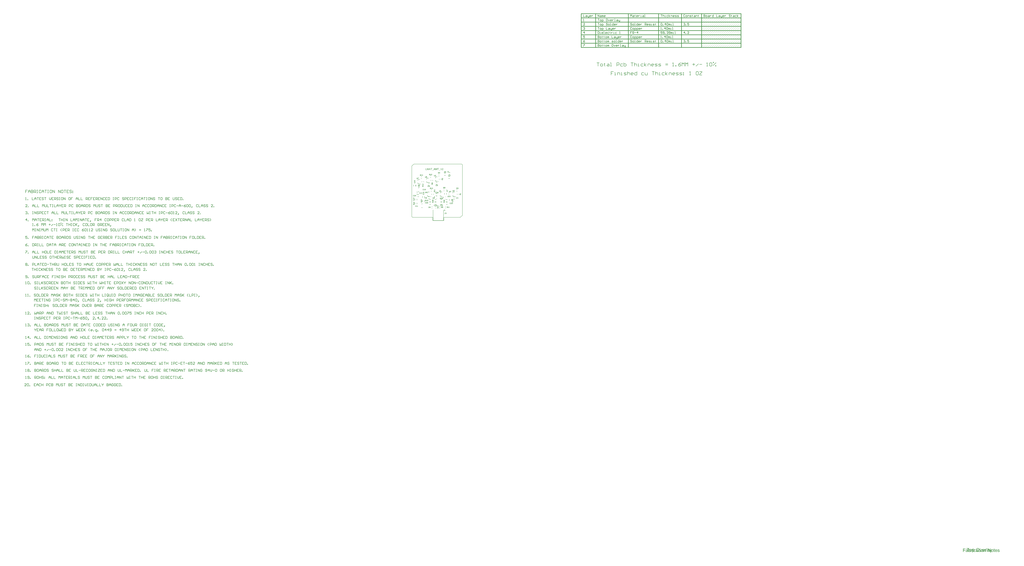
<source format=gto>
G04 Layer_Color=65535*
%FSLAX25Y25*%
%MOIN*%
G70*
G01*
G75*
%ADD22C,0.01000*%
%ADD25C,0.00800*%
%ADD27C,0.01500*%
%ADD28C,0.00100*%
%ADD29C,0.00500*%
G36*
X72121Y134550D02*
X71465D01*
Y138846D01*
X69965Y134550D01*
X69356D01*
X67880Y138916D01*
Y134550D01*
X67224D01*
Y139681D01*
X68239D01*
X69458Y136049D01*
Y136042D01*
X69465Y136026D01*
X69473Y136003D01*
X69481Y135964D01*
X69512Y135878D01*
X69551Y135768D01*
X69590Y135643D01*
X69629Y135518D01*
X69668Y135394D01*
X69700Y135292D01*
X69708Y135308D01*
X69715Y135347D01*
X69739Y135409D01*
X69770Y135495D01*
X69801Y135612D01*
X69848Y135753D01*
X69911Y135917D01*
X69973Y136112D01*
X71199Y139681D01*
X72121D01*
Y134550D01*
D02*
G37*
G36*
X48238D02*
X47582D01*
Y138846D01*
X46082Y134550D01*
X45473D01*
X43997Y138916D01*
Y134550D01*
X43341D01*
Y139681D01*
X44356D01*
X45575Y136049D01*
Y136042D01*
X45582Y136026D01*
X45590Y136003D01*
X45598Y135964D01*
X45629Y135878D01*
X45668Y135768D01*
X45707Y135643D01*
X45746Y135518D01*
X45785Y135394D01*
X45817Y135292D01*
X45825Y135308D01*
X45832Y135347D01*
X45856Y135409D01*
X45887Y135495D01*
X45918Y135612D01*
X45965Y135753D01*
X46028Y135917D01*
X46090Y136112D01*
X47316Y139681D01*
X48238D01*
Y134550D01*
D02*
G37*
G36*
X83726D02*
X83031D01*
X81040Y139681D01*
X81782D01*
X83109Y135956D01*
Y135948D01*
X83117Y135932D01*
X83125Y135909D01*
X83141Y135878D01*
X83164Y135792D01*
X83203Y135682D01*
X83250Y135550D01*
X83297Y135409D01*
X83383Y135112D01*
Y135120D01*
X83391Y135128D01*
X83398Y135151D01*
X83406Y135183D01*
X83430Y135268D01*
X83461Y135378D01*
X83500Y135503D01*
X83547Y135643D01*
X83601Y135800D01*
X83656Y135956D01*
X85046Y139681D01*
X85734D01*
X83726Y134550D01*
D02*
G37*
G36*
X87913Y139697D02*
X87975Y139689D01*
X88045Y139681D01*
X88124Y139673D01*
X88209Y139650D01*
X88397Y139603D01*
X88592Y139533D01*
X88694Y139486D01*
X88787Y139431D01*
X88873Y139361D01*
X88959Y139291D01*
X88967Y139283D01*
X88975Y139275D01*
X88998Y139252D01*
X89029Y139220D01*
X89061Y139173D01*
X89100Y139127D01*
X89178Y139009D01*
X89256Y138861D01*
X89326Y138689D01*
X89381Y138494D01*
X89389Y138385D01*
X89397Y138275D01*
Y138260D01*
Y138221D01*
X89389Y138158D01*
X89381Y138080D01*
X89365Y137986D01*
X89342Y137885D01*
X89311Y137776D01*
X89264Y137666D01*
X89256Y137651D01*
X89240Y137611D01*
X89209Y137557D01*
X89162Y137479D01*
X89108Y137385D01*
X89037Y137276D01*
X88943Y137166D01*
X88842Y137041D01*
X88826Y137026D01*
X88787Y136979D01*
X88717Y136909D01*
X88670Y136862D01*
X88616Y136807D01*
X88553Y136745D01*
X88475Y136674D01*
X88397Y136604D01*
X88311Y136518D01*
X88217Y136432D01*
X88108Y136338D01*
X87998Y136245D01*
X87874Y136135D01*
X87866Y136128D01*
X87850Y136112D01*
X87819Y136089D01*
X87780Y136057D01*
X87686Y135979D01*
X87569Y135878D01*
X87452Y135768D01*
X87327Y135659D01*
X87225Y135565D01*
X87186Y135526D01*
X87147Y135487D01*
X87139Y135479D01*
X87124Y135456D01*
X87093Y135425D01*
X87054Y135378D01*
X86968Y135276D01*
X86882Y135151D01*
X89404D01*
Y134550D01*
X86007D01*
Y134558D01*
Y134589D01*
Y134636D01*
X86015Y134691D01*
X86023Y134753D01*
X86030Y134823D01*
X86054Y134901D01*
X86077Y134979D01*
Y134987D01*
X86085Y134995D01*
X86101Y135042D01*
X86132Y135105D01*
X86179Y135198D01*
X86233Y135300D01*
X86312Y135417D01*
X86390Y135534D01*
X86491Y135659D01*
Y135667D01*
X86507Y135675D01*
X86546Y135722D01*
X86608Y135792D01*
X86702Y135886D01*
X86819Y135995D01*
X86960Y136128D01*
X87132Y136276D01*
X87319Y136440D01*
X87327Y136448D01*
X87358Y136471D01*
X87397Y136503D01*
X87452Y136557D01*
X87522Y136612D01*
X87600Y136682D01*
X87772Y136830D01*
X87959Y137010D01*
X88147Y137190D01*
X88241Y137276D01*
X88319Y137362D01*
X88389Y137448D01*
X88451Y137526D01*
Y137533D01*
X88467Y137541D01*
X88483Y137565D01*
X88498Y137596D01*
X88545Y137674D01*
X88600Y137776D01*
X88655Y137893D01*
X88701Y138018D01*
X88733Y138158D01*
X88748Y138291D01*
Y138299D01*
Y138307D01*
X88740Y138354D01*
X88733Y138424D01*
X88717Y138510D01*
X88678Y138611D01*
X88631Y138713D01*
X88569Y138822D01*
X88475Y138924D01*
X88459Y138931D01*
X88428Y138963D01*
X88366Y139002D01*
X88288Y139056D01*
X88186Y139103D01*
X88069Y139142D01*
X87928Y139173D01*
X87772Y139181D01*
X87725D01*
X87694Y139173D01*
X87616Y139166D01*
X87514Y139150D01*
X87397Y139111D01*
X87272Y139064D01*
X87155Y138994D01*
X87046Y138900D01*
X87038Y138884D01*
X87007Y138853D01*
X86960Y138791D01*
X86913Y138705D01*
X86858Y138596D01*
X86819Y138471D01*
X86788Y138322D01*
X86772Y138150D01*
X86124Y138221D01*
Y138228D01*
Y138252D01*
X86132Y138291D01*
X86140Y138338D01*
X86155Y138400D01*
X86163Y138471D01*
X86210Y138627D01*
X86273Y138806D01*
X86358Y138986D01*
X86475Y139166D01*
X86538Y139244D01*
X86616Y139322D01*
X86624Y139330D01*
X86639Y139338D01*
X86663Y139361D01*
X86694Y139384D01*
X86741Y139408D01*
X86796Y139447D01*
X86858Y139478D01*
X86928Y139517D01*
X87007Y139548D01*
X87093Y139587D01*
X87194Y139619D01*
X87296Y139642D01*
X87530Y139689D01*
X87655Y139697D01*
X87788Y139705D01*
X87858D01*
X87913Y139697D01*
D02*
G37*
G36*
X76885Y139080D02*
X75198D01*
Y134550D01*
X74518D01*
Y139080D01*
X72831D01*
Y139681D01*
X76885D01*
Y139080D01*
D02*
G37*
G36*
X66693Y134550D02*
X65927D01*
X65334Y136104D01*
X63178D01*
X62624Y134550D01*
X61905D01*
X63866Y139681D01*
X64608D01*
X66693Y134550D01*
D02*
G37*
G36*
X57782Y139080D02*
X56095D01*
Y134550D01*
X55415D01*
Y139080D01*
X53728D01*
Y139681D01*
X57782D01*
Y139080D01*
D02*
G37*
G36*
X53556Y134550D02*
X52791D01*
X52197Y136104D01*
X50042D01*
X49487Y134550D01*
X48769D01*
X50729Y139681D01*
X51471D01*
X53556Y134550D01*
D02*
G37*
G36*
X40029Y135151D02*
X42552D01*
Y134550D01*
X39350D01*
Y139681D01*
X40029D01*
Y135151D01*
D02*
G37*
G36*
X81094Y133129D02*
X76924D01*
Y133582D01*
X81094D01*
Y133129D01*
D02*
G37*
G36*
X61991D02*
X57821D01*
Y133582D01*
X61991D01*
Y133129D01*
D02*
G37*
G36*
X1614983Y-941828D02*
X1613797D01*
Y-940481D01*
X1614983D01*
Y-941828D01*
D02*
G37*
G36*
X1594077D02*
X1592891D01*
Y-940481D01*
X1594077D01*
Y-941828D01*
D02*
G37*
G36*
X1630327Y-941985D02*
X1630488Y-942014D01*
X1630663Y-942073D01*
X1630869Y-942131D01*
X1631088Y-942234D01*
X1631322Y-942366D01*
X1630898Y-943449D01*
X1630883Y-943434D01*
X1630825Y-943405D01*
X1630737Y-943361D01*
X1630634Y-943317D01*
X1630503Y-943273D01*
X1630356Y-943229D01*
X1630195Y-943200D01*
X1630034Y-943185D01*
X1629975D01*
X1629902Y-943200D01*
X1629800Y-943215D01*
X1629697Y-943244D01*
X1629580Y-943288D01*
X1629463Y-943347D01*
X1629346Y-943420D01*
X1629331Y-943434D01*
X1629302Y-943464D01*
X1629243Y-943522D01*
X1629221Y-943550D01*
X1629228Y-943556D01*
X1629360Y-943673D01*
X1629462Y-943805D01*
X1629477Y-943819D01*
X1629506Y-943863D01*
X1629550Y-943951D01*
X1629609Y-944054D01*
X1629667Y-944171D01*
X1629726Y-944317D01*
X1629784Y-944493D01*
X1629828Y-944669D01*
Y-944683D01*
X1629843Y-944727D01*
X1629857Y-944815D01*
X1629872Y-944932D01*
Y-945093D01*
X1629887Y-945298D01*
X1629901Y-945532D01*
Y-945825D01*
Y-950100D01*
X1628716D01*
Y-949100D01*
X1627545D01*
Y-944020D01*
X1627442Y-944010D01*
X1627266Y-943995D01*
X1627134D01*
X1627003Y-944024D01*
X1626812Y-944054D01*
X1626607Y-944112D01*
X1626402Y-944200D01*
X1626168Y-944317D01*
X1625977Y-944468D01*
X1625979Y-944474D01*
X1626023Y-944723D01*
X1626067Y-945001D01*
X1626096Y-945294D01*
X1626110Y-945616D01*
Y-945630D01*
Y-945689D01*
Y-945791D01*
X1626096Y-945923D01*
X1625440D01*
X1625422Y-946059D01*
Y-946294D01*
Y-946921D01*
X1626067Y-947007D01*
Y-947021D01*
X1626052Y-947050D01*
X1626037Y-947109D01*
X1626008Y-947182D01*
X1625979Y-947270D01*
X1625935Y-947373D01*
X1625818Y-947621D01*
X1625671Y-947885D01*
X1625496Y-948163D01*
X1625422Y-948251D01*
Y-950100D01*
X1624236D01*
Y-949049D01*
X1624178Y-949071D01*
X1623827Y-949173D01*
X1623446Y-949232D01*
X1623007Y-949261D01*
X1622860D01*
X1622758Y-949246D01*
X1622626Y-949232D01*
X1622480Y-949217D01*
X1622319Y-949188D01*
X1622128Y-949144D01*
X1622103Y-949136D01*
X1621981Y-949280D01*
X1621776Y-949471D01*
X1621542Y-949661D01*
X1621264Y-949837D01*
X1621249D01*
X1621235Y-949851D01*
X1621191Y-949880D01*
X1621132Y-949895D01*
X1620971Y-949968D01*
X1620766Y-950041D01*
X1620517Y-950129D01*
X1620239Y-950188D01*
X1619931Y-950246D01*
X1619595Y-950261D01*
X1619448D01*
X1619346Y-950246D01*
X1619229Y-950232D01*
X1619082Y-950217D01*
X1618921Y-950188D01*
X1618746Y-950144D01*
X1618380Y-950027D01*
X1618175Y-949954D01*
X1617984Y-949866D01*
X1617779Y-949763D01*
X1617589Y-949632D01*
X1617399Y-949485D01*
X1617223Y-949324D01*
X1617208Y-949309D01*
X1617179Y-949280D01*
X1617135Y-949222D01*
X1617091Y-949148D01*
X1617018Y-949046D01*
X1616945Y-948929D01*
X1616857Y-948797D01*
X1616784Y-948636D01*
X1616696Y-948446D01*
X1616672Y-948393D01*
X1616404Y-949100D01*
X1615291D01*
X1614983Y-948289D01*
Y-950100D01*
X1613797D01*
Y-945171D01*
X1612642Y-942131D01*
X1613886D01*
X1614243Y-943131D01*
X1614983D01*
Y-945208D01*
X1615379Y-946318D01*
X1615394Y-946348D01*
X1615423Y-946436D01*
X1615467Y-946567D01*
X1615526Y-946743D01*
X1615599Y-946948D01*
X1615672Y-947182D01*
X1615760Y-947446D01*
X1615833Y-947709D01*
X1615848Y-947680D01*
X1615862Y-947607D01*
X1615906Y-947490D01*
X1615950Y-947343D01*
X1616009Y-947153D01*
X1616082Y-946919D01*
X1616170Y-946670D01*
X1616272Y-946392D01*
X1616357Y-946160D01*
X1616359Y-946133D01*
X1616389Y-945957D01*
X1616418Y-945752D01*
X1616462Y-945532D01*
X1616520Y-945298D01*
X1616594Y-945064D01*
X1616681Y-944830D01*
X1616784Y-944595D01*
X1616901Y-944361D01*
X1617047Y-944141D01*
X1617130Y-944036D01*
X1617824Y-942131D01*
X1619039D01*
X1618674Y-943097D01*
X1618702Y-943087D01*
X1619126Y-943000D01*
X1619361Y-942985D01*
X1619595Y-942970D01*
X1619727D01*
X1619829Y-942985D01*
X1619961Y-943000D01*
X1620093Y-943014D01*
X1620254Y-943044D01*
X1620429Y-943087D01*
X1620466Y-943099D01*
X1620591Y-942951D01*
X1620606Y-942937D01*
X1620635Y-942907D01*
X1620679Y-942863D01*
X1620752Y-942790D01*
X1620840Y-942717D01*
X1620957Y-942644D01*
X1621074Y-942556D01*
X1621221Y-942453D01*
X1621382Y-942366D01*
X1621557Y-942278D01*
X1621748Y-942205D01*
X1621967Y-942117D01*
X1622187Y-942058D01*
X1622421Y-942014D01*
X1622670Y-941985D01*
X1622934Y-941970D01*
X1623065D01*
X1623168Y-941985D01*
X1623285Y-942000D01*
X1623431Y-942014D01*
X1623578Y-942043D01*
X1623753Y-942087D01*
X1624105Y-942205D01*
X1624295Y-942278D01*
X1624485Y-942380D01*
X1624676Y-942483D01*
X1624866Y-942614D01*
X1625042Y-942761D01*
X1625217Y-942937D01*
X1625232Y-942951D01*
X1625261Y-942980D01*
X1625305Y-943039D01*
X1625364Y-943112D01*
X1625422Y-943215D01*
X1625496Y-943332D01*
X1625583Y-943464D01*
X1625671Y-943625D01*
X1625697Y-943691D01*
X1625729Y-943658D01*
X1625861Y-943541D01*
X1626022Y-943439D01*
X1626183Y-943336D01*
X1626358Y-943234D01*
X1626563Y-943146D01*
X1626768Y-943073D01*
X1627003Y-943014D01*
X1627251Y-942985D01*
X1627515Y-942970D01*
X1627545D01*
Y-942131D01*
X1628614D01*
Y-943171D01*
X1628629Y-943156D01*
X1628687Y-943068D01*
X1628760Y-942937D01*
X1628848Y-942790D01*
X1628965Y-942629D01*
X1629097Y-942468D01*
X1629214Y-942322D01*
X1629346Y-942219D01*
X1629361Y-942205D01*
X1629404Y-942175D01*
X1629478Y-942146D01*
X1629580Y-942087D01*
X1629683Y-942043D01*
X1629814Y-942014D01*
X1629961Y-941985D01*
X1630107Y-941970D01*
X1630210D01*
X1630327Y-941985D01*
D02*
G37*
G36*
X1666370Y-942985D02*
X1666560Y-943000D01*
X1666794Y-943029D01*
X1667028Y-943073D01*
X1667277Y-943131D01*
X1667512Y-943219D01*
X1667526D01*
X1667541Y-943234D01*
X1667614Y-943263D01*
X1667731Y-943322D01*
X1667863Y-943380D01*
X1668009Y-943483D01*
X1668170Y-943585D01*
X1668317Y-943717D01*
X1668434Y-943863D01*
X1668448Y-943878D01*
X1668478Y-943937D01*
X1668536Y-944024D01*
X1668609Y-944141D01*
X1668668Y-944288D01*
X1668741Y-944478D01*
X1668800Y-944683D01*
X1668858Y-944917D01*
X1667702Y-945078D01*
Y-945049D01*
X1667687Y-944991D01*
X1667658Y-944888D01*
X1667614Y-944771D01*
X1667555Y-944639D01*
X1667468Y-944508D01*
X1667365Y-944361D01*
X1667233Y-944244D01*
X1667219Y-944229D01*
X1667160Y-944200D01*
X1667072Y-944141D01*
X1666955Y-944083D01*
X1666809Y-944039D01*
X1666619Y-943981D01*
X1666413Y-943951D01*
X1666165Y-943937D01*
X1666033D01*
X1665886Y-943951D01*
X1665711Y-943966D01*
X1665520Y-944010D01*
X1665330Y-944054D01*
X1665140Y-944127D01*
X1664993Y-944215D01*
X1664979Y-944229D01*
X1664935Y-944259D01*
X1664891Y-944317D01*
X1664832Y-944390D01*
X1664759Y-944478D01*
X1664715Y-944595D01*
X1664671Y-944713D01*
X1664657Y-944844D01*
Y-944859D01*
Y-944888D01*
X1664671Y-944932D01*
Y-944991D01*
X1664715Y-945122D01*
X1664788Y-945269D01*
X1664803Y-945283D01*
X1664818Y-945298D01*
X1664906Y-945371D01*
X1664964Y-945430D01*
X1665037Y-945474D01*
X1665140Y-945532D01*
X1665242Y-945576D01*
X1665257D01*
X1665286Y-945591D01*
X1665345Y-945605D01*
X1665447Y-945635D01*
X1665579Y-945679D01*
X1665769Y-945737D01*
X1666004Y-945796D01*
X1666135Y-945840D01*
X1666296Y-945884D01*
X1666311D01*
X1666355Y-945898D01*
X1666413Y-945913D01*
X1666501Y-945942D01*
X1666604Y-945971D01*
X1666721Y-946001D01*
X1666985Y-946074D01*
X1667277Y-946162D01*
X1667570Y-946264D01*
X1667834Y-946352D01*
X1667951Y-946396D01*
X1668053Y-946440D01*
X1668082Y-946455D01*
X1668141Y-946484D01*
X1668229Y-946528D01*
X1668331Y-946586D01*
X1668463Y-946674D01*
X1668595Y-946791D01*
X1668712Y-946908D01*
X1668829Y-947055D01*
X1668844Y-947069D01*
X1668873Y-947128D01*
X1668917Y-947216D01*
X1668975Y-947333D01*
X1669034Y-947479D01*
X1669078Y-947655D01*
X1669107Y-947845D01*
X1669122Y-948065D01*
Y-948094D01*
Y-948168D01*
X1669107Y-948285D01*
X1669078Y-948416D01*
X1669034Y-948592D01*
X1668975Y-948782D01*
X1668888Y-948973D01*
X1668771Y-949178D01*
X1668756Y-949207D01*
X1668712Y-949265D01*
X1668624Y-949353D01*
X1668507Y-949471D01*
X1668375Y-949602D01*
X1668200Y-949734D01*
X1667995Y-949866D01*
X1667760Y-949983D01*
X1667731Y-949998D01*
X1667643Y-950027D01*
X1667512Y-950071D01*
X1667336Y-950115D01*
X1667116Y-950173D01*
X1666867Y-950217D01*
X1666589Y-950246D01*
X1666296Y-950261D01*
X1666165D01*
X1666077Y-950246D01*
X1665960D01*
X1665828Y-950232D01*
X1665520Y-950188D01*
X1665184Y-950129D01*
X1664847Y-950027D01*
X1664510Y-949895D01*
X1664364Y-949807D01*
X1664218Y-949705D01*
X1664203D01*
X1664188Y-949675D01*
X1664100Y-949602D01*
X1663983Y-949471D01*
X1663837Y-949280D01*
X1663691Y-949046D01*
X1663544Y-948753D01*
X1663412Y-948416D01*
X1663325Y-948021D01*
X1664496Y-947831D01*
Y-947845D01*
Y-947860D01*
X1664510Y-947948D01*
X1664554Y-948080D01*
X1664598Y-948241D01*
X1664671Y-948416D01*
X1664759Y-948592D01*
X1664891Y-948768D01*
X1665037Y-948929D01*
X1665052Y-948943D01*
X1665125Y-948987D01*
X1665228Y-949046D01*
X1665359Y-949104D01*
X1665550Y-949178D01*
X1665755Y-949236D01*
X1666018Y-949280D01*
X1666296Y-949295D01*
X1666428D01*
X1666575Y-949280D01*
X1666750Y-949251D01*
X1666955Y-949222D01*
X1667160Y-949163D01*
X1667351Y-949075D01*
X1667512Y-948973D01*
X1667526Y-948958D01*
X1667570Y-948914D01*
X1667643Y-948841D01*
X1667716Y-948753D01*
X1667775Y-948636D01*
X1667848Y-948490D01*
X1667892Y-948343D01*
X1667907Y-948182D01*
Y-948168D01*
Y-948109D01*
X1667892Y-948050D01*
X1667863Y-947948D01*
X1667819Y-947860D01*
X1667760Y-947743D01*
X1667673Y-947641D01*
X1667555Y-947553D01*
X1667541Y-947538D01*
X1667497Y-947523D01*
X1667424Y-947494D01*
X1667307Y-947435D01*
X1667146Y-947392D01*
X1666941Y-947318D01*
X1666809Y-947274D01*
X1666677Y-947245D01*
X1666516Y-947201D01*
X1666340Y-947157D01*
X1666326D01*
X1666282Y-947143D01*
X1666223Y-947128D01*
X1666135Y-947099D01*
X1666018Y-947069D01*
X1665901Y-947040D01*
X1665623Y-946952D01*
X1665330Y-946865D01*
X1665023Y-946777D01*
X1664745Y-946674D01*
X1664627Y-946630D01*
X1664525Y-946586D01*
X1664510Y-946572D01*
X1664437Y-946542D01*
X1664349Y-946484D01*
X1664247Y-946411D01*
X1664115Y-946323D01*
X1663998Y-946206D01*
X1663866Y-946074D01*
X1663764Y-945928D01*
X1663749Y-945913D01*
X1663720Y-945854D01*
X1663691Y-945767D01*
X1663647Y-945649D01*
X1663588Y-945518D01*
X1663559Y-945357D01*
X1663529Y-945181D01*
X1663515Y-944991D01*
Y-944976D01*
Y-944917D01*
X1663529Y-944815D01*
X1663544Y-944713D01*
X1663559Y-944581D01*
X1663603Y-944434D01*
X1663647Y-944273D01*
X1663720Y-944127D01*
X1663734Y-944112D01*
X1663764Y-944054D01*
X1663808Y-943981D01*
X1663881Y-943893D01*
X1663954Y-943790D01*
X1664057Y-943688D01*
X1664174Y-943571D01*
X1664305Y-943468D01*
X1664320Y-943453D01*
X1664364Y-943439D01*
X1664422Y-943395D01*
X1664510Y-943351D01*
X1664613Y-943292D01*
X1664745Y-943234D01*
X1664891Y-943175D01*
X1665052Y-943117D01*
X1665081D01*
X1665140Y-943087D01*
X1665228Y-943073D01*
X1665359Y-943044D01*
X1665520Y-943014D01*
X1665681Y-943000D01*
X1665872Y-942970D01*
X1666209D01*
X1666370Y-942985D01*
D02*
G37*
G36*
X1583098Y-940609D02*
X1582116D01*
Y-943907D01*
X1582131Y-943893D01*
X1582146Y-943863D01*
X1582190Y-943819D01*
X1582248Y-943761D01*
X1582321Y-943688D01*
X1582409Y-943614D01*
X1582629Y-943439D01*
X1582892Y-943263D01*
X1583229Y-943117D01*
X1583405Y-943058D01*
X1583595Y-943014D01*
X1583800Y-942985D01*
X1584005Y-942970D01*
X1584122D01*
X1584239Y-942985D01*
X1584400Y-943000D01*
X1584591Y-943029D01*
X1584616Y-943036D01*
X1584694Y-942937D01*
X1584884Y-942746D01*
X1584899Y-942732D01*
X1584928Y-942717D01*
X1584972Y-942673D01*
X1585045Y-942629D01*
X1585133Y-942571D01*
X1585236Y-942497D01*
X1585353Y-942424D01*
X1585499Y-942351D01*
X1585645Y-942292D01*
X1585807Y-942219D01*
X1586187Y-942087D01*
X1586612Y-942000D01*
X1586846Y-941985D01*
X1587080Y-941970D01*
X1587212D01*
X1587315Y-941985D01*
X1587446Y-942000D01*
X1587578Y-942014D01*
X1587739Y-942043D01*
X1587915Y-942087D01*
X1588281Y-942205D01*
X1588471Y-942278D01*
X1588676Y-942366D01*
X1588866Y-942483D01*
X1589057Y-942614D01*
X1589247Y-942761D01*
X1589423Y-942922D01*
X1589437Y-942937D01*
X1589467Y-942966D01*
X1589511Y-943024D01*
X1589569Y-943098D01*
X1589642Y-943185D01*
X1589715Y-943303D01*
X1589803Y-943449D01*
X1589878Y-943573D01*
X1589963Y-943468D01*
X1590081Y-943322D01*
X1590212Y-943219D01*
X1590227Y-943205D01*
X1590271Y-943175D01*
X1590344Y-943146D01*
X1590447Y-943087D01*
X1590549Y-943044D01*
X1590681Y-943014D01*
X1590827Y-942985D01*
X1590974Y-942970D01*
X1591076D01*
X1591193Y-942985D01*
X1591354Y-943014D01*
X1591530Y-943073D01*
X1591721Y-943127D01*
Y-942131D01*
X1592805D01*
Y-943039D01*
X1592819Y-943010D01*
X1592863Y-942951D01*
X1592951Y-942863D01*
X1593053Y-942746D01*
X1593171Y-942614D01*
X1593317Y-942483D01*
X1593478Y-942351D01*
X1593654Y-942249D01*
X1593683Y-942234D01*
X1593741Y-942205D01*
X1593844Y-942161D01*
X1593976Y-942102D01*
X1594151Y-942058D01*
X1594342Y-942014D01*
X1594561Y-941985D01*
X1594810Y-941970D01*
X1594957D01*
X1595132Y-942000D01*
X1595337Y-942029D01*
X1595586Y-942087D01*
X1595850Y-942161D01*
X1596113Y-942278D01*
X1596377Y-942439D01*
X1596391D01*
X1596406Y-942453D01*
X1596494Y-942527D01*
X1596611Y-942629D01*
X1596772Y-942776D01*
X1596933Y-942951D01*
X1597109Y-943185D01*
X1597188Y-943308D01*
X1597313Y-943263D01*
X1597518Y-943175D01*
X1597752Y-943102D01*
X1598045Y-943029D01*
X1598352Y-942985D01*
X1598674Y-942970D01*
X1598791D01*
X1598865Y-942985D01*
X1598967D01*
X1599069Y-943000D01*
X1599333Y-943044D01*
X1599626Y-943117D01*
X1599948Y-943219D01*
X1600255Y-943366D01*
X1600533Y-943556D01*
X1600548D01*
X1600563Y-943585D01*
X1600651Y-943658D01*
X1600768Y-943790D01*
X1600914Y-943966D01*
X1601075Y-944200D01*
X1601222Y-944478D01*
X1601353Y-944815D01*
X1601456Y-945181D01*
X1600314Y-945357D01*
Y-945342D01*
X1600299Y-945327D01*
X1600285Y-945240D01*
X1600241Y-945122D01*
X1600182Y-944961D01*
X1600094Y-944786D01*
X1599992Y-944610D01*
X1599875Y-944449D01*
X1599728Y-944303D01*
X1599714Y-944288D01*
X1599655Y-944244D01*
X1599567Y-944185D01*
X1599450Y-944112D01*
X1599304Y-944054D01*
X1599143Y-943995D01*
X1598938Y-943951D01*
X1598733Y-943937D01*
X1598645D01*
X1598586Y-943951D01*
X1598425Y-943966D01*
X1598220Y-944010D01*
X1597986Y-944098D01*
X1597752Y-944215D01*
X1597596Y-944306D01*
X1597650Y-944562D01*
X1597709Y-944869D01*
X1597753Y-945206D01*
X1597767Y-945572D01*
Y-945586D01*
Y-945616D01*
Y-945674D01*
Y-945747D01*
X1597753Y-945850D01*
Y-945952D01*
X1597723Y-946216D01*
X1597665Y-946509D01*
X1597606Y-946831D01*
X1597504Y-947167D01*
X1597372Y-947504D01*
Y-947519D01*
X1597357Y-947548D01*
X1597328Y-947592D01*
X1597299Y-947651D01*
X1597211Y-947797D01*
X1597094Y-947987D01*
X1596983Y-948129D01*
X1597093Y-948387D01*
X1597181Y-948534D01*
X1597269Y-948665D01*
X1597298Y-948695D01*
X1597371Y-948768D01*
X1597488Y-948870D01*
X1597649Y-948973D01*
X1597840Y-949090D01*
X1598089Y-949192D01*
X1598352Y-949265D01*
X1598499Y-949280D01*
X1598660Y-949295D01*
X1598777D01*
X1598909Y-949265D01*
X1599069Y-949236D01*
X1599245Y-949192D01*
X1599450Y-949119D01*
X1599640Y-949017D01*
X1599816Y-948870D01*
X1599831Y-948856D01*
X1599889Y-948782D01*
X1599977Y-948695D01*
X1600065Y-948548D01*
X1600167Y-948358D01*
X1600270Y-948138D01*
X1600358Y-947860D01*
X1600416Y-947553D01*
X1601573Y-947714D01*
Y-947728D01*
X1601558Y-947772D01*
X1601544Y-947831D01*
X1601529Y-947904D01*
X1601500Y-948007D01*
X1601471Y-948124D01*
X1601383Y-948402D01*
X1601251Y-948695D01*
X1601075Y-949017D01*
X1600856Y-949309D01*
X1600592Y-949588D01*
X1600577D01*
X1600563Y-949617D01*
X1600519Y-949646D01*
X1600460Y-949690D01*
X1600373Y-949749D01*
X1600285Y-949807D01*
X1600065Y-949924D01*
X1599787Y-950041D01*
X1599450Y-950159D01*
X1599084Y-950232D01*
X1598879Y-950246D01*
X1598674Y-950261D01*
X1598542D01*
X1598440Y-950246D01*
X1598323Y-950232D01*
X1598176Y-950217D01*
X1598030Y-950188D01*
X1597854Y-950144D01*
X1597488Y-950041D01*
X1597298Y-949954D01*
X1597108Y-949866D01*
X1596917Y-949763D01*
X1596742Y-949646D01*
X1596566Y-949500D01*
X1596390Y-949339D01*
X1596376Y-949324D01*
X1596346Y-949295D01*
X1596317Y-949236D01*
X1596259Y-949163D01*
X1596185Y-949061D01*
X1596112Y-948943D01*
X1596088Y-948900D01*
X1595981Y-948954D01*
X1595791Y-949027D01*
X1595557Y-949115D01*
X1595308Y-949188D01*
X1595015Y-949246D01*
X1594722Y-949261D01*
X1594620D01*
X1594517Y-949246D01*
X1594371Y-949232D01*
X1594210Y-949203D01*
X1594077Y-949169D01*
Y-950100D01*
X1592907D01*
Y-951764D01*
X1591721D01*
Y-944420D01*
X1591691Y-944405D01*
X1591603Y-944361D01*
X1591501Y-944317D01*
X1591369Y-944273D01*
X1591222Y-944229D01*
X1591061Y-944200D01*
X1590900Y-944185D01*
X1590842D01*
X1590769Y-944200D01*
X1590666Y-944215D01*
X1590564Y-944244D01*
X1590447Y-944288D01*
X1590329Y-944347D01*
X1590212Y-944420D01*
X1590202Y-944430D01*
X1590257Y-944664D01*
X1590301Y-944942D01*
X1590330Y-945220D01*
X1590345Y-945528D01*
Y-945543D01*
Y-945586D01*
Y-945660D01*
Y-945747D01*
X1590330Y-945865D01*
Y-945996D01*
X1590316Y-946143D01*
X1590301Y-946304D01*
X1590242Y-946640D01*
X1590169Y-946992D01*
X1590067Y-947343D01*
X1589935Y-947651D01*
Y-947665D01*
X1589920Y-947680D01*
X1589862Y-947782D01*
X1589759Y-947914D01*
X1589628Y-948090D01*
X1589597Y-948125D01*
Y-950100D01*
X1588412D01*
Y-948984D01*
X1588251Y-949041D01*
X1588003Y-949129D01*
X1587724Y-949188D01*
X1587417Y-949246D01*
X1587080Y-949261D01*
X1586934D01*
X1586831Y-949246D01*
X1586714Y-949232D01*
X1586568Y-949217D01*
X1586407Y-949188D01*
X1586231Y-949144D01*
X1586204Y-949135D01*
X1586069Y-949295D01*
X1586055Y-949309D01*
X1586025Y-949339D01*
X1585981Y-949383D01*
X1585908Y-949441D01*
X1585835Y-949514D01*
X1585732Y-949602D01*
X1585615Y-949690D01*
X1585469Y-949778D01*
X1585161Y-949954D01*
X1584810Y-950115D01*
X1584605Y-950173D01*
X1584400Y-950217D01*
X1584181Y-950246D01*
X1583946Y-950261D01*
X1583829D01*
X1583741Y-950246D01*
X1583639Y-950232D01*
X1583522Y-950202D01*
X1583244Y-950129D01*
X1583097Y-950085D01*
X1582936Y-950012D01*
X1582775Y-949924D01*
X1582614Y-949822D01*
X1582468Y-949705D01*
X1582307Y-949573D01*
X1582160Y-949412D01*
X1582029Y-949236D01*
Y-950100D01*
X1580931D01*
Y-940609D01*
X1579936D01*
Y-949100D01*
X1579179D01*
X1579188Y-949178D01*
X1579203Y-949280D01*
Y-949295D01*
X1579218Y-949353D01*
X1579232Y-949441D01*
X1579262Y-949544D01*
X1579305Y-949661D01*
X1579364Y-949807D01*
X1579496Y-950100D01*
X1578266D01*
X1578251Y-950085D01*
X1578237Y-950041D01*
X1578207Y-949954D01*
X1578164Y-949851D01*
X1578120Y-949719D01*
X1578090Y-949573D01*
X1578061Y-949412D01*
X1578032Y-949222D01*
X1578003Y-949251D01*
X1577915Y-949309D01*
X1577798Y-949412D01*
X1577622Y-949529D01*
X1577432Y-949675D01*
X1577212Y-949807D01*
X1576992Y-949924D01*
X1576758Y-950027D01*
X1576729Y-950041D01*
X1576656Y-950056D01*
X1576539Y-950100D01*
X1576377Y-950144D01*
X1576173Y-950188D01*
X1575953Y-950217D01*
X1575719Y-950246D01*
X1575455Y-950261D01*
X1575353D01*
X1575265Y-950246D01*
X1575177D01*
X1575060Y-950232D01*
X1574811Y-950188D01*
X1574518Y-950129D01*
X1574240Y-950027D01*
X1573947Y-949895D01*
X1573698Y-949705D01*
X1573669Y-949675D01*
X1573596Y-949602D01*
X1573508Y-949485D01*
X1573391Y-949309D01*
X1573274Y-949104D01*
X1573186Y-948870D01*
X1573113Y-948577D01*
X1573083Y-948270D01*
Y-948241D01*
Y-948182D01*
X1573098Y-948080D01*
X1573113Y-947963D01*
X1573142Y-947816D01*
X1573171Y-947655D01*
X1573230Y-947494D01*
X1573303Y-947333D01*
X1573318Y-947318D01*
X1573347Y-947260D01*
X1573391Y-947187D01*
X1573464Y-947084D01*
X1573552Y-946982D01*
X1573669Y-946865D01*
X1573786Y-946762D01*
X1573918Y-946660D01*
X1573933Y-946645D01*
X1573991Y-946616D01*
X1574064Y-946572D01*
X1574167Y-946513D01*
X1574299Y-946440D01*
X1574430Y-946381D01*
X1574591Y-946323D01*
X1574767Y-946264D01*
X1574782D01*
X1574840Y-946250D01*
X1574914Y-946235D01*
X1575031Y-946206D01*
X1575177Y-946177D01*
X1575367Y-946147D01*
X1575572Y-946118D01*
X1575821Y-946089D01*
X1575836D01*
X1575880Y-946074D01*
X1575953D01*
X1576055Y-946059D01*
X1576173Y-946045D01*
X1576304Y-946030D01*
X1576626Y-945971D01*
X1576963Y-945913D01*
X1577314Y-945854D01*
X1577651Y-945767D01*
X1577798Y-945723D01*
X1577929Y-945679D01*
Y-945664D01*
Y-945635D01*
X1577944Y-945547D01*
Y-945444D01*
Y-945401D01*
Y-945371D01*
Y-945357D01*
Y-945342D01*
Y-945254D01*
X1577929Y-945122D01*
X1577900Y-944976D01*
X1577856Y-944815D01*
X1577798Y-944639D01*
X1577724Y-944493D01*
X1577607Y-944361D01*
X1577593Y-944347D01*
X1577519Y-944303D01*
X1577417Y-944229D01*
X1577271Y-944156D01*
X1577080Y-944083D01*
X1576846Y-944010D01*
X1576568Y-943966D01*
X1576260Y-943951D01*
X1576129D01*
X1575982Y-943966D01*
X1575792Y-943981D01*
X1575587Y-944024D01*
X1575397Y-944068D01*
X1575192Y-944141D01*
X1575031Y-944244D01*
X1575016Y-944259D01*
X1574972Y-944303D01*
X1574899Y-944376D01*
X1574811Y-944478D01*
X1574709Y-944625D01*
X1574621Y-944800D01*
X1574518Y-945020D01*
X1574445Y-945269D01*
X1573289Y-945108D01*
Y-945093D01*
X1573303Y-945078D01*
X1573318Y-944991D01*
X1573362Y-944859D01*
X1573406Y-944683D01*
X1573479Y-944493D01*
X1573567Y-944303D01*
X1573669Y-944098D01*
X1573801Y-943922D01*
X1573816Y-943907D01*
X1573874Y-943849D01*
X1573947Y-943761D01*
X1574064Y-943658D01*
X1574211Y-943556D01*
X1574401Y-943439D01*
X1574606Y-943322D01*
X1574840Y-943219D01*
X1574855D01*
X1574870Y-943205D01*
X1574914Y-943190D01*
X1574957Y-943175D01*
X1575104Y-943146D01*
X1575294Y-943087D01*
X1575528Y-943044D01*
X1575792Y-943014D01*
X1576099Y-942985D01*
X1576421Y-942970D01*
X1576568D01*
X1576729Y-942985D01*
X1576934Y-943000D01*
X1577168Y-943029D01*
X1577417Y-943058D01*
X1577651Y-943117D01*
X1577871Y-943190D01*
X1577900Y-943205D01*
X1577959Y-943219D01*
X1578061Y-943278D01*
X1578178Y-943336D01*
X1578310Y-943410D01*
X1578456Y-943497D01*
X1578574Y-943600D01*
X1578662Y-943689D01*
Y-940609D01*
X1575500D01*
Y-939482D01*
X1583098D01*
Y-940609D01*
D02*
G37*
G36*
X1643151Y-942372D02*
X1644513Y-946143D01*
Y-946157D01*
X1644528Y-946172D01*
X1644542Y-946216D01*
X1644557Y-946274D01*
X1644615Y-946436D01*
X1644689Y-946640D01*
X1644689Y-946641D01*
X1644688Y-946616D01*
Y-946586D01*
Y-946528D01*
X1644702Y-946425D01*
Y-946294D01*
X1644717Y-946133D01*
X1644746Y-945957D01*
X1644776Y-945752D01*
X1644819Y-945532D01*
X1644878Y-945298D01*
X1644951Y-945064D01*
X1645039Y-944830D01*
X1645142Y-944595D01*
X1645259Y-944361D01*
X1645405Y-944141D01*
X1645566Y-943937D01*
X1645757Y-943746D01*
X1645771Y-943732D01*
X1645800Y-943717D01*
X1645844Y-943673D01*
X1645918Y-943629D01*
X1646005Y-943571D01*
X1646108Y-943497D01*
X1646225Y-943424D01*
X1646371Y-943351D01*
X1646518Y-943292D01*
X1646587Y-943261D01*
X1647002Y-942131D01*
X1648173D01*
X1647859Y-942976D01*
X1647952Y-942970D01*
X1648084D01*
X1648187Y-942985D01*
X1648318Y-943000D01*
X1648450Y-943014D01*
X1648611Y-943044D01*
X1648787Y-943087D01*
X1649153Y-943205D01*
X1649343Y-943278D01*
X1649548Y-943366D01*
X1649739Y-943483D01*
X1649929Y-943614D01*
X1650119Y-943761D01*
X1650295Y-943922D01*
X1650310Y-943937D01*
X1650339Y-943966D01*
X1650383Y-944024D01*
X1650441Y-944098D01*
X1650514Y-944185D01*
X1650588Y-944303D01*
X1650676Y-944449D01*
X1650763Y-944595D01*
X1650837Y-944771D01*
X1650924Y-944976D01*
X1650998Y-945181D01*
X1651071Y-945415D01*
X1651129Y-945664D01*
X1651173Y-945942D01*
X1651203Y-946220D01*
X1651217Y-946528D01*
Y-946542D01*
Y-946586D01*
Y-946660D01*
Y-946747D01*
X1651203Y-946865D01*
Y-946996D01*
X1651188Y-947143D01*
X1651173Y-947304D01*
X1651115Y-947641D01*
X1651041Y-947992D01*
X1650939Y-948343D01*
X1650807Y-948651D01*
Y-948665D01*
X1650793Y-948680D01*
X1650734Y-948782D01*
X1650632Y-948914D01*
X1650500Y-949090D01*
X1650339Y-949280D01*
X1650134Y-949471D01*
X1649900Y-949661D01*
X1649621Y-949837D01*
X1649607D01*
X1649592Y-949851D01*
X1649548Y-949880D01*
X1649490Y-949895D01*
X1649329Y-949968D01*
X1649124Y-950041D01*
X1648875Y-950129D01*
X1648597Y-950188D01*
X1648289Y-950246D01*
X1647952Y-950261D01*
X1647806D01*
X1647704Y-950246D01*
X1647586Y-950232D01*
X1647440Y-950217D01*
X1647279Y-950188D01*
X1647103Y-950144D01*
X1646737Y-950027D01*
X1646532Y-949954D01*
X1646342Y-949866D01*
X1646137Y-949763D01*
X1645947Y-949632D01*
X1645757Y-949485D01*
X1645581Y-949324D01*
X1645566Y-949309D01*
X1645537Y-949280D01*
X1645523Y-949261D01*
X1645494Y-949320D01*
X1645465Y-949407D01*
X1645435Y-949495D01*
X1645391Y-949598D01*
X1645304Y-949847D01*
X1645186Y-950110D01*
X1645084Y-950359D01*
X1644981Y-950608D01*
X1644923Y-950710D01*
X1644879Y-950798D01*
X1644864Y-950828D01*
X1644820Y-950886D01*
X1644762Y-950989D01*
X1644674Y-951120D01*
X1644557Y-951252D01*
X1644440Y-951398D01*
X1644293Y-951530D01*
X1644147Y-951647D01*
X1644132Y-951662D01*
X1644074Y-951691D01*
X1643986Y-951735D01*
X1643869Y-951779D01*
X1643737Y-951838D01*
X1643561Y-951882D01*
X1643386Y-951911D01*
X1643181Y-951925D01*
X1643122D01*
X1643049Y-951911D01*
X1642961D01*
X1642844Y-951896D01*
X1642712Y-951867D01*
X1642419Y-951779D01*
X1642288Y-950681D01*
X1642302D01*
X1642346Y-950696D01*
X1642419Y-950710D01*
X1642522Y-950740D01*
X1642727Y-950784D01*
X1642961Y-950798D01*
X1643034D01*
X1643093Y-950784D01*
X1643195D01*
X1643400Y-950740D01*
X1643503Y-950710D01*
X1643591Y-950667D01*
X1643605D01*
X1643635Y-950637D01*
X1643678Y-950608D01*
X1643722Y-950564D01*
X1643854Y-950447D01*
X1643986Y-950286D01*
Y-950271D01*
X1644001Y-950242D01*
X1644030Y-950198D01*
X1644074Y-950110D01*
X1644118Y-949993D01*
X1644176Y-949847D01*
X1644249Y-949642D01*
X1644337Y-949407D01*
X1644352Y-949393D01*
X1644367Y-949334D01*
X1644411Y-949246D01*
X1644454Y-949115D01*
X1643151Y-945679D01*
Y-950100D01*
X1641848D01*
X1640759Y-948472D01*
X1640780Y-948544D01*
X1640824Y-948661D01*
X1640882Y-948807D01*
X1641014Y-949100D01*
X1639784D01*
X1639770Y-949085D01*
X1639755Y-949041D01*
X1639726Y-948954D01*
X1639682Y-948851D01*
X1639638Y-948719D01*
X1639609Y-948573D01*
X1639579Y-948412D01*
X1639550Y-948222D01*
X1639521Y-948251D01*
X1639433Y-948309D01*
X1639316Y-948412D01*
X1639140Y-948529D01*
X1638950Y-948675D01*
X1638730Y-948807D01*
X1638511Y-948924D01*
X1638276Y-949027D01*
X1638247Y-949041D01*
X1638174Y-949056D01*
X1638057Y-949100D01*
X1637896Y-949144D01*
X1637691Y-949188D01*
X1637471Y-949217D01*
X1637237Y-949246D01*
X1636973Y-949261D01*
X1636871D01*
X1636797Y-949249D01*
Y-950100D01*
X1635582D01*
Y-948947D01*
X1635465Y-948895D01*
X1635217Y-948705D01*
X1635187Y-948675D01*
X1635114Y-948602D01*
X1635026Y-948485D01*
X1634909Y-948309D01*
X1634792Y-948104D01*
X1634704Y-947870D01*
X1634631Y-947577D01*
X1634602Y-947270D01*
Y-947241D01*
Y-947182D01*
X1634616Y-947080D01*
X1634631Y-946963D01*
X1634660Y-946816D01*
X1634690Y-946655D01*
X1634748Y-946494D01*
X1634821Y-946333D01*
X1634836Y-946318D01*
X1634865Y-946260D01*
X1634909Y-946187D01*
X1634982Y-946084D01*
X1635070Y-945982D01*
X1635187Y-945865D01*
X1635304Y-945762D01*
X1635436Y-945660D01*
X1635451Y-945645D01*
X1635509Y-945616D01*
X1635582Y-945572D01*
Y-944216D01*
X1634807Y-944108D01*
Y-944093D01*
X1634821Y-944079D01*
X1634836Y-943991D01*
X1634880Y-943859D01*
X1634924Y-943683D01*
X1634997Y-943493D01*
X1635085Y-943303D01*
X1635187Y-943098D01*
X1635319Y-942922D01*
X1635334Y-942907D01*
X1635392Y-942849D01*
X1635465Y-942761D01*
X1635582Y-942659D01*
Y-940481D01*
X1636870D01*
X1637870Y-941973D01*
X1637940Y-941970D01*
X1638086D01*
X1638247Y-941985D01*
X1638452Y-942000D01*
X1638686Y-942029D01*
X1638935Y-942058D01*
X1639169Y-942117D01*
X1639389Y-942190D01*
X1639418Y-942205D01*
X1639477Y-942219D01*
X1639579Y-942278D01*
X1639696Y-942336D01*
X1639828Y-942410D01*
X1639975Y-942497D01*
X1640092Y-942600D01*
X1640209Y-942717D01*
X1640223Y-942732D01*
X1640253Y-942776D01*
X1640297Y-942834D01*
X1640355Y-942937D01*
X1640414Y-943054D01*
X1640472Y-943185D01*
X1640531Y-943347D01*
X1640575Y-943522D01*
Y-943537D01*
X1640589Y-943581D01*
X1640604Y-943654D01*
X1640619Y-943771D01*
Y-943917D01*
X1640633Y-944108D01*
X1640648Y-944327D01*
Y-944606D01*
Y-946116D01*
X1641935Y-948036D01*
Y-942476D01*
X1641805Y-942131D01*
X1641935D01*
Y-940481D01*
X1643151D01*
Y-942372D01*
D02*
G37*
G36*
X1633182Y-949100D02*
X1631996D01*
Y-939482D01*
X1633182D01*
Y-949100D01*
D02*
G37*
G36*
X1571986Y-941609D02*
X1566774D01*
Y-944610D01*
X1571283D01*
Y-945737D01*
X1566774D01*
Y-950100D01*
X1565500D01*
Y-940481D01*
X1571986D01*
Y-941609D01*
D02*
G37*
G36*
X1653984Y-943131D02*
X1655170D01*
Y-944054D01*
X1653984D01*
Y-948138D01*
Y-948153D01*
Y-948211D01*
Y-948299D01*
X1653999Y-948402D01*
X1654013Y-948621D01*
X1654028Y-948709D01*
X1654043Y-948782D01*
X1654057Y-948812D01*
X1654087Y-948870D01*
X1654145Y-948943D01*
X1654233Y-949017D01*
X1654262Y-949031D01*
X1654336Y-949046D01*
X1654467Y-949075D01*
X1654643Y-949090D01*
X1654789D01*
X1654863Y-949075D01*
X1654950D01*
X1655170Y-949046D01*
X1655331Y-950085D01*
X1655302D01*
X1655243Y-950100D01*
X1655155Y-950115D01*
X1655024Y-950129D01*
X1654892Y-950159D01*
X1654745Y-950173D01*
X1654438Y-950188D01*
X1654336D01*
X1654218Y-950173D01*
X1654072Y-950159D01*
X1653911Y-950144D01*
X1653735Y-950100D01*
X1653574Y-950056D01*
X1653428Y-949998D01*
X1653413Y-949983D01*
X1653369Y-949954D01*
X1653311Y-949910D01*
X1653238Y-949851D01*
X1653150Y-949778D01*
X1653077Y-949690D01*
X1652989Y-949588D01*
X1652930Y-949471D01*
Y-949456D01*
X1652915Y-949397D01*
X1652886Y-949309D01*
X1652872Y-949163D01*
X1652842Y-948973D01*
X1652828Y-948870D01*
X1652813Y-948738D01*
Y-948592D01*
X1652798Y-948431D01*
Y-948255D01*
Y-948065D01*
Y-944054D01*
X1651920D01*
Y-943131D01*
X1652798D01*
Y-941418D01*
X1653984Y-940701D01*
Y-943131D01*
D02*
G37*
G36*
X1607503Y-939335D02*
X1607620D01*
X1607767Y-939350D01*
X1607913Y-939379D01*
X1608089Y-939394D01*
X1608455Y-939482D01*
X1608865Y-939599D01*
X1609274Y-939745D01*
X1609479Y-939847D01*
X1609684Y-939965D01*
X1609699D01*
X1609728Y-939994D01*
X1609787Y-940023D01*
X1609860Y-940082D01*
X1609948Y-940140D01*
X1610050Y-940228D01*
X1610285Y-940419D01*
X1610548Y-940667D01*
X1610826Y-940975D01*
X1610875Y-941043D01*
X1611440Y-940701D01*
Y-942041D01*
X1611441Y-942043D01*
X1611485Y-942175D01*
X1611544Y-942322D01*
X1611602Y-942483D01*
X1611646Y-942673D01*
X1611705Y-942863D01*
X1611758Y-943131D01*
X1612626D01*
Y-944054D01*
X1611866D01*
X1611880Y-944313D01*
Y-944327D01*
Y-944371D01*
Y-944459D01*
X1611866Y-944562D01*
Y-944693D01*
X1611851Y-944840D01*
X1611836Y-945001D01*
X1611807Y-945191D01*
X1611734Y-945601D01*
X1611632Y-946040D01*
X1611485Y-946494D01*
X1611440Y-946590D01*
Y-948138D01*
Y-948153D01*
Y-948211D01*
Y-948299D01*
X1611455Y-948402D01*
X1611470Y-948621D01*
X1611484Y-948709D01*
X1611499Y-948782D01*
X1611514Y-948812D01*
X1611543Y-948870D01*
X1611601Y-948943D01*
X1611689Y-949017D01*
X1611719Y-949031D01*
X1611792Y-949046D01*
X1611923Y-949075D01*
X1612099Y-949090D01*
X1612246D01*
X1612319Y-949075D01*
X1612407D01*
X1612626Y-949046D01*
X1612787Y-950085D01*
X1612758D01*
X1612699Y-950100D01*
X1612612Y-950115D01*
X1612480Y-950129D01*
X1612348Y-950159D01*
X1612202Y-950173D01*
X1611894Y-950188D01*
X1611792D01*
X1611675Y-950173D01*
X1611528Y-950159D01*
X1611367Y-950144D01*
X1611191Y-950100D01*
X1611030Y-950056D01*
X1610884Y-949998D01*
X1610869Y-949983D01*
X1610825Y-949954D01*
X1610767Y-949910D01*
X1610694Y-949851D01*
X1610606Y-949778D01*
X1610533Y-949690D01*
X1610445Y-949588D01*
X1610386Y-949471D01*
Y-949456D01*
X1610372Y-949397D01*
X1610342Y-949309D01*
X1610328Y-949163D01*
X1610298Y-948973D01*
X1610284Y-948870D01*
X1610269Y-948738D01*
Y-948592D01*
X1610254Y-948431D01*
Y-948255D01*
Y-948210D01*
X1609992Y-948427D01*
X1609611Y-948675D01*
X1609597D01*
X1609567Y-948705D01*
X1609509Y-948734D01*
X1609421Y-948763D01*
X1609318Y-948807D01*
X1609201Y-948866D01*
X1609069Y-948910D01*
X1608908Y-948968D01*
X1608572Y-949071D01*
X1608289Y-949144D01*
X1608293Y-949178D01*
X1608307Y-949280D01*
Y-949295D01*
X1608322Y-949353D01*
X1608337Y-949441D01*
X1608366Y-949544D01*
X1608410Y-949661D01*
X1608468Y-949807D01*
X1608600Y-950100D01*
X1607370D01*
X1607356Y-950085D01*
X1607341Y-950041D01*
X1607312Y-949954D01*
X1607268Y-949851D01*
X1607224Y-949719D01*
X1607195Y-949573D01*
X1607165Y-949412D01*
X1607142Y-949260D01*
X1607102Y-949254D01*
X1607019Y-949309D01*
X1606902Y-949412D01*
X1606726Y-949529D01*
X1606536Y-949675D01*
X1606316Y-949807D01*
X1606097Y-949924D01*
X1605862Y-950027D01*
X1605833Y-950041D01*
X1605760Y-950056D01*
X1605643Y-950100D01*
X1605482Y-950144D01*
X1605277Y-950188D01*
X1605057Y-950217D01*
X1604823Y-950246D01*
X1604560Y-950261D01*
X1604457D01*
X1604369Y-950246D01*
X1604281D01*
X1604164Y-950232D01*
X1603915Y-950188D01*
X1603623Y-950129D01*
X1603344Y-950027D01*
X1603052Y-949895D01*
X1602803Y-949705D01*
X1602773Y-949675D01*
X1602700Y-949602D01*
X1602612Y-949485D01*
X1602495Y-949309D01*
X1602378Y-949104D01*
X1602290Y-948870D01*
X1602217Y-948577D01*
X1602188Y-948270D01*
Y-948241D01*
Y-948182D01*
X1602202Y-948080D01*
X1602217Y-947963D01*
X1602246Y-947816D01*
X1602276Y-947655D01*
X1602334Y-947494D01*
X1602407Y-947333D01*
X1602422Y-947318D01*
X1602451Y-947260D01*
X1602495Y-947187D01*
X1602568Y-947084D01*
X1602656Y-946982D01*
X1602773Y-946865D01*
X1602891Y-946762D01*
X1603022Y-946660D01*
X1603037Y-946645D01*
X1603095Y-946616D01*
X1603128Y-946596D01*
X1603096Y-946523D01*
X1603053Y-946406D01*
X1603009Y-946260D01*
X1602965Y-946099D01*
X1602906Y-945923D01*
X1602862Y-945747D01*
X1602774Y-945337D01*
X1602750Y-945158D01*
X1602393Y-945108D01*
Y-945093D01*
X1602407Y-945078D01*
X1602422Y-944991D01*
X1602466Y-944859D01*
X1602510Y-944683D01*
X1602583Y-944493D01*
X1602671Y-944303D01*
X1602695Y-944256D01*
X1602701Y-944196D01*
Y-944035D01*
X1602730Y-943830D01*
X1602760Y-943595D01*
X1602789Y-943347D01*
X1602847Y-943054D01*
X1602921Y-942761D01*
X1602994Y-942453D01*
X1603096Y-942146D01*
X1603228Y-941839D01*
X1603375Y-941531D01*
X1603536Y-941224D01*
X1603741Y-940946D01*
X1603960Y-940682D01*
X1603975Y-940667D01*
X1604019Y-940623D01*
X1604092Y-940550D01*
X1604194Y-940462D01*
X1604326Y-940360D01*
X1604473Y-940257D01*
X1604648Y-940126D01*
X1604853Y-939994D01*
X1605087Y-939877D01*
X1605336Y-939745D01*
X1605614Y-939643D01*
X1605907Y-939525D01*
X1606215Y-939452D01*
X1606551Y-939379D01*
X1606917Y-939335D01*
X1607283Y-939320D01*
X1607415D01*
X1607503Y-939335D01*
D02*
G37*
G36*
X1659416Y-942985D02*
X1659533Y-943000D01*
X1659679Y-943014D01*
X1659826Y-943044D01*
X1660001Y-943087D01*
X1660353Y-943205D01*
X1660543Y-943278D01*
X1660733Y-943380D01*
X1660924Y-943483D01*
X1661114Y-943614D01*
X1661289Y-943761D01*
X1661465Y-943937D01*
X1661480Y-943951D01*
X1661509Y-943981D01*
X1661553Y-944039D01*
X1661612Y-944112D01*
X1661670Y-944215D01*
X1661743Y-944332D01*
X1661831Y-944464D01*
X1661919Y-944625D01*
X1661992Y-944815D01*
X1662080Y-945005D01*
X1662153Y-945225D01*
X1662226Y-945474D01*
X1662270Y-945723D01*
X1662314Y-946001D01*
X1662344Y-946294D01*
X1662358Y-946616D01*
Y-946630D01*
Y-946689D01*
Y-946791D01*
X1662344Y-946923D01*
X1657161D01*
Y-946938D01*
Y-946967D01*
X1657176Y-947040D01*
Y-947113D01*
X1657190Y-947216D01*
X1657205Y-947318D01*
X1657264Y-947582D01*
X1657351Y-947860D01*
X1657454Y-948153D01*
X1657615Y-948446D01*
X1657805Y-948695D01*
X1657834Y-948724D01*
X1657908Y-948782D01*
X1658039Y-948885D01*
X1658200Y-948987D01*
X1658420Y-949104D01*
X1658669Y-949207D01*
X1658947Y-949265D01*
X1659255Y-949295D01*
X1659372D01*
X1659489Y-949280D01*
X1659635Y-949251D01*
X1659811Y-949207D01*
X1660001Y-949148D01*
X1660192Y-949075D01*
X1660367Y-948958D01*
X1660382Y-948943D01*
X1660440Y-948885D01*
X1660528Y-948812D01*
X1660631Y-948680D01*
X1660748Y-948534D01*
X1660865Y-948343D01*
X1660982Y-948109D01*
X1661099Y-947845D01*
X1662314Y-948007D01*
Y-948021D01*
X1662300Y-948050D01*
X1662285Y-948109D01*
X1662256Y-948182D01*
X1662226Y-948270D01*
X1662183Y-948372D01*
X1662065Y-948621D01*
X1661919Y-948885D01*
X1661743Y-949163D01*
X1661509Y-949441D01*
X1661246Y-949675D01*
X1661231D01*
X1661216Y-949705D01*
X1661172Y-949734D01*
X1661099Y-949763D01*
X1661026Y-949807D01*
X1660938Y-949866D01*
X1660836Y-949910D01*
X1660704Y-949968D01*
X1660426Y-950071D01*
X1660074Y-950173D01*
X1659694Y-950232D01*
X1659255Y-950261D01*
X1659108D01*
X1659006Y-950246D01*
X1658874Y-950232D01*
X1658727Y-950217D01*
X1658566Y-950188D01*
X1658376Y-950144D01*
X1657995Y-950027D01*
X1657791Y-949954D01*
X1657600Y-949866D01*
X1657395Y-949763D01*
X1657205Y-949632D01*
X1657015Y-949485D01*
X1656839Y-949324D01*
X1656824Y-949309D01*
X1656795Y-949280D01*
X1656751Y-949222D01*
X1656707Y-949148D01*
X1656634Y-949061D01*
X1656561Y-948943D01*
X1656473Y-948797D01*
X1656400Y-948636D01*
X1656312Y-948460D01*
X1656224Y-948270D01*
X1656151Y-948050D01*
X1656092Y-947816D01*
X1656034Y-947567D01*
X1655990Y-947289D01*
X1655961Y-946996D01*
X1655946Y-946689D01*
Y-946674D01*
Y-946616D01*
Y-946513D01*
X1655961Y-946396D01*
X1655975Y-946250D01*
X1655990Y-946074D01*
X1656019Y-945884D01*
X1656063Y-945679D01*
X1656166Y-945240D01*
X1656239Y-945020D01*
X1656327Y-944786D01*
X1656429Y-944566D01*
X1656546Y-944347D01*
X1656678Y-944141D01*
X1656839Y-943951D01*
X1656854Y-943937D01*
X1656883Y-943907D01*
X1656927Y-943863D01*
X1657000Y-943790D01*
X1657088Y-943717D01*
X1657205Y-943644D01*
X1657322Y-943556D01*
X1657468Y-943453D01*
X1657630Y-943366D01*
X1657805Y-943278D01*
X1657995Y-943205D01*
X1658215Y-943117D01*
X1658435Y-943058D01*
X1658669Y-943014D01*
X1658918Y-942985D01*
X1659181Y-942970D01*
X1659313D01*
X1659416Y-942985D01*
D02*
G37*
%LPC*%
G36*
X64217Y139150D02*
Y139142D01*
X64209Y139127D01*
Y139103D01*
X64201Y139064D01*
X64186Y139017D01*
X64170Y138963D01*
X64139Y138838D01*
X64100Y138681D01*
X64053Y138517D01*
X63998Y138338D01*
X63936Y138158D01*
X63374Y136659D01*
X65115D01*
X64584Y138072D01*
Y138080D01*
X64576Y138103D01*
X64561Y138135D01*
X64545Y138182D01*
X64522Y138236D01*
X64498Y138299D01*
X64451Y138447D01*
X64389Y138619D01*
X64326Y138799D01*
X64272Y138978D01*
X64217Y139150D01*
D02*
G37*
G36*
X51081D02*
Y139142D01*
X51073Y139127D01*
Y139103D01*
X51065Y139064D01*
X51049Y139017D01*
X51034Y138963D01*
X51003Y138838D01*
X50963Y138681D01*
X50917Y138517D01*
X50862Y138338D01*
X50800Y138158D01*
X50237Y136659D01*
X51979D01*
X51448Y138072D01*
Y138080D01*
X51440Y138103D01*
X51424Y138135D01*
X51409Y138182D01*
X51385Y138236D01*
X51362Y138299D01*
X51315Y138447D01*
X51252Y138619D01*
X51190Y138799D01*
X51135Y138978D01*
X51081Y139150D01*
D02*
G37*
G36*
X1622948Y-942937D02*
X1622875D01*
X1622816Y-942951D01*
X1622655Y-942966D01*
X1622465Y-943010D01*
X1622245Y-943068D01*
X1622026Y-943171D01*
X1621792Y-943303D01*
X1621572Y-943493D01*
X1621543Y-943522D01*
X1621505Y-943569D01*
X1621571Y-943614D01*
X1621762Y-943761D01*
X1621937Y-943922D01*
X1621952Y-943937D01*
X1621981Y-943966D01*
X1622025Y-944024D01*
X1622084Y-944098D01*
X1622157Y-944185D01*
X1622230Y-944303D01*
X1622318Y-944449D01*
X1622406Y-944595D01*
X1622479Y-944771D01*
X1622559Y-944957D01*
X1624236D01*
Y-943464D01*
X1624178Y-943420D01*
X1624017Y-943288D01*
X1623797Y-943156D01*
X1623549Y-943039D01*
X1623270Y-942966D01*
X1623109Y-942951D01*
X1622948Y-942937D01*
D02*
G37*
G36*
X1621024Y-944600D02*
X1621016Y-944635D01*
X1620972Y-944957D01*
X1621275D01*
X1621249Y-944903D01*
X1621044Y-944625D01*
Y-944610D01*
X1621024Y-944600D01*
D02*
G37*
G36*
X1621581Y-945923D02*
X1620913D01*
Y-945938D01*
Y-945967D01*
X1620928Y-946040D01*
Y-946113D01*
X1620943Y-946216D01*
X1620957Y-946318D01*
X1621016Y-946582D01*
X1621104Y-946860D01*
X1621206Y-947153D01*
X1621367Y-947446D01*
X1621519Y-947644D01*
X1621557Y-947479D01*
X1621586Y-947289D01*
X1621615Y-947069D01*
X1621644Y-946835D01*
Y-946586D01*
Y-946572D01*
Y-946528D01*
Y-946469D01*
X1621630Y-946367D01*
Y-946264D01*
X1621615Y-946147D01*
X1621581Y-945923D01*
D02*
G37*
G36*
X1624236D02*
X1622813D01*
X1622816Y-945942D01*
X1622845Y-946220D01*
X1622860Y-946528D01*
Y-946542D01*
Y-946586D01*
Y-946660D01*
Y-946747D01*
X1622845Y-946865D01*
Y-946996D01*
X1622830Y-947143D01*
X1622816Y-947304D01*
X1622757Y-947641D01*
X1622684Y-947992D01*
X1622610Y-948247D01*
X1622699Y-948265D01*
X1623007Y-948295D01*
X1623124D01*
X1623241Y-948280D01*
X1623387Y-948251D01*
X1623563Y-948207D01*
X1623753Y-948148D01*
X1623944Y-948075D01*
X1624119Y-947958D01*
X1624134Y-947943D01*
X1624193Y-947885D01*
X1624236Y-947849D01*
Y-945923D01*
D02*
G37*
G36*
X1619756Y-943951D02*
X1619507D01*
X1619448Y-943966D01*
X1619287Y-943981D01*
X1619082Y-944039D01*
X1618848Y-944112D01*
X1618599Y-944229D01*
X1618350Y-944405D01*
X1618233Y-944508D01*
X1618116Y-944625D01*
X1618087Y-944654D01*
X1618084Y-944659D01*
X1617607Y-945918D01*
X1617604Y-945942D01*
X1617575Y-946162D01*
X1617545Y-946381D01*
Y-946630D01*
Y-946645D01*
Y-946689D01*
Y-946762D01*
X1617560Y-946850D01*
Y-946952D01*
X1617575Y-947084D01*
X1617618Y-947377D01*
X1617692Y-947699D01*
X1617779Y-948036D01*
X1617926Y-948358D01*
X1618014Y-948504D01*
X1618116Y-948636D01*
X1618145Y-948665D01*
X1618219Y-948738D01*
X1618350Y-948841D01*
X1618526Y-948958D01*
X1618731Y-949090D01*
X1618995Y-949192D01*
X1619273Y-949265D01*
X1619434Y-949280D01*
X1619595Y-949295D01*
X1619683D01*
X1619741Y-949280D01*
X1619902Y-949265D01*
X1620107Y-949207D01*
X1620341Y-949134D01*
X1620590Y-949017D01*
X1620825Y-948856D01*
X1620942Y-948753D01*
X1621020Y-948675D01*
X1620957Y-948631D01*
X1620767Y-948485D01*
X1620591Y-948324D01*
X1620577Y-948309D01*
X1620547Y-948280D01*
X1620503Y-948222D01*
X1620459Y-948148D01*
X1620386Y-948061D01*
X1620313Y-947943D01*
X1620225Y-947797D01*
X1620152Y-947636D01*
X1620064Y-947460D01*
X1619976Y-947270D01*
X1619903Y-947050D01*
X1619845Y-946816D01*
X1619786Y-946567D01*
X1619742Y-946289D01*
X1619713Y-945996D01*
X1619698Y-945689D01*
Y-945674D01*
Y-945616D01*
Y-945513D01*
X1619713Y-945396D01*
X1619727Y-945250D01*
X1619742Y-945074D01*
X1619771Y-944884D01*
X1619815Y-944679D01*
X1619918Y-944240D01*
X1619991Y-944020D01*
X1619996Y-944005D01*
X1619902Y-943981D01*
X1619756Y-943951D01*
D02*
G37*
G36*
X1592891Y-944773D02*
X1592863Y-944971D01*
X1592834Y-945191D01*
X1592805Y-945411D01*
Y-945660D01*
Y-945674D01*
Y-945718D01*
Y-945791D01*
X1592819Y-945879D01*
Y-945996D01*
X1592834Y-946113D01*
X1592878Y-946406D01*
X1592891Y-946485D01*
Y-944773D01*
D02*
G37*
G36*
X1585164Y-944554D02*
X1585162Y-944562D01*
X1585118Y-944752D01*
X1585089Y-944942D01*
X1585060Y-945162D01*
X1585031Y-945381D01*
Y-945630D01*
Y-945645D01*
Y-945689D01*
Y-945762D01*
X1585045Y-945850D01*
Y-945952D01*
X1585060Y-946084D01*
X1585104Y-946377D01*
X1585177Y-946699D01*
X1585265Y-947036D01*
X1585411Y-947358D01*
X1585499Y-947504D01*
X1585602Y-947636D01*
X1585619Y-947654D01*
X1585659Y-947494D01*
X1585689Y-947289D01*
X1585718Y-947084D01*
X1585747Y-946865D01*
Y-946616D01*
Y-946601D01*
Y-946557D01*
Y-946484D01*
X1585732Y-946396D01*
Y-946279D01*
X1585718Y-946147D01*
X1585674Y-945854D01*
X1585615Y-945518D01*
X1585513Y-945196D01*
X1585381Y-944874D01*
X1585308Y-944727D01*
X1585205Y-944595D01*
Y-944581D01*
X1585176Y-944566D01*
X1585164Y-944554D01*
D02*
G37*
G36*
X1594839Y-942893D02*
X1594635D01*
X1594576Y-942907D01*
X1594444Y-942937D01*
X1594254Y-942980D01*
X1594049Y-943068D01*
X1593944Y-943131D01*
X1594077D01*
Y-948173D01*
X1594122Y-948192D01*
X1594371Y-948265D01*
X1594503Y-948280D01*
X1594649Y-948295D01*
X1594722D01*
X1594781Y-948280D01*
X1594927Y-948265D01*
X1595103Y-948207D01*
X1595323Y-948134D01*
X1595542Y-948017D01*
X1595690Y-947908D01*
X1595658Y-947801D01*
X1595600Y-947553D01*
X1595571Y-947260D01*
X1595541Y-946967D01*
X1595527Y-946645D01*
Y-946630D01*
Y-946601D01*
Y-946528D01*
Y-946455D01*
X1595541Y-946352D01*
Y-946250D01*
X1595571Y-945971D01*
X1595615Y-945664D01*
X1595688Y-945342D01*
X1595776Y-944991D01*
X1595893Y-944669D01*
Y-944654D01*
X1595907Y-944625D01*
X1595937Y-944581D01*
X1595966Y-944522D01*
X1596054Y-944376D01*
X1596171Y-944185D01*
X1596276Y-944052D01*
X1596186Y-943844D01*
X1596099Y-943698D01*
X1595996Y-943566D01*
Y-943551D01*
X1595967Y-943537D01*
X1595893Y-943464D01*
X1595791Y-943347D01*
X1595630Y-943229D01*
X1595440Y-943112D01*
X1595220Y-942995D01*
X1594971Y-942922D01*
X1594839Y-942893D01*
D02*
G37*
G36*
X1587241Y-942951D02*
X1586992D01*
X1586934Y-942966D01*
X1586773Y-942980D01*
X1586568Y-943039D01*
X1586334Y-943112D01*
X1586085Y-943229D01*
X1585836Y-943405D01*
X1585719Y-943507D01*
X1585701Y-943525D01*
X1585703Y-943527D01*
X1585850Y-943658D01*
X1586011Y-943805D01*
X1586157Y-943966D01*
X1586172Y-943981D01*
X1586216Y-944054D01*
X1586289Y-944156D01*
X1586377Y-944288D01*
X1586465Y-944449D01*
X1586567Y-944639D01*
X1586655Y-944859D01*
X1586743Y-945108D01*
X1586757Y-945137D01*
X1586772Y-945225D01*
X1586816Y-945357D01*
X1586860Y-945532D01*
X1586889Y-945737D01*
X1586933Y-945971D01*
X1586948Y-946235D01*
X1586962Y-946513D01*
Y-946528D01*
Y-946586D01*
Y-946689D01*
X1586948Y-946806D01*
X1586933Y-946967D01*
X1586918Y-947128D01*
X1586889Y-947333D01*
X1586845Y-947538D01*
X1586743Y-947977D01*
X1586669Y-948211D01*
X1586659Y-948239D01*
X1586758Y-948265D01*
X1586919Y-948280D01*
X1587080Y-948295D01*
X1587168D01*
X1587227Y-948280D01*
X1587388Y-948265D01*
X1587593Y-948207D01*
X1587827Y-948134D01*
X1588076Y-948017D01*
X1588310Y-947856D01*
X1588412Y-947767D01*
Y-943508D01*
X1588295Y-943405D01*
X1588134Y-943288D01*
X1587915Y-943171D01*
X1587666Y-943054D01*
X1587388Y-942980D01*
X1587241Y-942951D01*
D02*
G37*
G36*
X1584034Y-943937D02*
X1583815D01*
X1583756Y-943951D01*
X1583610Y-943966D01*
X1583434Y-944024D01*
X1583229Y-944098D01*
X1582995Y-944229D01*
X1582775Y-944390D01*
X1582658Y-944508D01*
X1582556Y-944625D01*
Y-944639D01*
X1582526Y-944654D01*
X1582512Y-944698D01*
X1582468Y-944756D01*
X1582424Y-944815D01*
X1582380Y-944903D01*
X1582336Y-945005D01*
X1582277Y-945122D01*
X1582219Y-945254D01*
X1582175Y-945401D01*
X1582131Y-945562D01*
X1582087Y-945723D01*
X1582029Y-946118D01*
X1581999Y-946572D01*
Y-946586D01*
Y-946630D01*
Y-946689D01*
Y-946777D01*
X1582014Y-946879D01*
Y-946996D01*
X1582043Y-947274D01*
X1582087Y-947567D01*
X1582146Y-947875D01*
X1582219Y-948153D01*
X1582277Y-948270D01*
X1582336Y-948387D01*
Y-948402D01*
X1582365Y-948431D01*
X1582395Y-948475D01*
X1582438Y-948534D01*
X1582556Y-948680D01*
X1582731Y-948841D01*
X1582951Y-949002D01*
X1583214Y-949148D01*
X1583346Y-949207D01*
X1583507Y-949251D01*
X1583668Y-949280D01*
X1583844Y-949295D01*
X1583917D01*
X1583976Y-949280D01*
X1584122Y-949265D01*
X1584298Y-949207D01*
X1584517Y-949134D01*
X1584737Y-949017D01*
X1584957Y-948841D01*
X1585074Y-948738D01*
X1585132Y-948672D01*
X1585075Y-948631D01*
X1584884Y-948485D01*
X1584709Y-948324D01*
X1584694Y-948309D01*
X1584665Y-948280D01*
X1584621Y-948222D01*
X1584577Y-948148D01*
X1584504Y-948046D01*
X1584430Y-947929D01*
X1584343Y-947797D01*
X1584269Y-947636D01*
X1584181Y-947446D01*
X1584094Y-947255D01*
X1584021Y-947021D01*
X1583962Y-946787D01*
X1583903Y-946523D01*
X1583859Y-946245D01*
X1583830Y-945938D01*
X1583815Y-945616D01*
Y-945586D01*
Y-945528D01*
X1583830Y-945425D01*
Y-945294D01*
X1583845Y-945133D01*
X1583874Y-944957D01*
X1583903Y-944752D01*
X1583947Y-944532D01*
X1584006Y-944298D01*
X1584079Y-944064D01*
X1584120Y-943956D01*
X1584034Y-943937D01*
D02*
G37*
G36*
X1577929Y-946601D02*
X1577900Y-946616D01*
X1577856Y-946630D01*
X1577812Y-946645D01*
X1577739Y-946674D01*
X1577651Y-946689D01*
X1577563Y-946718D01*
X1577446Y-946762D01*
X1577314Y-946791D01*
X1577168Y-946821D01*
X1577022Y-946865D01*
X1576846Y-946908D01*
X1576656Y-946938D01*
X1576451Y-946982D01*
X1576231Y-947011D01*
X1575997Y-947055D01*
X1575968D01*
X1575880Y-947069D01*
X1575748Y-947099D01*
X1575587Y-947128D01*
X1575250Y-947201D01*
X1575089Y-947245D01*
X1574957Y-947289D01*
X1574943D01*
X1574914Y-947318D01*
X1574855Y-947348D01*
X1574796Y-947392D01*
X1574650Y-947509D01*
X1574504Y-947684D01*
Y-947699D01*
X1574474Y-947728D01*
X1574460Y-947772D01*
X1574430Y-947845D01*
X1574372Y-948021D01*
X1574357Y-948124D01*
X1574343Y-948241D01*
Y-948255D01*
Y-948314D01*
X1574357Y-948402D01*
X1574387Y-948519D01*
X1574430Y-948636D01*
X1574489Y-948768D01*
X1574577Y-948899D01*
X1574694Y-949031D01*
X1574709Y-949046D01*
X1574767Y-949075D01*
X1574840Y-949134D01*
X1574957Y-949178D01*
X1575104Y-949236D01*
X1575294Y-949295D01*
X1575499Y-949324D01*
X1575748Y-949339D01*
X1575865D01*
X1575982Y-949324D01*
X1576158Y-949295D01*
X1576334Y-949265D01*
X1576539Y-949222D01*
X1576744Y-949148D01*
X1576949Y-949046D01*
X1576978Y-949031D01*
X1577036Y-948987D01*
X1577139Y-948929D01*
X1577256Y-948826D01*
X1577373Y-948724D01*
X1577505Y-948577D01*
X1577637Y-948416D01*
X1577739Y-948226D01*
X1577754Y-948211D01*
X1577768Y-948153D01*
X1577798Y-948065D01*
X1577841Y-947933D01*
X1577871Y-947758D01*
X1577900Y-947553D01*
X1577915Y-947318D01*
X1577929Y-947040D01*
Y-946601D01*
D02*
G37*
G36*
X1638620Y-943091D02*
X1639462Y-944347D01*
Y-944342D01*
Y-944254D01*
X1639448Y-944122D01*
X1639418Y-943976D01*
X1639374Y-943815D01*
X1639316Y-943639D01*
X1639243Y-943493D01*
X1639125Y-943361D01*
X1639111Y-943347D01*
X1639038Y-943303D01*
X1638935Y-943229D01*
X1638789Y-943156D01*
X1638620Y-943091D01*
D02*
G37*
G36*
X1637115Y-943022D02*
X1637105Y-943024D01*
X1636915Y-943068D01*
X1636797Y-943110D01*
Y-945161D01*
X1636885Y-945147D01*
X1637090Y-945118D01*
X1637339Y-945089D01*
X1637354D01*
X1637398Y-945074D01*
X1637471D01*
X1637574Y-945059D01*
X1637691Y-945045D01*
X1637823Y-945030D01*
X1638145Y-944971D01*
X1638390Y-944929D01*
X1637115Y-943022D01*
D02*
G37*
G36*
X1638950Y-945765D02*
X1638833Y-945791D01*
X1638686Y-945821D01*
X1638540Y-945865D01*
X1638364Y-945909D01*
X1638174Y-945938D01*
X1637969Y-945982D01*
X1637749Y-946011D01*
X1637515Y-946055D01*
X1637486D01*
X1637398Y-946070D01*
X1637266Y-946099D01*
X1637105Y-946128D01*
X1636797Y-946195D01*
Y-948290D01*
X1636812Y-948295D01*
X1637017Y-948324D01*
X1637266Y-948339D01*
X1637383D01*
X1637500Y-948324D01*
X1637676Y-948295D01*
X1637852Y-948265D01*
X1638057Y-948222D01*
X1638262Y-948148D01*
X1638467Y-948046D01*
X1638496Y-948031D01*
X1638555Y-947987D01*
X1638657Y-947929D01*
X1638774Y-947826D01*
X1638891Y-947724D01*
X1639023Y-947577D01*
X1639155Y-947416D01*
X1639257Y-947226D01*
X1639272Y-947211D01*
X1639286Y-947153D01*
X1639316Y-947065D01*
X1639360Y-946933D01*
X1639389Y-946758D01*
X1639418Y-946553D01*
X1639423Y-946474D01*
X1638950Y-945765D01*
D02*
G37*
G36*
X1648113Y-943951D02*
X1647865D01*
X1647806Y-943966D01*
X1647645Y-943981D01*
X1647466Y-944032D01*
X1646071Y-947783D01*
X1646137Y-948036D01*
X1646284Y-948358D01*
X1646371Y-948504D01*
X1646474Y-948636D01*
X1646503Y-948665D01*
X1646576Y-948738D01*
X1646708Y-948841D01*
X1646884Y-948958D01*
X1647089Y-949090D01*
X1647352Y-949192D01*
X1647630Y-949265D01*
X1647791Y-949280D01*
X1647952Y-949295D01*
X1648040D01*
X1648099Y-949280D01*
X1648260Y-949265D01*
X1648465Y-949207D01*
X1648699Y-949134D01*
X1648948Y-949017D01*
X1649182Y-948856D01*
X1649299Y-948753D01*
X1649417Y-948636D01*
Y-948621D01*
X1649446Y-948607D01*
X1649475Y-948563D01*
X1649504Y-948504D01*
X1649548Y-948431D01*
X1649607Y-948343D01*
X1649651Y-948241D01*
X1649709Y-948124D01*
X1649768Y-947992D01*
X1649812Y-947845D01*
X1649870Y-947670D01*
X1649914Y-947479D01*
X1649944Y-947289D01*
X1649973Y-947069D01*
X1650002Y-946835D01*
Y-946586D01*
Y-946572D01*
Y-946528D01*
Y-946469D01*
X1649987Y-946367D01*
Y-946264D01*
X1649973Y-946147D01*
X1649929Y-945854D01*
X1649856Y-945547D01*
X1649753Y-945210D01*
X1649607Y-944903D01*
X1649402Y-944625D01*
Y-944610D01*
X1649373Y-944595D01*
X1649299Y-944522D01*
X1649168Y-944405D01*
X1649007Y-944288D01*
X1648787Y-944171D01*
X1648538Y-944054D01*
X1648260Y-943981D01*
X1648113Y-943951D01*
D02*
G37*
G36*
X1605365D02*
X1605233D01*
X1605087Y-943966D01*
X1604896Y-943981D01*
X1604691Y-944024D01*
X1604501Y-944068D01*
X1604296Y-944141D01*
X1604135Y-944244D01*
X1604120Y-944259D01*
X1604076Y-944303D01*
X1604007Y-944372D01*
X1604004Y-944444D01*
Y-944459D01*
Y-944518D01*
Y-944606D01*
X1604019Y-944737D01*
X1604033Y-944884D01*
X1604048Y-945045D01*
X1604077Y-945235D01*
X1604121Y-945440D01*
X1604224Y-945879D01*
X1604312Y-946099D01*
X1604337Y-946168D01*
X1604472Y-946147D01*
X1604677Y-946118D01*
X1604926Y-946089D01*
X1604940D01*
X1604984Y-946074D01*
X1605057D01*
X1605160Y-946059D01*
X1605277Y-946045D01*
X1605409Y-946030D01*
X1605731Y-945971D01*
X1606067Y-945913D01*
X1606419Y-945854D01*
X1606755Y-945767D01*
X1606902Y-945723D01*
X1607034Y-945679D01*
Y-945664D01*
Y-945635D01*
X1607048Y-945547D01*
Y-945444D01*
Y-945401D01*
Y-945371D01*
Y-945357D01*
Y-945342D01*
Y-945254D01*
X1607034Y-945122D01*
X1607004Y-944976D01*
X1606960Y-944815D01*
X1606902Y-944639D01*
X1606829Y-944493D01*
X1606712Y-944361D01*
X1606697Y-944347D01*
X1606624Y-944303D01*
X1606521Y-944229D01*
X1606375Y-944156D01*
X1606185Y-944083D01*
X1605950Y-944010D01*
X1605672Y-943966D01*
X1605365Y-943951D01*
D02*
G37*
G36*
X1607283Y-940419D02*
X1607152D01*
X1607064Y-940433D01*
X1606947Y-940448D01*
X1606800Y-940462D01*
X1606654Y-940492D01*
X1606493Y-940536D01*
X1606127Y-940653D01*
X1605937Y-940726D01*
X1605746Y-940814D01*
X1605541Y-940916D01*
X1605351Y-941048D01*
X1605161Y-941194D01*
X1604970Y-941355D01*
X1604956Y-941370D01*
X1604926Y-941399D01*
X1604882Y-941458D01*
X1604824Y-941531D01*
X1604751Y-941634D01*
X1604663Y-941765D01*
X1604575Y-941912D01*
X1604487Y-942087D01*
X1604399Y-942292D01*
X1604312Y-942512D01*
X1604224Y-942761D01*
X1604151Y-943054D01*
X1604130Y-943162D01*
X1604208Y-943146D01*
X1604399Y-943087D01*
X1604633Y-943044D01*
X1604896Y-943014D01*
X1605204Y-942985D01*
X1605526Y-942970D01*
X1605672D01*
X1605833Y-942985D01*
X1606038Y-943000D01*
X1606272Y-943029D01*
X1606521Y-943058D01*
X1606755Y-943117D01*
X1606975Y-943190D01*
X1607004Y-943205D01*
X1607063Y-943219D01*
X1607165Y-943278D01*
X1607283Y-943336D01*
X1607414Y-943410D01*
X1607561Y-943497D01*
X1607678Y-943600D01*
X1607795Y-943717D01*
X1607810Y-943732D01*
X1607839Y-943775D01*
X1607883Y-943834D01*
X1607941Y-943937D01*
X1608000Y-944054D01*
X1608059Y-944185D01*
X1608117Y-944347D01*
X1608161Y-944522D01*
Y-944537D01*
X1608176Y-944581D01*
X1608190Y-944654D01*
X1608205Y-944771D01*
Y-944917D01*
X1608220Y-945108D01*
X1608234Y-945327D01*
Y-945605D01*
Y-947187D01*
Y-947201D01*
Y-947260D01*
Y-947348D01*
Y-947450D01*
Y-947582D01*
Y-947728D01*
X1608246Y-948000D01*
X1608469Y-947929D01*
X1608674Y-947856D01*
X1608865Y-947753D01*
X1609069Y-947636D01*
X1609260Y-947504D01*
X1609450Y-947358D01*
X1609626Y-947182D01*
X1609641Y-947167D01*
X1609670Y-947138D01*
X1609714Y-947080D01*
X1609772Y-946992D01*
X1609845Y-946889D01*
X1609919Y-946758D01*
X1610007Y-946611D01*
X1610094Y-946450D01*
X1610182Y-946245D01*
X1610254Y-946076D01*
Y-944054D01*
X1609376D01*
Y-943131D01*
X1610254D01*
Y-942523D01*
X1610153Y-942263D01*
Y-942249D01*
X1610138Y-942219D01*
X1610109Y-942175D01*
X1610080Y-942117D01*
X1609992Y-941956D01*
X1609860Y-941765D01*
X1609699Y-941546D01*
X1609494Y-941311D01*
X1609260Y-941092D01*
X1608996Y-940902D01*
X1608982D01*
X1608967Y-940887D01*
X1608923Y-940858D01*
X1608865Y-940828D01*
X1608703Y-940755D01*
X1608499Y-940653D01*
X1608250Y-940565D01*
X1607957Y-940492D01*
X1607635Y-940433D01*
X1607283Y-940419D01*
D02*
G37*
G36*
X1607034Y-946601D02*
X1607004Y-946616D01*
X1606960Y-946630D01*
X1606917Y-946645D01*
X1606843Y-946674D01*
X1606755Y-946689D01*
X1606668Y-946718D01*
X1606551Y-946762D01*
X1606419Y-946791D01*
X1606272Y-946821D01*
X1606126Y-946865D01*
X1605950Y-946908D01*
X1605760Y-946938D01*
X1605555Y-946982D01*
X1605335Y-947011D01*
X1605101Y-947055D01*
X1605072D01*
X1604984Y-947069D01*
X1604855Y-947098D01*
X1604926Y-947182D01*
X1604941Y-947197D01*
X1604970Y-947226D01*
X1605029Y-947270D01*
X1605102Y-947343D01*
X1605190Y-947416D01*
X1605292Y-947490D01*
X1605424Y-947592D01*
X1605571Y-947680D01*
X1605732Y-947768D01*
X1605907Y-947856D01*
X1606098Y-947943D01*
X1606317Y-948017D01*
X1606537Y-948090D01*
X1606771Y-948134D01*
X1606875Y-948147D01*
X1606902Y-948065D01*
X1606946Y-947933D01*
X1606975Y-947758D01*
X1607004Y-947553D01*
X1607019Y-947318D01*
X1607034Y-947040D01*
Y-946601D01*
D02*
G37*
G36*
X1603699Y-947575D02*
X1603608Y-947684D01*
Y-947699D01*
X1603579Y-947728D01*
X1603564Y-947772D01*
X1603535Y-947845D01*
X1603476Y-948021D01*
X1603461Y-948124D01*
X1603447Y-948241D01*
Y-948255D01*
Y-948314D01*
X1603461Y-948402D01*
X1603491Y-948519D01*
X1603535Y-948636D01*
X1603593Y-948768D01*
X1603681Y-948899D01*
X1603798Y-949031D01*
X1603813Y-949046D01*
X1603871Y-949075D01*
X1603945Y-949134D01*
X1604062Y-949178D01*
X1604208Y-949236D01*
X1604399Y-949295D01*
X1604603Y-949324D01*
X1604852Y-949339D01*
X1604969D01*
X1605087Y-949324D01*
X1605262Y-949295D01*
X1605438Y-949265D01*
X1605643Y-949222D01*
X1605848Y-949148D01*
X1606000Y-949072D01*
X1605688Y-948983D01*
X1605263Y-948822D01*
X1605058Y-948734D01*
X1604853Y-948617D01*
X1604839Y-948602D01*
X1604809Y-948588D01*
X1604751Y-948544D01*
X1604678Y-948500D01*
X1604590Y-948427D01*
X1604487Y-948353D01*
X1604253Y-948148D01*
X1603989Y-947885D01*
X1603711Y-947592D01*
X1603699Y-947575D01*
D02*
G37*
G36*
X1659196Y-943937D02*
X1659123D01*
X1659064Y-943951D01*
X1658903Y-943966D01*
X1658713Y-944010D01*
X1658493Y-944068D01*
X1658274Y-944171D01*
X1658039Y-944303D01*
X1657820Y-944493D01*
X1657791Y-944522D01*
X1657732Y-944595D01*
X1657644Y-944713D01*
X1657542Y-944888D01*
X1657439Y-945093D01*
X1657337Y-945342D01*
X1657264Y-945635D01*
X1657220Y-945957D01*
X1661114D01*
Y-945942D01*
Y-945913D01*
X1661099Y-945869D01*
Y-945811D01*
X1661070Y-945649D01*
X1661026Y-945459D01*
X1660967Y-945254D01*
X1660880Y-945035D01*
X1660792Y-944815D01*
X1660660Y-944639D01*
Y-944625D01*
X1660631Y-944610D01*
X1660558Y-944522D01*
X1660426Y-944420D01*
X1660265Y-944288D01*
X1660045Y-944156D01*
X1659796Y-944039D01*
X1659518Y-943966D01*
X1659357Y-943951D01*
X1659196Y-943937D01*
D02*
G37*
%LPD*%
D22*
X828862Y575648D02*
Y569650D01*
X831861D01*
X832861Y570650D01*
Y571649D01*
X831861Y572649D01*
X828862D01*
X831861D01*
X832861Y573649D01*
Y574648D01*
X831861Y575648D01*
X828862D01*
X835860Y569650D02*
X837859D01*
X838859Y570650D01*
Y572649D01*
X837859Y573649D01*
X835860D01*
X834860Y572649D01*
Y570650D01*
X835860Y569650D01*
X841858Y573649D02*
X843857D01*
X844857Y572649D01*
Y569650D01*
X841858D01*
X840858Y570650D01*
X841858Y571649D01*
X844857D01*
X846856Y573649D02*
Y569650D01*
Y571649D01*
X847856Y572649D01*
X848856Y573649D01*
X849855D01*
X856853Y575648D02*
Y569650D01*
X853854D01*
X852854Y570650D01*
Y572649D01*
X853854Y573649D01*
X856853D01*
X864850Y575648D02*
Y569650D01*
X868849D01*
X871848Y573649D02*
X873847D01*
X874847Y572649D01*
Y569650D01*
X871848D01*
X870848Y570650D01*
X871848Y571649D01*
X874847D01*
X876847Y573649D02*
Y570650D01*
X877846Y569650D01*
X880845D01*
Y568650D01*
X879846Y567651D01*
X878846D01*
X880845Y569650D02*
Y573649D01*
X885844Y569650D02*
X883844D01*
X882845Y570650D01*
Y572649D01*
X883844Y573649D01*
X885844D01*
X886843Y572649D01*
Y571649D01*
X882845D01*
X888843Y573649D02*
Y569650D01*
Y571649D01*
X889842Y572649D01*
X890842Y573649D01*
X891842D01*
X904838Y574648D02*
X903838Y575648D01*
X901838D01*
X900839Y574648D01*
Y573649D01*
X901838Y572649D01*
X903838D01*
X904838Y571649D01*
Y570650D01*
X903838Y569650D01*
X901838D01*
X900839Y570650D01*
X907837Y574648D02*
Y573649D01*
X906837D01*
X908836D01*
X907837D01*
Y570650D01*
X908836Y569650D01*
X912835Y573649D02*
X914834D01*
X915834Y572649D01*
Y569650D01*
X912835D01*
X911835Y570650D01*
X912835Y571649D01*
X915834D01*
X921832Y573649D02*
X918833D01*
X917833Y572649D01*
Y570650D01*
X918833Y569650D01*
X921832D01*
X923831D02*
Y575648D01*
Y571649D02*
X926830Y573649D01*
X923831Y571649D02*
X926830Y569650D01*
X771876Y550648D02*
X772876Y551648D01*
X774875D01*
X775875Y550648D01*
Y549649D01*
X774875Y548649D01*
X773875D01*
X774875D01*
X775875Y547649D01*
Y546650D01*
X774875Y545650D01*
X772876D01*
X771876Y546650D01*
X777874Y545650D02*
Y546650D01*
X778874D01*
Y545650D01*
X777874D01*
X786871Y551648D02*
X782872D01*
Y548649D01*
X784872Y549649D01*
X785871D01*
X786871Y548649D01*
Y546650D01*
X785871Y545650D01*
X783872D01*
X782872Y546650D01*
X774875Y521650D02*
Y527648D01*
X771876Y524649D01*
X775875D01*
X777874Y521650D02*
Y522650D01*
X778874D01*
Y521650D01*
X777874D01*
X786871D02*
X782872D01*
X786871Y525649D01*
Y526648D01*
X785871Y527648D01*
X783872D01*
X782872Y526648D01*
X771876Y502648D02*
X772876Y503648D01*
X774875D01*
X775875Y502648D01*
Y501649D01*
X774875Y500649D01*
X773875D01*
X774875D01*
X775875Y499649D01*
Y498650D01*
X774875Y497650D01*
X772876D01*
X771876Y498650D01*
X777874Y497650D02*
Y498650D01*
X778874D01*
Y497650D01*
X777874D01*
X786871Y503648D02*
X782872D01*
Y500649D01*
X784872Y501649D01*
X785871D01*
X786871Y500649D01*
Y498650D01*
X785871Y497650D01*
X783872D01*
X782872Y498650D01*
X775875Y574648D02*
X774875Y575648D01*
X772876D01*
X771876Y574648D01*
Y570650D01*
X772876Y569650D01*
X774875D01*
X775875Y570650D01*
X778874Y569650D02*
X780873D01*
X781873Y570650D01*
Y572649D01*
X780873Y573649D01*
X778874D01*
X777874Y572649D01*
Y570650D01*
X778874Y569650D01*
X783872D02*
Y573649D01*
X786871D01*
X787871Y572649D01*
Y569650D01*
X789870D02*
X792869D01*
X793869Y570650D01*
X792869Y571649D01*
X790870D01*
X789870Y572649D01*
X790870Y573649D01*
X793869D01*
X796868Y574648D02*
Y573649D01*
X795868D01*
X797867D01*
X796868D01*
Y570650D01*
X797867Y569650D01*
X801866Y573649D02*
X803866D01*
X804865Y572649D01*
Y569650D01*
X801866D01*
X800867Y570650D01*
X801866Y571649D01*
X804865D01*
X806865Y569650D02*
Y573649D01*
X809864D01*
X810863Y572649D01*
Y569650D01*
X813862Y574648D02*
Y573649D01*
X812863D01*
X814862D01*
X813862D01*
Y570650D01*
X814862Y569650D01*
X706892Y550648D02*
X707892Y551648D01*
X709892D01*
X710891Y550648D01*
Y546650D01*
X709892Y545650D01*
X707892D01*
X706892Y546650D01*
Y550648D01*
X712890Y545650D02*
Y546650D01*
X713890D01*
Y545650D01*
X712890D01*
X720888D02*
Y551648D01*
X717889Y548649D01*
X721888D01*
X723887Y550648D02*
X724887Y551648D01*
X726886D01*
X727886Y550648D01*
Y546650D01*
X726886Y545650D01*
X724887D01*
X723887Y546650D01*
Y550648D01*
X729885Y545650D02*
Y549649D01*
X730885D01*
X731884Y548649D01*
Y545650D01*
Y548649D01*
X732884Y549649D01*
X733884Y548649D01*
Y545650D01*
X735883D02*
X737882D01*
X736883D01*
Y549649D01*
X735883D01*
X740881Y545650D02*
X742881D01*
X741881D01*
Y551648D01*
X740881D01*
X706892Y533650D02*
X708892D01*
X707892D01*
Y539648D01*
X706892Y538648D01*
X711891Y533650D02*
Y534650D01*
X712890D01*
Y533650D01*
X711891D01*
X719888D02*
Y539648D01*
X716889Y536649D01*
X720888D01*
X722887Y538648D02*
X723887Y539648D01*
X725886D01*
X726886Y538648D01*
Y534650D01*
X725886Y533650D01*
X723887D01*
X722887Y534650D01*
Y538648D01*
X728885Y533650D02*
Y537649D01*
X729885D01*
X730885Y536649D01*
Y533650D01*
Y536649D01*
X731884Y537649D01*
X732884Y536649D01*
Y533650D01*
X734883D02*
X736883D01*
X735883D01*
Y537649D01*
X734883D01*
X739882Y533650D02*
X741881D01*
X740881D01*
Y539648D01*
X739882D01*
X710891Y527648D02*
X706892D01*
Y524649D01*
X708892Y525649D01*
X709892D01*
X710891Y524649D01*
Y522650D01*
X709892Y521650D01*
X707892D01*
X706892Y522650D01*
X712890D02*
X713890Y521650D01*
X715890D01*
X716889Y522650D01*
Y526648D01*
X715890Y527648D01*
X713890D01*
X712890Y526648D01*
Y525649D01*
X713890Y524649D01*
X716889D01*
X718889Y521650D02*
Y522650D01*
X719888D01*
Y521650D01*
X718889D01*
X723887Y526648D02*
X724887Y527648D01*
X726886D01*
X727886Y526648D01*
Y525649D01*
X726886Y524649D01*
X725886D01*
X726886D01*
X727886Y523649D01*
Y522650D01*
X726886Y521650D01*
X724887D01*
X723887Y522650D01*
X729885D02*
X730885Y521650D01*
X732884D01*
X733884Y522650D01*
Y526648D01*
X732884Y527648D01*
X730885D01*
X729885Y526648D01*
Y525649D01*
X730885Y524649D01*
X733884D01*
X735883Y521650D02*
Y525649D01*
X736883D01*
X737882Y524649D01*
Y521650D01*
Y524649D01*
X738882Y525649D01*
X739882Y524649D01*
Y521650D01*
X741881D02*
X743881D01*
X742881D01*
Y525649D01*
X741881D01*
X746879Y521650D02*
X748879D01*
X747879D01*
Y527648D01*
X746879D01*
X706892Y509650D02*
X708892D01*
X707892D01*
Y515648D01*
X706892Y514648D01*
X711891Y509650D02*
Y510650D01*
X712890D01*
Y509650D01*
X711891D01*
X719888D02*
Y515648D01*
X716889Y512649D01*
X720888D01*
X722887Y514648D02*
X723887Y515648D01*
X725886D01*
X726886Y514648D01*
Y510650D01*
X725886Y509650D01*
X723887D01*
X722887Y510650D01*
Y514648D01*
X728885Y509650D02*
Y513649D01*
X729885D01*
X730885Y512649D01*
Y509650D01*
Y512649D01*
X731884Y513649D01*
X732884Y512649D01*
Y509650D01*
X734883D02*
X736883D01*
X735883D01*
Y513649D01*
X734883D01*
X739882Y509650D02*
X741881D01*
X740881D01*
Y515648D01*
X739882D01*
X706892Y502648D02*
X707892Y503648D01*
X709892D01*
X710891Y502648D01*
Y498650D01*
X709892Y497650D01*
X707892D01*
X706892Y498650D01*
Y502648D01*
X712890Y497650D02*
Y498650D01*
X713890D01*
Y497650D01*
X712890D01*
X720888D02*
Y503648D01*
X717889Y500649D01*
X721888D01*
X723887Y502648D02*
X724887Y503648D01*
X726886D01*
X727886Y502648D01*
Y498650D01*
X726886Y497650D01*
X724887D01*
X723887Y498650D01*
Y502648D01*
X729885Y497650D02*
Y501649D01*
X730885D01*
X731884Y500649D01*
Y497650D01*
Y500649D01*
X732884Y501649D01*
X733884Y500649D01*
Y497650D01*
X735883D02*
X737882D01*
X736883D01*
Y501649D01*
X735883D01*
X740881Y497650D02*
X742881D01*
X741881D01*
Y503648D01*
X740881D01*
X706892Y575648D02*
X710891D01*
X708892D01*
Y569650D01*
X712890Y575648D02*
Y569650D01*
Y572649D01*
X713890Y573649D01*
X715890D01*
X716889Y572649D01*
Y569650D01*
X718889D02*
X720888D01*
X719888D01*
Y573649D01*
X718889D01*
X727886D02*
X724887D01*
X723887Y572649D01*
Y570650D01*
X724887Y569650D01*
X727886D01*
X729885D02*
Y575648D01*
Y571649D02*
X732884Y573649D01*
X729885Y571649D02*
X732884Y569650D01*
X735883D02*
Y573649D01*
X738882D01*
X739882Y572649D01*
Y569650D01*
X744880D02*
X742881D01*
X741881Y570650D01*
Y572649D01*
X742881Y573649D01*
X744880D01*
X745880Y572649D01*
Y571649D01*
X741881D01*
X747879Y569650D02*
X750878D01*
X751878Y570650D01*
X750878Y571649D01*
X748879D01*
X747879Y572649D01*
X748879Y573649D01*
X751878D01*
X753877Y569650D02*
X756876D01*
X757876Y570650D01*
X756876Y571649D01*
X754877D01*
X753877Y572649D01*
X754877Y573649D01*
X757876D01*
X624914Y550648D02*
X623915Y551648D01*
X621915D01*
X620916Y550648D01*
Y549649D01*
X621915Y548649D01*
X623915D01*
X624914Y547649D01*
Y546650D01*
X623915Y545650D01*
X621915D01*
X620916Y546650D01*
X627914Y545650D02*
X629913D01*
X630912Y546650D01*
Y548649D01*
X629913Y549649D01*
X627914D01*
X626914Y548649D01*
Y546650D01*
X627914Y545650D01*
X632912D02*
X634911D01*
X633912D01*
Y551648D01*
X632912D01*
X641909D02*
Y545650D01*
X638910D01*
X637910Y546650D01*
Y548649D01*
X638910Y549649D01*
X641909D01*
X646907Y545650D02*
X644908D01*
X643908Y546650D01*
Y548649D01*
X644908Y549649D01*
X646907D01*
X647907Y548649D01*
Y547649D01*
X643908D01*
X649906Y549649D02*
Y545650D01*
Y547649D01*
X650906Y548649D01*
X651906Y549649D01*
X652905D01*
X661903Y545650D02*
Y551648D01*
X664901D01*
X665901Y550648D01*
Y548649D01*
X664901Y547649D01*
X661903D01*
X663902D02*
X665901Y545650D01*
X670899D02*
X668900D01*
X667901Y546650D01*
Y548649D01*
X668900Y549649D01*
X670899D01*
X671899Y548649D01*
Y547649D01*
X667901D01*
X673899Y545650D02*
X676898D01*
X677897Y546650D01*
X676898Y547649D01*
X674898D01*
X673899Y548649D01*
X674898Y549649D01*
X677897D01*
X679897Y545650D02*
X681896D01*
X680896D01*
Y549649D01*
X679897D01*
X684895Y545650D02*
X687894D01*
X688894Y546650D01*
X687894Y547649D01*
X685895D01*
X684895Y548649D01*
X685895Y549649D01*
X688894D01*
X691893Y550648D02*
Y549649D01*
X690893D01*
X692892D01*
X691893D01*
Y546650D01*
X692892Y545650D01*
X624914Y538648D02*
X623915Y539648D01*
X621915D01*
X620916Y538648D01*
Y534650D01*
X621915Y533650D01*
X623915D01*
X624914Y534650D01*
X627914Y533650D02*
X629913D01*
X630912Y534650D01*
Y536649D01*
X629913Y537649D01*
X627914D01*
X626914Y536649D01*
Y534650D01*
X627914Y533650D01*
X632912Y531651D02*
Y537649D01*
X635911D01*
X636910Y536649D01*
Y534650D01*
X635911Y533650D01*
X632912D01*
X638910Y531651D02*
Y537649D01*
X641909D01*
X642909Y536649D01*
Y534650D01*
X641909Y533650D01*
X638910D01*
X647907D02*
X645908D01*
X644908Y534650D01*
Y536649D01*
X645908Y537649D01*
X647907D01*
X648907Y536649D01*
Y535649D01*
X644908D01*
X650906Y537649D02*
Y533650D01*
Y535649D01*
X651906Y536649D01*
X652905Y537649D01*
X653905D01*
X624914Y527648D02*
X620916D01*
Y524649D01*
X622915D01*
X620916D01*
Y521650D01*
X626914D02*
Y527648D01*
X629913D01*
X630912Y526648D01*
Y524649D01*
X629913Y523649D01*
X626914D01*
X628913D02*
X630912Y521650D01*
X632912Y524649D02*
X636910D01*
X641909Y521650D02*
Y527648D01*
X638910Y524649D01*
X642909D01*
X624914Y514648D02*
X623915Y515648D01*
X621915D01*
X620916Y514648D01*
Y510650D01*
X621915Y509650D01*
X623915D01*
X624914Y510650D01*
X627914Y509650D02*
X629913D01*
X630912Y510650D01*
Y512649D01*
X629913Y513649D01*
X627914D01*
X626914Y512649D01*
Y510650D01*
X627914Y509650D01*
X632912Y507651D02*
Y513649D01*
X635911D01*
X636910Y512649D01*
Y510650D01*
X635911Y509650D01*
X632912D01*
X638910Y507651D02*
Y513649D01*
X641909D01*
X642909Y512649D01*
Y510650D01*
X641909Y509650D01*
X638910D01*
X647907D02*
X645908D01*
X644908Y510650D01*
Y512649D01*
X645908Y513649D01*
X647907D01*
X648907Y512649D01*
Y511649D01*
X644908D01*
X650906Y513649D02*
Y509650D01*
Y511649D01*
X651906Y512649D01*
X652905Y513649D01*
X653905D01*
X624914Y502648D02*
X623915Y503648D01*
X621915D01*
X620916Y502648D01*
Y501649D01*
X621915Y500649D01*
X623915D01*
X624914Y499649D01*
Y498650D01*
X623915Y497650D01*
X621915D01*
X620916Y498650D01*
X627914Y497650D02*
X629913D01*
X630912Y498650D01*
Y500649D01*
X629913Y501649D01*
X627914D01*
X626914Y500649D01*
Y498650D01*
X627914Y497650D01*
X632912D02*
X634911D01*
X633912D01*
Y503648D01*
X632912D01*
X641909D02*
Y497650D01*
X638910D01*
X637910Y498650D01*
Y500649D01*
X638910Y501649D01*
X641909D01*
X646907Y497650D02*
X644908D01*
X643908Y498650D01*
Y500649D01*
X644908Y501649D01*
X646907D01*
X647907Y500649D01*
Y499649D01*
X643908D01*
X649906Y501649D02*
Y497650D01*
Y499649D01*
X650906Y500649D01*
X651906Y501649D01*
X652905D01*
X661903Y497650D02*
Y503648D01*
X664901D01*
X665901Y502648D01*
Y500649D01*
X664901Y499649D01*
X661903D01*
X663902D02*
X665901Y497650D01*
X670899D02*
X668900D01*
X667901Y498650D01*
Y500649D01*
X668900Y501649D01*
X670899D01*
X671899Y500649D01*
Y499649D01*
X667901D01*
X673899Y497650D02*
X676898D01*
X677897Y498650D01*
X676898Y499649D01*
X674898D01*
X673899Y500649D01*
X674898Y501649D01*
X677897D01*
X679897Y497650D02*
X681896D01*
X680896D01*
Y501649D01*
X679897D01*
X684895Y497650D02*
X687894D01*
X688894Y498650D01*
X687894Y499649D01*
X685895D01*
X684895Y500649D01*
X685895Y501649D01*
X688894D01*
X691893Y502648D02*
Y501649D01*
X690893D01*
X692892D01*
X691893D01*
Y498650D01*
X692892Y497650D01*
X620916Y569650D02*
Y575648D01*
X622915Y573649D01*
X624914Y575648D01*
Y569650D01*
X627914Y573649D02*
X629913D01*
X630912Y572649D01*
Y569650D01*
X627914D01*
X626914Y570650D01*
X627914Y571649D01*
X630912D01*
X633912Y574648D02*
Y573649D01*
X632912D01*
X634911D01*
X633912D01*
Y570650D01*
X634911Y569650D01*
X640909D02*
X638910D01*
X637910Y570650D01*
Y572649D01*
X638910Y573649D01*
X640909D01*
X641909Y572649D01*
Y571649D01*
X637910D01*
X643908Y573649D02*
Y569650D01*
Y571649D01*
X644908Y572649D01*
X645908Y573649D01*
X646907D01*
X649906Y569650D02*
X651906D01*
X650906D01*
Y573649D01*
X649906D01*
X655904D02*
X657904D01*
X658903Y572649D01*
Y569650D01*
X655904D01*
X654905Y570650D01*
X655904Y571649D01*
X658903D01*
X660903Y569650D02*
X662902D01*
X661903D01*
Y575648D01*
X660903D01*
X527941Y563648D02*
X531940D01*
X529941D01*
Y557650D01*
X534939D02*
X536938D01*
X537938Y558650D01*
Y560649D01*
X536938Y561649D01*
X534939D01*
X533939Y560649D01*
Y558650D01*
X534939Y557650D01*
X539937Y555651D02*
Y561649D01*
X542936D01*
X543936Y560649D01*
Y558650D01*
X542936Y557650D01*
X539937D01*
X554932Y563648D02*
X552933D01*
X551933Y562648D01*
Y558650D01*
X552933Y557650D01*
X554932D01*
X555932Y558650D01*
Y562648D01*
X554932Y563648D01*
X557932Y561649D02*
X559931Y557650D01*
X561930Y561649D01*
X566929Y557650D02*
X564929D01*
X563930Y558650D01*
Y560649D01*
X564929Y561649D01*
X566929D01*
X567928Y560649D01*
Y559649D01*
X563930D01*
X569928Y561649D02*
Y557650D01*
Y559649D01*
X570927Y560649D01*
X571927Y561649D01*
X572927D01*
X575926Y557650D02*
X577925D01*
X576925D01*
Y563648D01*
X575926D01*
X581924Y561649D02*
X583923D01*
X584923Y560649D01*
Y557650D01*
X581924D01*
X580924Y558650D01*
X581924Y559649D01*
X584923D01*
X586922Y561649D02*
Y558650D01*
X587922Y557650D01*
X590921D01*
Y556650D01*
X589921Y555651D01*
X588921D01*
X590921Y557650D02*
Y561649D01*
X527941Y551648D02*
X531940D01*
X529941D01*
Y545650D01*
X534939D02*
X536938D01*
X537938Y546650D01*
Y548649D01*
X536938Y549649D01*
X534939D01*
X533939Y548649D01*
Y546650D01*
X534939Y545650D01*
X539937Y543651D02*
Y549649D01*
X542936D01*
X543936Y548649D01*
Y546650D01*
X542936Y545650D01*
X539937D01*
X555932Y550648D02*
X554932Y551648D01*
X552933D01*
X551933Y550648D01*
Y549649D01*
X552933Y548649D01*
X554932D01*
X555932Y547649D01*
Y546650D01*
X554932Y545650D01*
X552933D01*
X551933Y546650D01*
X558931Y545650D02*
X560931D01*
X561930Y546650D01*
Y548649D01*
X560931Y549649D01*
X558931D01*
X557932Y548649D01*
Y546650D01*
X558931Y545650D01*
X563930D02*
X565929D01*
X564929D01*
Y551648D01*
X563930D01*
X572927D02*
Y545650D01*
X569928D01*
X568928Y546650D01*
Y548649D01*
X569928Y549649D01*
X572927D01*
X577925Y545650D02*
X575926D01*
X574926Y546650D01*
Y548649D01*
X575926Y549649D01*
X577925D01*
X578925Y548649D01*
Y547649D01*
X574926D01*
X580924Y549649D02*
Y545650D01*
Y547649D01*
X581924Y548649D01*
X582924Y549649D01*
X583923D01*
X527941Y539648D02*
X531940D01*
X529941D01*
Y533650D01*
X534939D02*
X536938D01*
X537938Y534650D01*
Y536649D01*
X536938Y537649D01*
X534939D01*
X533939Y536649D01*
Y534650D01*
X534939Y533650D01*
X539937Y531651D02*
Y537649D01*
X542936D01*
X543936Y536649D01*
Y534650D01*
X542936Y533650D01*
X539937D01*
X551933Y539648D02*
Y533650D01*
X555932D01*
X558931Y537649D02*
X560931D01*
X561930Y536649D01*
Y533650D01*
X558931D01*
X557932Y534650D01*
X558931Y535649D01*
X561930D01*
X563930Y537649D02*
Y534650D01*
X564929Y533650D01*
X567928D01*
Y532650D01*
X566929Y531651D01*
X565929D01*
X567928Y533650D02*
Y537649D01*
X572927Y533650D02*
X570927D01*
X569928Y534650D01*
Y536649D01*
X570927Y537649D01*
X572927D01*
X573926Y536649D01*
Y535649D01*
X569928D01*
X575926Y537649D02*
Y533650D01*
Y535649D01*
X576925Y536649D01*
X577925Y537649D01*
X578925D01*
X527941Y527648D02*
Y521650D01*
X530940D01*
X531940Y522650D01*
Y526648D01*
X530940Y527648D01*
X527941D01*
X533939Y521650D02*
X535939D01*
X534939D01*
Y525649D01*
X533939D01*
X541937Y521650D02*
X539937D01*
X538938Y522650D01*
Y524649D01*
X539937Y525649D01*
X541937D01*
X542936Y524649D01*
Y523649D01*
X538938D01*
X544936Y521650D02*
X546935D01*
X545935D01*
Y527648D01*
X544936D01*
X552933Y521650D02*
X550934D01*
X549934Y522650D01*
Y524649D01*
X550934Y525649D01*
X552933D01*
X553933Y524649D01*
Y523649D01*
X549934D01*
X559931Y525649D02*
X556932D01*
X555932Y524649D01*
Y522650D01*
X556932Y521650D01*
X559931D01*
X562930Y526648D02*
Y525649D01*
X561930D01*
X563930D01*
X562930D01*
Y522650D01*
X563930Y521650D01*
X566929Y525649D02*
Y521650D01*
Y523649D01*
X567928Y524649D01*
X568928Y525649D01*
X569928D01*
X572927Y521650D02*
X574926D01*
X573926D01*
Y525649D01*
X572927D01*
X581924D02*
X578925D01*
X577925Y524649D01*
Y522650D01*
X578925Y521650D01*
X581924D01*
X589921D02*
X591921D01*
X590921D01*
Y527648D01*
X589921Y526648D01*
X527941Y515648D02*
Y509650D01*
X530940D01*
X531940Y510650D01*
Y511649D01*
X530940Y512649D01*
X527941D01*
X530940D01*
X531940Y513649D01*
Y514648D01*
X530940Y515648D01*
X527941D01*
X534939Y509650D02*
X536938D01*
X537938Y510650D01*
Y512649D01*
X536938Y513649D01*
X534939D01*
X533939Y512649D01*
Y510650D01*
X534939Y509650D01*
X540937Y514648D02*
Y513649D01*
X539937D01*
X541937D01*
X540937D01*
Y510650D01*
X541937Y509650D01*
X545935Y514648D02*
Y513649D01*
X544936D01*
X546935D01*
X545935D01*
Y510650D01*
X546935Y509650D01*
X550934D02*
X552933D01*
X553933Y510650D01*
Y512649D01*
X552933Y513649D01*
X550934D01*
X549934Y512649D01*
Y510650D01*
X550934Y509650D01*
X555932D02*
Y513649D01*
X556932D01*
X557932Y512649D01*
Y509650D01*
Y512649D01*
X558931Y513649D01*
X559931Y512649D01*
Y509650D01*
X567928Y515648D02*
Y509650D01*
X571927D01*
X574926Y513649D02*
X576925D01*
X577925Y512649D01*
Y509650D01*
X574926D01*
X573926Y510650D01*
X574926Y511649D01*
X577925D01*
X579924Y513649D02*
Y510650D01*
X580924Y509650D01*
X583923D01*
Y508650D01*
X582924Y507651D01*
X581924D01*
X583923Y509650D02*
Y513649D01*
X588921Y509650D02*
X586922D01*
X585922Y510650D01*
Y512649D01*
X586922Y513649D01*
X588921D01*
X589921Y512649D01*
Y511649D01*
X585922D01*
X591921Y513649D02*
Y509650D01*
Y511649D01*
X592920Y512649D01*
X593920Y513649D01*
X594920D01*
X527941Y503648D02*
Y497650D01*
X530940D01*
X531940Y498650D01*
Y499649D01*
X530940Y500649D01*
X527941D01*
X530940D01*
X531940Y501649D01*
Y502648D01*
X530940Y503648D01*
X527941D01*
X534939Y497650D02*
X536938D01*
X537938Y498650D01*
Y500649D01*
X536938Y501649D01*
X534939D01*
X533939Y500649D01*
Y498650D01*
X534939Y497650D01*
X540937Y502648D02*
Y501649D01*
X539937D01*
X541937D01*
X540937D01*
Y498650D01*
X541937Y497650D01*
X545935Y502648D02*
Y501649D01*
X544936D01*
X546935D01*
X545935D01*
Y498650D01*
X546935Y497650D01*
X550934D02*
X552933D01*
X553933Y498650D01*
Y500649D01*
X552933Y501649D01*
X550934D01*
X549934Y500649D01*
Y498650D01*
X550934Y497650D01*
X555932D02*
Y501649D01*
X556932D01*
X557932Y500649D01*
Y497650D01*
Y500649D01*
X558931Y501649D01*
X559931Y500649D01*
Y497650D01*
X567928D02*
X570927D01*
X571927Y498650D01*
X570927Y499649D01*
X568928D01*
X567928Y500649D01*
X568928Y501649D01*
X571927D01*
X574926Y497650D02*
X576925D01*
X577925Y498650D01*
Y500649D01*
X576925Y501649D01*
X574926D01*
X573926Y500649D01*
Y498650D01*
X574926Y497650D01*
X579924D02*
X581924D01*
X580924D01*
Y503648D01*
X579924D01*
X588921D02*
Y497650D01*
X585922D01*
X584923Y498650D01*
Y500649D01*
X585922Y501649D01*
X588921D01*
X593920Y497650D02*
X591921D01*
X590921Y498650D01*
Y500649D01*
X591921Y501649D01*
X593920D01*
X594920Y500649D01*
Y499649D01*
X590921D01*
X596919Y501649D02*
Y497650D01*
Y499649D01*
X597919Y500649D01*
X598918Y501649D01*
X599918D01*
X527941Y491648D02*
Y485650D01*
X530940D01*
X531940Y486650D01*
Y487649D01*
X530940Y488649D01*
X527941D01*
X530940D01*
X531940Y489649D01*
Y490648D01*
X530940Y491648D01*
X527941D01*
X534939Y485650D02*
X536938D01*
X537938Y486650D01*
Y488649D01*
X536938Y489649D01*
X534939D01*
X533939Y488649D01*
Y486650D01*
X534939Y485650D01*
X540937Y490648D02*
Y489649D01*
X539937D01*
X541937D01*
X540937D01*
Y486650D01*
X541937Y485650D01*
X545935Y490648D02*
Y489649D01*
X544936D01*
X546935D01*
X545935D01*
Y486650D01*
X546935Y485650D01*
X550934D02*
X552933D01*
X553933Y486650D01*
Y488649D01*
X552933Y489649D01*
X550934D01*
X549934Y488649D01*
Y486650D01*
X550934Y485650D01*
X555932D02*
Y489649D01*
X556932D01*
X557932Y488649D01*
Y485650D01*
Y488649D01*
X558931Y489649D01*
X559931Y488649D01*
Y485650D01*
X570927Y491648D02*
X568928D01*
X567928Y490648D01*
Y486650D01*
X568928Y485650D01*
X570927D01*
X571927Y486650D01*
Y490648D01*
X570927Y491648D01*
X573926Y489649D02*
X575926Y485650D01*
X577925Y489649D01*
X582924Y485650D02*
X580924D01*
X579924Y486650D01*
Y488649D01*
X580924Y489649D01*
X582924D01*
X583923Y488649D01*
Y487649D01*
X579924D01*
X585922Y489649D02*
Y485650D01*
Y487649D01*
X586922Y488649D01*
X587922Y489649D01*
X588921D01*
X591921Y485650D02*
X593920D01*
X592920D01*
Y491648D01*
X591921D01*
X597919Y489649D02*
X599918D01*
X600918Y488649D01*
Y485650D01*
X597919D01*
X596919Y486650D01*
X597919Y487649D01*
X600918D01*
X602917Y489649D02*
Y486650D01*
X603917Y485650D01*
X606916D01*
Y484650D01*
X605916Y483651D01*
X604916D01*
X606916Y485650D02*
Y489649D01*
X527941Y569650D02*
Y575648D01*
X531940Y569650D01*
Y575648D01*
X534939Y573649D02*
X536938D01*
X537938Y572649D01*
Y569650D01*
X534939D01*
X533939Y570650D01*
X534939Y571649D01*
X537938D01*
X539937Y569650D02*
Y573649D01*
X540937D01*
X541937Y572649D01*
Y569650D01*
Y572649D01*
X542936Y573649D01*
X543936Y572649D01*
Y569650D01*
X548935D02*
X546935D01*
X545935Y570650D01*
Y572649D01*
X546935Y573649D01*
X548935D01*
X549934Y572649D01*
Y571649D01*
X545935D01*
X486950Y557650D02*
X488949D01*
X487950D01*
Y563648D01*
X486950Y562648D01*
X490949Y545650D02*
X486950D01*
X490949Y549649D01*
Y550648D01*
X489949Y551648D01*
X487950D01*
X486950Y550648D01*
Y538648D02*
X487950Y539648D01*
X489949D01*
X490949Y538648D01*
Y537649D01*
X489949Y536649D01*
X488949D01*
X489949D01*
X490949Y535649D01*
Y534650D01*
X489949Y533650D01*
X487950D01*
X486950Y534650D01*
X489949Y521650D02*
Y527648D01*
X486950Y524649D01*
X490949D01*
Y515648D02*
X486950D01*
Y512649D01*
X488949Y513649D01*
X489949D01*
X490949Y512649D01*
Y510650D01*
X489949Y509650D01*
X487950D01*
X486950Y510650D01*
X490949Y503648D02*
X488949Y502648D01*
X486950Y500649D01*
Y498650D01*
X487950Y497650D01*
X489949D01*
X490949Y498650D01*
Y499649D01*
X489949Y500649D01*
X486950D01*
Y491648D02*
X490949D01*
Y490648D01*
X486950Y486650D01*
Y485650D01*
Y575648D02*
Y569650D01*
X490949D01*
X493948Y573649D02*
X495947D01*
X496947Y572649D01*
Y569650D01*
X493948D01*
X492948Y570650D01*
X493948Y571649D01*
X496947D01*
X498946Y573649D02*
Y570650D01*
X499946Y569650D01*
X502945D01*
Y568650D01*
X501945Y567651D01*
X500946D01*
X502945Y569650D02*
Y573649D01*
X507943Y569650D02*
X505944D01*
X504944Y570650D01*
Y572649D01*
X505944Y573649D01*
X507943D01*
X508943Y572649D01*
Y571649D01*
X504944D01*
X510942Y573649D02*
Y569650D01*
Y571649D01*
X511942Y572649D01*
X512942Y573649D01*
X513941D01*
X-1094835Y-479000D02*
X-1099500D01*
X-1094835Y-474335D01*
Y-473169D01*
X-1096001Y-472002D01*
X-1098334D01*
X-1099500Y-473169D01*
X-1092502D02*
X-1091336Y-472002D01*
X-1089003D01*
X-1087837Y-473169D01*
Y-477834D01*
X-1089003Y-479000D01*
X-1091336D01*
X-1092502Y-477834D01*
Y-473169D01*
X-1085505Y-479000D02*
Y-477834D01*
X-1084338D01*
Y-479000D01*
X-1085505D01*
X-1068010Y-472002D02*
X-1072675D01*
Y-479000D01*
X-1068010D01*
X-1072675Y-475501D02*
X-1070343D01*
X-1065678Y-479000D02*
Y-474335D01*
X-1063345Y-472002D01*
X-1061012Y-474335D01*
Y-479000D01*
Y-475501D01*
X-1065678D01*
X-1054015Y-473169D02*
X-1055181Y-472002D01*
X-1057514D01*
X-1058680Y-473169D01*
Y-477834D01*
X-1057514Y-479000D01*
X-1055181D01*
X-1054015Y-477834D01*
X-1051682Y-472002D02*
Y-479000D01*
Y-475501D01*
X-1047017D01*
Y-472002D01*
Y-479000D01*
X-1037687D02*
Y-472002D01*
X-1034188D01*
X-1033022Y-473169D01*
Y-475501D01*
X-1034188Y-476667D01*
X-1037687D01*
X-1026024Y-473169D02*
X-1027190Y-472002D01*
X-1029523D01*
X-1030689Y-473169D01*
Y-477834D01*
X-1029523Y-479000D01*
X-1027190D01*
X-1026024Y-477834D01*
X-1023691Y-472002D02*
Y-479000D01*
X-1020192D01*
X-1019026Y-477834D01*
Y-476667D01*
X-1020192Y-475501D01*
X-1023691D01*
X-1020192D01*
X-1019026Y-474335D01*
Y-473169D01*
X-1020192Y-472002D01*
X-1023691D01*
X-1009696Y-479000D02*
Y-472002D01*
X-1007363Y-474335D01*
X-1005031Y-472002D01*
Y-479000D01*
X-1002698Y-472002D02*
Y-477834D01*
X-1001532Y-479000D01*
X-999199D01*
X-998033Y-477834D01*
Y-472002D01*
X-991035Y-473169D02*
X-992201Y-472002D01*
X-994534D01*
X-995700Y-473169D01*
Y-474335D01*
X-994534Y-475501D01*
X-992201D01*
X-991035Y-476667D01*
Y-477834D01*
X-992201Y-479000D01*
X-994534D01*
X-995700Y-477834D01*
X-988702Y-472002D02*
X-984037D01*
X-986370D01*
Y-479000D01*
X-974707Y-472002D02*
Y-479000D01*
X-971208D01*
X-970042Y-477834D01*
Y-476667D01*
X-971208Y-475501D01*
X-974707D01*
X-971208D01*
X-970042Y-474335D01*
Y-473169D01*
X-971208Y-472002D01*
X-974707D01*
X-963044D02*
X-967709D01*
Y-479000D01*
X-963044D01*
X-967709Y-475501D02*
X-965377D01*
X-953714Y-472002D02*
X-951381D01*
X-952547D01*
Y-479000D01*
X-953714D01*
X-951381D01*
X-947882D02*
Y-472002D01*
X-943217Y-479000D01*
Y-472002D01*
X-940885D02*
Y-479000D01*
X-937386D01*
X-936219Y-477834D01*
Y-473169D01*
X-937386Y-472002D01*
X-940885D01*
X-933887D02*
X-931554D01*
X-932720D01*
Y-479000D01*
X-933887D01*
X-931554D01*
X-928055Y-472002D02*
Y-476667D01*
X-925723Y-479000D01*
X-923390Y-476667D01*
Y-472002D01*
X-921058D02*
X-918725D01*
X-919891D01*
Y-479000D01*
X-921058D01*
X-918725D01*
X-915226Y-472002D02*
Y-479000D01*
X-911727D01*
X-910561Y-477834D01*
Y-473169D01*
X-911727Y-472002D01*
X-915226D01*
X-908228D02*
Y-477834D01*
X-907062Y-479000D01*
X-904730D01*
X-903563Y-477834D01*
Y-472002D01*
X-901231Y-479000D02*
Y-474335D01*
X-898898Y-472002D01*
X-896566Y-474335D01*
Y-479000D01*
Y-475501D01*
X-901231D01*
X-894233Y-472002D02*
Y-479000D01*
X-889568D01*
X-887235Y-472002D02*
Y-479000D01*
X-882570D01*
X-880237Y-472002D02*
Y-473169D01*
X-877905Y-475501D01*
X-875572Y-473169D01*
Y-472002D01*
X-877905Y-475501D02*
Y-479000D01*
X-866242Y-472002D02*
Y-479000D01*
X-862743D01*
X-861577Y-477834D01*
Y-476667D01*
X-862743Y-475501D01*
X-866242D01*
X-862743D01*
X-861577Y-474335D01*
Y-473169D01*
X-862743Y-472002D01*
X-866242D01*
X-859244Y-479000D02*
Y-474335D01*
X-856912Y-472002D01*
X-854579Y-474335D01*
Y-479000D01*
Y-475501D01*
X-859244D01*
X-847581Y-473169D02*
X-848748Y-472002D01*
X-851080D01*
X-852246Y-473169D01*
Y-477834D01*
X-851080Y-479000D01*
X-848748D01*
X-847581Y-477834D01*
Y-475501D01*
X-849914D01*
X-840584Y-473169D02*
X-841750Y-472002D01*
X-844083D01*
X-845249Y-473169D01*
Y-477834D01*
X-844083Y-479000D01*
X-841750D01*
X-840584Y-477834D01*
Y-475501D01*
X-842916D01*
X-833586Y-472002D02*
X-838251D01*
Y-479000D01*
X-833586D01*
X-838251Y-475501D02*
X-835919D01*
X-831253Y-472002D02*
Y-479000D01*
X-827754D01*
X-826588Y-477834D01*
Y-473169D01*
X-827754Y-472002D01*
X-831253D01*
X-824256Y-479000D02*
Y-477834D01*
X-823089D01*
Y-479000D01*
X-824256D01*
X572294Y414527D02*
X565630D01*
Y409528D01*
X568962D01*
X565630D01*
Y404530D01*
X575627D02*
X578959D01*
X577293D01*
Y411194D01*
X575627D01*
X583957Y404530D02*
Y411194D01*
X588956D01*
X590622Y409528D01*
Y404530D01*
X593954D02*
X597286D01*
X595620D01*
Y411194D01*
X593954D01*
X602285Y404530D02*
X607283D01*
X608949Y406196D01*
X607283Y407862D01*
X603951D01*
X602285Y409528D01*
X603951Y411194D01*
X608949D01*
X612282Y414527D02*
Y404530D01*
Y409528D01*
X613948Y411194D01*
X617280D01*
X618946Y409528D01*
Y404530D01*
X627277D02*
X623944D01*
X622278Y406196D01*
Y409528D01*
X623944Y411194D01*
X627277D01*
X628943Y409528D01*
Y407862D01*
X622278D01*
X638940Y414527D02*
Y404530D01*
X633941D01*
X632275Y406196D01*
Y409528D01*
X633941Y411194D01*
X638940D01*
X658933D02*
X653935D01*
X652269Y409528D01*
Y406196D01*
X653935Y404530D01*
X658933D01*
X662265Y411194D02*
Y406196D01*
X663932Y404530D01*
X668930D01*
Y411194D01*
X682259Y414527D02*
X688923D01*
X685591D01*
Y404530D01*
X692256Y414527D02*
Y404530D01*
Y409528D01*
X693922Y411194D01*
X697254D01*
X698920Y409528D01*
Y404530D01*
X702252D02*
X705585D01*
X703919D01*
Y411194D01*
X702252D01*
X717248D02*
X712249D01*
X710583Y409528D01*
Y406196D01*
X712249Y404530D01*
X717248D01*
X720580D02*
Y414527D01*
Y407862D02*
X725578Y411194D01*
X720580Y407862D02*
X725578Y404530D01*
X730577D02*
Y411194D01*
X735575D01*
X737241Y409528D01*
Y404530D01*
X745572D02*
X742240D01*
X740573Y406196D01*
Y409528D01*
X742240Y411194D01*
X745572D01*
X747238Y409528D01*
Y407862D01*
X740573D01*
X750570Y404530D02*
X755569D01*
X757235Y406196D01*
X755569Y407862D01*
X752236D01*
X750570Y409528D01*
X752236Y411194D01*
X757235D01*
X760567Y404530D02*
X765565D01*
X767231Y406196D01*
X765565Y407862D01*
X762233D01*
X760567Y409528D01*
X762233Y411194D01*
X767231D01*
X770564D02*
X772230D01*
Y409528D01*
X770564D01*
Y411194D01*
Y406196D02*
X772230D01*
Y404530D01*
X770564D01*
Y406196D01*
X788891Y404530D02*
X792223D01*
X790557D01*
Y414527D01*
X788891Y412861D01*
X812217Y414527D02*
X808885D01*
X807218Y412861D01*
Y406196D01*
X808885Y404530D01*
X812217D01*
X813883Y406196D01*
Y412861D01*
X812217Y414527D01*
X817215D02*
X823880D01*
Y412861D01*
X817215Y406196D01*
Y404530D01*
X823880D01*
X525555Y439621D02*
X532220D01*
X528887D01*
Y429624D01*
X537218D02*
X540550D01*
X542216Y431290D01*
Y434623D01*
X540550Y436289D01*
X537218D01*
X535552Y434623D01*
Y431290D01*
X537218Y429624D01*
X547215Y437955D02*
Y436289D01*
X545549D01*
X548881D01*
X547215D01*
Y431290D01*
X548881Y429624D01*
X555545Y436289D02*
X558878D01*
X560544Y434623D01*
Y429624D01*
X555545D01*
X553879Y431290D01*
X555545Y432957D01*
X560544D01*
X563876Y429624D02*
X567208D01*
X565542D01*
Y439621D01*
X563876D01*
X582203Y429624D02*
Y439621D01*
X587202D01*
X588868Y437955D01*
Y434623D01*
X587202Y432957D01*
X582203D01*
X598865Y436289D02*
X593866D01*
X592200Y434623D01*
Y431290D01*
X593866Y429624D01*
X598865D01*
X602197Y439621D02*
Y429624D01*
X607195D01*
X608861Y431290D01*
Y432957D01*
Y434623D01*
X607195Y436289D01*
X602197D01*
X622191Y439621D02*
X628855D01*
X625523D01*
Y429624D01*
X632187Y439621D02*
Y429624D01*
Y434623D01*
X633853Y436289D01*
X637186D01*
X638852Y434623D01*
Y429624D01*
X642184D02*
X645516D01*
X643850D01*
Y436289D01*
X642184D01*
X657179D02*
X652181D01*
X650515Y434623D01*
Y431290D01*
X652181Y429624D01*
X657179D01*
X660511D02*
Y439621D01*
Y432957D02*
X665510Y436289D01*
X660511Y432957D02*
X665510Y429624D01*
X670508D02*
Y436289D01*
X675507D01*
X677173Y434623D01*
Y429624D01*
X685503D02*
X682171D01*
X680505Y431290D01*
Y434623D01*
X682171Y436289D01*
X685503D01*
X687170Y434623D01*
Y432957D01*
X680505D01*
X690502Y429624D02*
X695500D01*
X697166Y431290D01*
X695500Y432957D01*
X692168D01*
X690502Y434623D01*
X692168Y436289D01*
X697166D01*
X700499Y429624D02*
X705497D01*
X707163Y431290D01*
X705497Y432957D01*
X702165D01*
X700499Y434623D01*
X702165Y436289D01*
X707163D01*
X720492Y432957D02*
X727157D01*
X720492Y436289D02*
X727157D01*
X740486Y429624D02*
X743818D01*
X742152D01*
Y439621D01*
X740486Y437955D01*
X748816Y429624D02*
Y431290D01*
X750482D01*
Y429624D01*
X748816D01*
X763811Y439621D02*
X760479Y437955D01*
X757147Y434623D01*
Y431290D01*
X758813Y429624D01*
X762145D01*
X763811Y431290D01*
Y432957D01*
X762145Y434623D01*
X757147D01*
X767144Y429624D02*
Y439621D01*
X770476Y436289D01*
X773808Y439621D01*
Y429624D01*
X777141D02*
Y439621D01*
X780473Y436289D01*
X783805Y439621D01*
Y429624D01*
X797134Y434623D02*
X803798D01*
X800466Y437955D02*
Y431290D01*
X807131Y429624D02*
X813795Y436289D01*
X817128Y434623D02*
X823792D01*
X837121Y429624D02*
X840453D01*
X838787D01*
Y439621D01*
X837121Y437955D01*
X845452D02*
X847118Y439621D01*
X850450D01*
X852116Y437955D01*
Y431290D01*
X850450Y429624D01*
X847118D01*
X845452Y431290D01*
Y437955D01*
X855449Y431290D02*
X863779Y439621D01*
X855449D02*
Y441287D01*
X857115D01*
Y439621D01*
X855449D01*
X862113Y429624D02*
Y431290D01*
X863779D01*
Y429624D01*
X862113D01*
X-1071420Y-282495D02*
X-1069087D01*
X-1070253D01*
Y-289493D01*
X-1071420D01*
X-1069087D01*
X-1065588D02*
Y-282495D01*
X-1060923Y-289493D01*
Y-282495D01*
X-1053925Y-283662D02*
X-1055092Y-282495D01*
X-1057424D01*
X-1058591Y-283662D01*
Y-284828D01*
X-1057424Y-285994D01*
X-1055092D01*
X-1053925Y-287160D01*
Y-288327D01*
X-1055092Y-289493D01*
X-1057424D01*
X-1058591Y-288327D01*
X-1051593Y-289493D02*
Y-282495D01*
X-1048094D01*
X-1046928Y-283662D01*
Y-285994D01*
X-1048094Y-287160D01*
X-1051593D01*
X-1039930Y-282495D02*
X-1044595D01*
Y-289493D01*
X-1039930D01*
X-1044595Y-285994D02*
X-1042262D01*
X-1032932Y-283662D02*
X-1034098Y-282495D01*
X-1036431D01*
X-1037597Y-283662D01*
Y-288327D01*
X-1036431Y-289493D01*
X-1034098D01*
X-1032932Y-288327D01*
X-1030599Y-282495D02*
X-1025934D01*
X-1028267D01*
Y-289493D01*
X-1016604D02*
Y-282495D01*
X-1013105D01*
X-1011939Y-283662D01*
Y-285994D01*
X-1013105Y-287160D01*
X-1016604D01*
X-1004941Y-282495D02*
X-1009606D01*
Y-289493D01*
X-1004941D01*
X-1009606Y-285994D02*
X-1007274D01*
X-1002609Y-289493D02*
Y-282495D01*
X-999110D01*
X-997943Y-283662D01*
Y-285994D01*
X-999110Y-287160D01*
X-1002609D01*
X-1000276D02*
X-997943Y-289493D01*
X-988613Y-282495D02*
X-986281D01*
X-987447D01*
Y-289493D01*
X-988613D01*
X-986281D01*
X-982782D02*
Y-282495D01*
X-979283D01*
X-978117Y-283662D01*
Y-285994D01*
X-979283Y-287160D01*
X-982782D01*
X-971119Y-283662D02*
X-972285Y-282495D01*
X-974618D01*
X-975784Y-283662D01*
Y-288327D01*
X-974618Y-289493D01*
X-972285D01*
X-971119Y-288327D01*
X-968786Y-285994D02*
X-964121D01*
X-961788Y-282495D02*
X-957123D01*
X-959456D01*
Y-289493D01*
X-954791D02*
Y-282495D01*
X-952458Y-284828D01*
X-950126Y-282495D01*
Y-289493D01*
X-947793Y-285994D02*
X-943128D01*
X-936130Y-282495D02*
X-938463Y-283662D01*
X-940795Y-285994D01*
Y-288327D01*
X-939629Y-289493D01*
X-937296D01*
X-936130Y-288327D01*
Y-287160D01*
X-937296Y-285994D01*
X-940795D01*
X-929132Y-282495D02*
X-933797D01*
Y-285994D01*
X-931465Y-284828D01*
X-930299D01*
X-929132Y-285994D01*
Y-288327D01*
X-930299Y-289493D01*
X-932631D01*
X-933797Y-288327D01*
X-926800Y-283662D02*
X-925633Y-282495D01*
X-923301D01*
X-922135Y-283662D01*
Y-288327D01*
X-923301Y-289493D01*
X-925633D01*
X-926800Y-288327D01*
Y-283662D01*
X-918636Y-290659D02*
X-917469Y-289493D01*
Y-288327D01*
X-918636D01*
Y-289493D01*
X-917469D01*
X-918636Y-290659D01*
X-919802Y-291826D01*
X-901141Y-289493D02*
X-905807D01*
X-901141Y-284828D01*
Y-283662D01*
X-902308Y-282495D01*
X-904640D01*
X-905807Y-283662D01*
X-898809Y-289493D02*
Y-288327D01*
X-897643D01*
Y-289493D01*
X-898809D01*
X-889478D02*
Y-282495D01*
X-892977Y-285994D01*
X-888312D01*
X-885980Y-289493D02*
Y-288327D01*
X-884813D01*
Y-289493D01*
X-885980D01*
X-875483D02*
X-880148D01*
X-875483Y-284828D01*
Y-283662D01*
X-876649Y-282495D01*
X-878982D01*
X-880148Y-283662D01*
X-868485Y-289493D02*
X-873150D01*
X-868485Y-284828D01*
Y-283662D01*
X-869652Y-282495D01*
X-871984D01*
X-873150Y-283662D01*
X-866153Y-289493D02*
Y-288327D01*
X-864986D01*
Y-289493D01*
X-866153D01*
X-1077020Y-109495D02*
Y-115327D01*
X-1075853Y-116493D01*
X-1073521D01*
X-1072355Y-115327D01*
Y-109495D01*
X-1070022Y-116493D02*
Y-109495D01*
X-1065357Y-116493D01*
Y-109495D01*
X-1063024D02*
Y-116493D01*
X-1058359D01*
X-1051361Y-109495D02*
X-1056026D01*
Y-116493D01*
X-1051361D01*
X-1056026Y-112994D02*
X-1053694D01*
X-1044364Y-110661D02*
X-1045530Y-109495D01*
X-1047862D01*
X-1049029Y-110661D01*
Y-111828D01*
X-1047862Y-112994D01*
X-1045530D01*
X-1044364Y-114160D01*
Y-115327D01*
X-1045530Y-116493D01*
X-1047862D01*
X-1049029Y-115327D01*
X-1037366Y-110661D02*
X-1038532Y-109495D01*
X-1040865D01*
X-1042031Y-110661D01*
Y-111828D01*
X-1040865Y-112994D01*
X-1038532D01*
X-1037366Y-114160D01*
Y-115327D01*
X-1038532Y-116493D01*
X-1040865D01*
X-1042031Y-115327D01*
X-1024537Y-109495D02*
X-1026869D01*
X-1028036Y-110661D01*
Y-115327D01*
X-1026869Y-116493D01*
X-1024537D01*
X-1023370Y-115327D01*
Y-110661D01*
X-1024537Y-109495D01*
X-1021038D02*
X-1016373D01*
X-1018705D01*
Y-116493D01*
X-1014040Y-109495D02*
Y-116493D01*
Y-112994D01*
X-1009375D01*
Y-109495D01*
Y-116493D01*
X-1002377Y-109495D02*
X-1007042D01*
Y-116493D01*
X-1002377D01*
X-1007042Y-112994D02*
X-1004710D01*
X-1000045Y-116493D02*
Y-109495D01*
X-996546D01*
X-995379Y-110661D01*
Y-112994D01*
X-996546Y-114160D01*
X-1000045D01*
X-997712D02*
X-995379Y-116493D01*
X-993047Y-109495D02*
Y-116493D01*
X-990714Y-114160D01*
X-988382Y-116493D01*
Y-109495D01*
X-986049D02*
X-983716D01*
X-984883D01*
Y-116493D01*
X-986049D01*
X-983716D01*
X-975552Y-110661D02*
X-976719Y-109495D01*
X-979051D01*
X-980218Y-110661D01*
Y-111828D01*
X-979051Y-112994D01*
X-976719D01*
X-975552Y-114160D01*
Y-115327D01*
X-976719Y-116493D01*
X-979051D01*
X-980218Y-115327D01*
X-968555Y-109495D02*
X-973220D01*
Y-116493D01*
X-968555D01*
X-973220Y-112994D02*
X-970887D01*
X-954559Y-110661D02*
X-955725Y-109495D01*
X-958058D01*
X-959224Y-110661D01*
Y-111828D01*
X-958058Y-112994D01*
X-955725D01*
X-954559Y-114160D01*
Y-115327D01*
X-955725Y-116493D01*
X-958058D01*
X-959224Y-115327D01*
X-952227Y-116493D02*
Y-109495D01*
X-948728D01*
X-947561Y-110661D01*
Y-112994D01*
X-948728Y-114160D01*
X-952227D01*
X-940564Y-109495D02*
X-945229D01*
Y-116493D01*
X-940564D01*
X-945229Y-112994D02*
X-942896D01*
X-933566Y-110661D02*
X-934732Y-109495D01*
X-937065D01*
X-938231Y-110661D01*
Y-115327D01*
X-937065Y-116493D01*
X-934732D01*
X-933566Y-115327D01*
X-931233Y-109495D02*
X-928901D01*
X-930067D01*
Y-116493D01*
X-931233D01*
X-928901D01*
X-920737Y-109495D02*
X-925402D01*
Y-112994D01*
X-923069D01*
X-925402D01*
Y-116493D01*
X-918404Y-109495D02*
X-916072D01*
X-917238D01*
Y-116493D01*
X-918404D01*
X-916072D01*
X-907908Y-109495D02*
X-912573D01*
Y-116493D01*
X-907908D01*
X-912573Y-112994D02*
X-910240D01*
X-905575Y-109495D02*
Y-116493D01*
X-902076D01*
X-900910Y-115327D01*
Y-110661D01*
X-902076Y-109495D01*
X-905575D01*
X-898577Y-116493D02*
Y-115327D01*
X-897411D01*
Y-116493D01*
X-898577D01*
X-1091688Y77705D02*
X-1097020D01*
Y73706D01*
X-1094354D01*
X-1097020D01*
Y69707D01*
X-1089022D02*
Y75039D01*
X-1086357Y77705D01*
X-1083691Y75039D01*
Y69707D01*
Y73706D01*
X-1089022D01*
X-1081025Y77705D02*
Y69707D01*
X-1077026D01*
X-1075693Y71040D01*
Y72373D01*
X-1077026Y73706D01*
X-1081025D01*
X-1077026D01*
X-1075693Y75039D01*
Y76372D01*
X-1077026Y77705D01*
X-1081025D01*
X-1073027Y69707D02*
Y77705D01*
X-1069029D01*
X-1067696Y76372D01*
Y73706D01*
X-1069029Y72373D01*
X-1073027D01*
X-1070362D02*
X-1067696Y69707D01*
X-1065030Y77705D02*
X-1062364D01*
X-1063697D01*
Y69707D01*
X-1065030D01*
X-1062364D01*
X-1053034Y76372D02*
X-1054367Y77705D01*
X-1057033D01*
X-1058366Y76372D01*
Y71040D01*
X-1057033Y69707D01*
X-1054367D01*
X-1053034Y71040D01*
X-1050368Y69707D02*
Y75039D01*
X-1047702Y77705D01*
X-1045037Y75039D01*
Y69707D01*
Y73706D01*
X-1050368D01*
X-1042371Y77705D02*
X-1037039D01*
X-1039705D01*
Y69707D01*
X-1034373Y77705D02*
X-1031707D01*
X-1033040D01*
Y69707D01*
X-1034373D01*
X-1031707D01*
X-1023710Y77705D02*
X-1026376D01*
X-1027709Y76372D01*
Y71040D01*
X-1026376Y69707D01*
X-1023710D01*
X-1022377Y71040D01*
Y76372D01*
X-1023710Y77705D01*
X-1019711Y69707D02*
Y77705D01*
X-1014380Y69707D01*
Y77705D01*
X-1003717Y69707D02*
Y77705D01*
X-998385Y69707D01*
Y77705D01*
X-991720D02*
X-994386D01*
X-995719Y76372D01*
Y71040D01*
X-994386Y69707D01*
X-991720D01*
X-990388Y71040D01*
Y76372D01*
X-991720Y77705D01*
X-987722D02*
X-982390D01*
X-985056D01*
Y69707D01*
X-974393Y77705D02*
X-979724D01*
Y69707D01*
X-974393D01*
X-979724Y73706D02*
X-977059D01*
X-966395Y76372D02*
X-967728Y77705D01*
X-970394D01*
X-971727Y76372D01*
Y75039D01*
X-970394Y73706D01*
X-967728D01*
X-966395Y72373D01*
Y71040D01*
X-967728Y69707D01*
X-970394D01*
X-971727Y71040D01*
X-963729Y75039D02*
X-962397D01*
Y73706D01*
X-963729D01*
Y75039D01*
Y71040D02*
X-962397D01*
Y69707D01*
X-963729D01*
Y71040D01*
X-1097020Y-457793D02*
X-1094687D01*
X-1095853D01*
Y-450795D01*
X-1097020Y-451962D01*
X-1091188Y-456627D02*
X-1090022Y-457793D01*
X-1087689D01*
X-1086523Y-456627D01*
Y-451962D01*
X-1087689Y-450795D01*
X-1090022D01*
X-1091188Y-451962D01*
Y-453128D01*
X-1090022Y-454294D01*
X-1086523D01*
X-1084190Y-457793D02*
Y-456627D01*
X-1083024D01*
Y-457793D01*
X-1084190D01*
X-1071361D02*
Y-450795D01*
X-1067862D01*
X-1066696Y-451962D01*
Y-454294D01*
X-1067862Y-455460D01*
X-1071361D01*
X-1069029D02*
X-1066696Y-457793D01*
X-1060865Y-450795D02*
X-1063197D01*
X-1064364Y-451962D01*
Y-456627D01*
X-1063197Y-457793D01*
X-1060865D01*
X-1059698Y-456627D01*
Y-451962D01*
X-1060865Y-450795D01*
X-1057366D02*
Y-457793D01*
Y-454294D01*
X-1052701D01*
Y-450795D01*
Y-457793D01*
X-1045703Y-451962D02*
X-1046869Y-450795D01*
X-1049202D01*
X-1050368Y-451962D01*
Y-453128D01*
X-1049202Y-454294D01*
X-1046869D01*
X-1045703Y-455460D01*
Y-456627D01*
X-1046869Y-457793D01*
X-1049202D01*
X-1050368Y-456627D01*
X-1043370Y-453128D02*
X-1042204D01*
Y-454294D01*
X-1043370D01*
Y-453128D01*
Y-456627D02*
X-1042204D01*
Y-457793D01*
X-1043370D01*
Y-456627D01*
X-1030541Y-457793D02*
Y-453128D01*
X-1028209Y-450795D01*
X-1025876Y-453128D01*
Y-457793D01*
Y-454294D01*
X-1030541D01*
X-1023543Y-450795D02*
Y-457793D01*
X-1018878D01*
X-1016546Y-450795D02*
Y-457793D01*
X-1011880D01*
X-1002550D02*
Y-450795D01*
X-1000218Y-453128D01*
X-997885Y-450795D01*
Y-457793D01*
X-995552D02*
Y-453128D01*
X-993220Y-450795D01*
X-990887Y-453128D01*
Y-457793D01*
Y-454294D01*
X-995552D01*
X-988555Y-450795D02*
X-983890D01*
X-986222D01*
Y-457793D01*
X-976892Y-450795D02*
X-981557D01*
Y-457793D01*
X-976892D01*
X-981557Y-454294D02*
X-979224D01*
X-974559Y-457793D02*
Y-450795D01*
X-971060D01*
X-969894Y-451962D01*
Y-454294D01*
X-971060Y-455460D01*
X-974559D01*
X-972227D02*
X-969894Y-457793D01*
X-967562Y-450795D02*
X-965229D01*
X-966395D01*
Y-457793D01*
X-967562D01*
X-965229D01*
X-961730D02*
Y-453128D01*
X-959398Y-450795D01*
X-957065Y-453128D01*
Y-457793D01*
Y-454294D01*
X-961730D01*
X-954732Y-450795D02*
Y-457793D01*
X-950067D01*
X-943069Y-451962D02*
X-944236Y-450795D01*
X-946568D01*
X-947735Y-451962D01*
Y-453128D01*
X-946568Y-454294D01*
X-944236D01*
X-943069Y-455460D01*
Y-456627D01*
X-944236Y-457793D01*
X-946568D01*
X-947735Y-456627D01*
X-933739Y-457793D02*
Y-450795D01*
X-931406Y-453128D01*
X-929074Y-450795D01*
Y-457793D01*
X-926741Y-450795D02*
Y-456627D01*
X-925575Y-457793D01*
X-923242D01*
X-922076Y-456627D01*
Y-450795D01*
X-915078Y-451962D02*
X-916245Y-450795D01*
X-918577D01*
X-919744Y-451962D01*
Y-453128D01*
X-918577Y-454294D01*
X-916245D01*
X-915078Y-455460D01*
Y-456627D01*
X-916245Y-457793D01*
X-918577D01*
X-919744Y-456627D01*
X-912746Y-450795D02*
X-908081D01*
X-910413D01*
Y-457793D01*
X-898750Y-450795D02*
Y-457793D01*
X-895251D01*
X-894085Y-456627D01*
Y-455460D01*
X-895251Y-454294D01*
X-898750D01*
X-895251D01*
X-894085Y-453128D01*
Y-451962D01*
X-895251Y-450795D01*
X-898750D01*
X-887088D02*
X-891753D01*
Y-457793D01*
X-887088D01*
X-891753Y-454294D02*
X-889420D01*
X-873092Y-451962D02*
X-874258Y-450795D01*
X-876591D01*
X-877757Y-451962D01*
Y-456627D01*
X-876591Y-457793D01*
X-874258D01*
X-873092Y-456627D01*
X-867260Y-450795D02*
X-869593D01*
X-870759Y-451962D01*
Y-456627D01*
X-869593Y-457793D01*
X-867260D01*
X-866094Y-456627D01*
Y-451962D01*
X-867260Y-450795D01*
X-863762Y-457793D02*
Y-450795D01*
X-861429Y-453128D01*
X-859097Y-450795D01*
Y-457793D01*
X-856764D02*
Y-450795D01*
X-853265D01*
X-852099Y-451962D01*
Y-454294D01*
X-853265Y-455460D01*
X-856764D01*
X-849766Y-450795D02*
Y-457793D01*
X-845101D01*
X-842768Y-450795D02*
X-840436D01*
X-841602D01*
Y-457793D01*
X-842768D01*
X-840436D01*
X-836937D02*
Y-453128D01*
X-834604Y-450795D01*
X-832272Y-453128D01*
Y-457793D01*
Y-454294D01*
X-836937D01*
X-829939Y-457793D02*
Y-450795D01*
X-825274Y-457793D01*
Y-450795D01*
X-822941D02*
X-818276D01*
X-820609D01*
Y-457793D01*
X-808946Y-450795D02*
Y-457793D01*
X-806614Y-455460D01*
X-804281Y-457793D01*
Y-450795D01*
X-801948D02*
X-799616D01*
X-800782D01*
Y-457793D01*
X-801948D01*
X-799616D01*
X-796117Y-450795D02*
X-791452D01*
X-793784D01*
Y-457793D01*
X-789119Y-450795D02*
Y-457793D01*
Y-454294D01*
X-784454D01*
Y-450795D01*
Y-457793D01*
X-775124Y-450795D02*
X-770459D01*
X-772791D01*
Y-457793D01*
X-768126Y-450795D02*
Y-457793D01*
Y-454294D01*
X-763461D01*
Y-450795D01*
Y-457793D01*
X-756463Y-450795D02*
X-761128D01*
Y-457793D01*
X-756463D01*
X-761128Y-454294D02*
X-758796D01*
X-747133Y-457793D02*
Y-450795D01*
X-743634D01*
X-742467Y-451962D01*
Y-454294D01*
X-743634Y-455460D01*
X-747133D01*
X-744800D02*
X-742467Y-457793D01*
X-736636Y-450795D02*
X-738969D01*
X-740135Y-451962D01*
Y-456627D01*
X-738969Y-457793D01*
X-736636D01*
X-735470Y-456627D01*
Y-451962D01*
X-736636Y-450795D01*
X-733137D02*
Y-457793D01*
Y-454294D01*
X-728472D01*
Y-450795D01*
Y-457793D01*
X-721474Y-451962D02*
X-722641Y-450795D01*
X-724973D01*
X-726139Y-451962D01*
Y-453128D01*
X-724973Y-454294D01*
X-722641D01*
X-721474Y-455460D01*
Y-456627D01*
X-722641Y-457793D01*
X-724973D01*
X-726139Y-456627D01*
X-712144Y-450795D02*
Y-457793D01*
X-708645D01*
X-707479Y-456627D01*
Y-451962D01*
X-708645Y-450795D01*
X-712144D01*
X-705146D02*
X-702814D01*
X-703980D01*
Y-457793D01*
X-705146D01*
X-702814D01*
X-699315D02*
Y-450795D01*
X-695816D01*
X-694650Y-451962D01*
Y-454294D01*
X-695816Y-455460D01*
X-699315D01*
X-696982D02*
X-694650Y-457793D01*
X-687652Y-450795D02*
X-692317D01*
Y-457793D01*
X-687652D01*
X-692317Y-454294D02*
X-689985D01*
X-680654Y-451962D02*
X-681820Y-450795D01*
X-684153D01*
X-685319Y-451962D01*
Y-456627D01*
X-684153Y-457793D01*
X-681820D01*
X-680654Y-456627D01*
X-678322Y-450795D02*
X-673656D01*
X-675989D01*
Y-457793D01*
X-671324Y-450795D02*
X-668991D01*
X-670157D01*
Y-457793D01*
X-671324D01*
X-668991D01*
X-665492Y-450795D02*
Y-455460D01*
X-663160Y-457793D01*
X-660827Y-455460D01*
Y-450795D01*
X-653829D02*
X-658495D01*
Y-457793D01*
X-653829D01*
X-658495Y-454294D02*
X-656162D01*
X-651497Y-457793D02*
Y-456627D01*
X-650331D01*
Y-457793D01*
X-651497D01*
X-1097020Y-437793D02*
X-1094687D01*
X-1095853D01*
Y-430795D01*
X-1097020Y-431961D01*
X-1091188D02*
X-1090022Y-430795D01*
X-1087689D01*
X-1086523Y-431961D01*
Y-433128D01*
X-1087689Y-434294D01*
X-1086523Y-435460D01*
Y-436627D01*
X-1087689Y-437793D01*
X-1090022D01*
X-1091188Y-436627D01*
Y-435460D01*
X-1090022Y-434294D01*
X-1091188Y-433128D01*
Y-431961D01*
X-1090022Y-434294D02*
X-1087689D01*
X-1084190Y-437793D02*
Y-436627D01*
X-1083024D01*
Y-437793D01*
X-1084190D01*
X-1071361Y-430795D02*
Y-437793D01*
X-1067862D01*
X-1066696Y-436627D01*
Y-435460D01*
X-1067862Y-434294D01*
X-1071361D01*
X-1067862D01*
X-1066696Y-433128D01*
Y-431961D01*
X-1067862Y-430795D01*
X-1071361D01*
X-1060865D02*
X-1063197D01*
X-1064364Y-431961D01*
Y-436627D01*
X-1063197Y-437793D01*
X-1060865D01*
X-1059698Y-436627D01*
Y-431961D01*
X-1060865Y-430795D01*
X-1057366Y-437793D02*
Y-433128D01*
X-1055033Y-430795D01*
X-1052701Y-433128D01*
Y-437793D01*
Y-434294D01*
X-1057366D01*
X-1050368Y-437793D02*
Y-430795D01*
X-1046869D01*
X-1045703Y-431961D01*
Y-434294D01*
X-1046869Y-435460D01*
X-1050368D01*
X-1048036D02*
X-1045703Y-437793D01*
X-1043370Y-430795D02*
Y-437793D01*
X-1039872D01*
X-1038705Y-436627D01*
Y-431961D01*
X-1039872Y-430795D01*
X-1043370D01*
X-1031707Y-431961D02*
X-1032874Y-430795D01*
X-1035206D01*
X-1036373Y-431961D01*
Y-433128D01*
X-1035206Y-434294D01*
X-1032874D01*
X-1031707Y-435460D01*
Y-436627D01*
X-1032874Y-437793D01*
X-1035206D01*
X-1036373Y-436627D01*
X-1017712Y-431961D02*
X-1018878Y-430795D01*
X-1021211D01*
X-1022377Y-431961D01*
Y-433128D01*
X-1021211Y-434294D01*
X-1018878D01*
X-1017712Y-435460D01*
Y-436627D01*
X-1018878Y-437793D01*
X-1021211D01*
X-1022377Y-436627D01*
X-1015379Y-430795D02*
Y-437793D01*
Y-434294D01*
X-1010714D01*
Y-430795D01*
Y-437793D01*
X-1008382D02*
Y-433128D01*
X-1006049Y-430795D01*
X-1003716Y-433128D01*
Y-437793D01*
Y-434294D01*
X-1008382D01*
X-1001384Y-430795D02*
Y-437793D01*
X-996719D01*
X-994386Y-430795D02*
Y-437793D01*
X-989721D01*
X-980391Y-430795D02*
Y-437793D01*
X-976892D01*
X-975725Y-436627D01*
Y-435460D01*
X-976892Y-434294D01*
X-980391D01*
X-976892D01*
X-975725Y-433128D01*
Y-431961D01*
X-976892Y-430795D01*
X-980391D01*
X-968728D02*
X-973393D01*
Y-437793D01*
X-968728D01*
X-973393Y-434294D02*
X-971060D01*
X-959398Y-430795D02*
Y-436627D01*
X-958231Y-437793D01*
X-955899D01*
X-954732Y-436627D01*
Y-430795D01*
X-952400D02*
Y-437793D01*
X-947735D01*
X-945402Y-434294D02*
X-940737D01*
X-938404Y-437793D02*
Y-430795D01*
X-934905D01*
X-933739Y-431961D01*
Y-434294D01*
X-934905Y-435460D01*
X-938404D01*
X-936072D02*
X-933739Y-437793D01*
X-926741Y-430795D02*
X-931406D01*
Y-437793D01*
X-926741D01*
X-931406Y-434294D02*
X-929074D01*
X-919744Y-431961D02*
X-920910Y-430795D01*
X-923242D01*
X-924409Y-431961D01*
Y-436627D01*
X-923242Y-437793D01*
X-920910D01*
X-919744Y-436627D01*
X-913912Y-430795D02*
X-916245D01*
X-917411Y-431961D01*
Y-436627D01*
X-916245Y-437793D01*
X-913912D01*
X-912746Y-436627D01*
Y-431961D01*
X-913912Y-430795D01*
X-905748Y-431961D02*
X-906914Y-430795D01*
X-909247D01*
X-910413Y-431961D01*
Y-436627D01*
X-909247Y-437793D01*
X-906914D01*
X-905748Y-436627D01*
Y-434294D01*
X-908081D01*
X-903415Y-437793D02*
Y-430795D01*
X-898750Y-437793D01*
Y-430795D01*
X-896418D02*
X-894085D01*
X-895251D01*
Y-437793D01*
X-896418D01*
X-894085D01*
X-890586Y-430795D02*
X-885921D01*
Y-431961D01*
X-890586Y-436627D01*
Y-437793D01*
X-885921D01*
X-878924Y-430795D02*
X-883589D01*
Y-437793D01*
X-878924D01*
X-883589Y-434294D02*
X-881256D01*
X-876591Y-430795D02*
Y-437793D01*
X-873092D01*
X-871926Y-436627D01*
Y-431961D01*
X-873092Y-430795D01*
X-876591D01*
X-862595Y-437793D02*
Y-433128D01*
X-860263Y-430795D01*
X-857930Y-433128D01*
Y-437793D01*
Y-434294D01*
X-862595D01*
X-855598Y-437793D02*
Y-430795D01*
X-850933Y-437793D01*
Y-430795D01*
X-848600D02*
Y-437793D01*
X-845101D01*
X-843935Y-436627D01*
Y-431961D01*
X-845101Y-430795D01*
X-848600D01*
X-834604D02*
Y-436627D01*
X-833438Y-437793D01*
X-831106D01*
X-829939Y-436627D01*
Y-430795D01*
X-827607D02*
Y-437793D01*
X-822941D01*
X-820609Y-434294D02*
X-815944D01*
X-813611Y-437793D02*
Y-430795D01*
X-811279Y-433128D01*
X-808946Y-430795D01*
Y-437793D01*
X-806614D02*
Y-433128D01*
X-804281Y-430795D01*
X-801948Y-433128D01*
Y-437793D01*
Y-434294D01*
X-806614D01*
X-799616Y-437793D02*
Y-430795D01*
X-796117D01*
X-794951Y-431961D01*
Y-434294D01*
X-796117Y-435460D01*
X-799616D01*
X-797283D02*
X-794951Y-437793D01*
X-792618Y-430795D02*
Y-437793D01*
Y-435460D01*
X-787953Y-430795D01*
X-791452Y-434294D01*
X-787953Y-437793D01*
X-780955Y-430795D02*
X-785620D01*
Y-437793D01*
X-780955D01*
X-785620Y-434294D02*
X-783288D01*
X-778622Y-430795D02*
Y-437793D01*
X-775124D01*
X-773957Y-436627D01*
Y-431961D01*
X-775124Y-430795D01*
X-778622D01*
X-771625Y-437793D02*
Y-436627D01*
X-770459D01*
Y-437793D01*
X-771625D01*
X-758796Y-430795D02*
Y-436627D01*
X-757629Y-437793D01*
X-755297D01*
X-754130Y-436627D01*
Y-430795D01*
X-751798D02*
Y-437793D01*
X-747133D01*
X-733137Y-430795D02*
X-737802D01*
Y-434294D01*
X-735470D01*
X-737802D01*
Y-437793D01*
X-730805Y-430795D02*
X-728472D01*
X-729638D01*
Y-437793D01*
X-730805D01*
X-728472D01*
X-724973D02*
Y-430795D01*
X-721474D01*
X-720308Y-431961D01*
Y-434294D01*
X-721474Y-435460D01*
X-724973D01*
X-722641D02*
X-720308Y-437793D01*
X-713310Y-430795D02*
X-717975D01*
Y-437793D01*
X-713310D01*
X-717975Y-434294D02*
X-715643D01*
X-703980Y-437793D02*
Y-430795D01*
X-700481D01*
X-699315Y-431961D01*
Y-434294D01*
X-700481Y-435460D01*
X-703980D01*
X-701647D02*
X-699315Y-437793D01*
X-692317Y-430795D02*
X-696982D01*
Y-437793D01*
X-692317D01*
X-696982Y-434294D02*
X-694650D01*
X-689985Y-430795D02*
X-685319D01*
X-687652D01*
Y-437793D01*
X-682987D02*
Y-433128D01*
X-680654Y-430795D01*
X-678322Y-433128D01*
Y-437793D01*
Y-434294D01*
X-682987D01*
X-675989Y-437793D02*
Y-430795D01*
X-672490D01*
X-671324Y-431961D01*
Y-434294D01*
X-672490Y-435460D01*
X-675989D01*
X-673656D02*
X-671324Y-437793D01*
X-668991Y-430795D02*
Y-437793D01*
X-665492D01*
X-664326Y-436627D01*
Y-431961D01*
X-665492Y-430795D01*
X-668991D01*
X-661994Y-437793D02*
Y-433128D01*
X-659661Y-430795D01*
X-657328Y-433128D01*
Y-437793D01*
Y-434294D01*
X-661994D01*
X-654996Y-437793D02*
Y-430795D01*
X-650331Y-437793D01*
Y-430795D01*
X-647998D02*
X-643333D01*
X-645665D01*
Y-437793D01*
X-634002D02*
Y-430795D01*
X-630504D01*
X-629337Y-431961D01*
Y-434294D01*
X-630504Y-435460D01*
X-634002D01*
X-631670D02*
X-629337Y-437793D01*
X-627005D02*
Y-433128D01*
X-624672Y-430795D01*
X-622340Y-433128D01*
Y-437793D01*
Y-434294D01*
X-627005D01*
X-620007Y-430795D02*
X-615342D01*
X-617674D01*
Y-437793D01*
X-613009Y-430795D02*
X-610677D01*
X-611843D01*
Y-437793D01*
X-613009D01*
X-610677D01*
X-607178D02*
Y-430795D01*
X-602513Y-437793D01*
Y-430795D01*
X-595515Y-431961D02*
X-596681Y-430795D01*
X-599014D01*
X-600180Y-431961D01*
Y-436627D01*
X-599014Y-437793D01*
X-596681D01*
X-595515Y-436627D01*
Y-434294D01*
X-597848D01*
X-586185Y-436627D02*
X-585018Y-437793D01*
X-582686D01*
X-581520Y-436627D01*
Y-431961D01*
X-582686Y-430795D01*
X-585018D01*
X-586185Y-431961D01*
Y-433128D01*
X-585018Y-434294D01*
X-581520D01*
X-575688Y-437793D02*
Y-430795D01*
X-579187Y-434294D01*
X-574522D01*
X-572189Y-430795D02*
Y-435460D01*
X-569857Y-437793D01*
X-567524Y-435460D01*
Y-430795D01*
X-565191Y-434294D02*
X-560526D01*
X-558194Y-431961D02*
X-557027Y-430795D01*
X-554695D01*
X-553528Y-431961D01*
Y-436627D01*
X-554695Y-437793D01*
X-557027D01*
X-558194Y-436627D01*
Y-431961D01*
X-540699Y-430795D02*
X-543032D01*
X-544198Y-431961D01*
Y-436627D01*
X-543032Y-437793D01*
X-540699D01*
X-539533Y-436627D01*
Y-431961D01*
X-540699Y-430795D01*
X-537200Y-437793D02*
Y-430795D01*
X-533702D01*
X-532535Y-431961D01*
Y-434294D01*
X-533702Y-435460D01*
X-537200D01*
X-534868D02*
X-532535Y-437793D01*
X-523205Y-430795D02*
Y-437793D01*
Y-434294D01*
X-518540D01*
Y-430795D01*
Y-437793D01*
X-516207Y-430795D02*
X-513875D01*
X-515041D01*
Y-437793D01*
X-516207D01*
X-513875D01*
X-505711Y-431961D02*
X-506877Y-430795D01*
X-509209D01*
X-510376Y-431961D01*
Y-436627D01*
X-509209Y-437793D01*
X-506877D01*
X-505711Y-436627D01*
Y-434294D01*
X-508043D01*
X-503378Y-430795D02*
Y-437793D01*
Y-434294D01*
X-498713D01*
Y-430795D01*
Y-437793D01*
X-491715Y-430795D02*
X-496380D01*
Y-437793D01*
X-491715D01*
X-496380Y-434294D02*
X-494048D01*
X-489383Y-437793D02*
Y-430795D01*
X-485884D01*
X-484717Y-431961D01*
Y-434294D01*
X-485884Y-435460D01*
X-489383D01*
X-487050D02*
X-484717Y-437793D01*
X-482385D02*
Y-436627D01*
X-481219D01*
Y-437793D01*
X-482385D01*
X-1097020Y-417793D02*
X-1094687D01*
X-1095853D01*
Y-410795D01*
X-1097020Y-411962D01*
X-1091188Y-410795D02*
X-1086523D01*
Y-411962D01*
X-1091188Y-416627D01*
Y-417793D01*
X-1084190D02*
Y-416627D01*
X-1083024D01*
Y-417793D01*
X-1084190D01*
X-1071361Y-410795D02*
Y-417793D01*
X-1067862D01*
X-1066696Y-416627D01*
Y-415460D01*
X-1067862Y-414294D01*
X-1071361D01*
X-1067862D01*
X-1066696Y-413128D01*
Y-411962D01*
X-1067862Y-410795D01*
X-1071361D01*
X-1064364Y-417793D02*
Y-413128D01*
X-1062031Y-410795D01*
X-1059698Y-413128D01*
Y-417793D01*
Y-414294D01*
X-1064364D01*
X-1057366Y-417793D02*
Y-410795D01*
X-1053867D01*
X-1052701Y-411962D01*
Y-414294D01*
X-1053867Y-415460D01*
X-1057366D01*
X-1055033D02*
X-1052701Y-417793D01*
X-1045703Y-410795D02*
X-1050368D01*
Y-417793D01*
X-1045703D01*
X-1050368Y-414294D02*
X-1048036D01*
X-1036373Y-410795D02*
Y-417793D01*
X-1032874D01*
X-1031707Y-416627D01*
Y-415460D01*
X-1032874Y-414294D01*
X-1036373D01*
X-1032874D01*
X-1031707Y-413128D01*
Y-411962D01*
X-1032874Y-410795D01*
X-1036373D01*
X-1025876D02*
X-1028209D01*
X-1029375Y-411962D01*
Y-416627D01*
X-1028209Y-417793D01*
X-1025876D01*
X-1024710Y-416627D01*
Y-411962D01*
X-1025876Y-410795D01*
X-1022377Y-417793D02*
Y-413128D01*
X-1020045Y-410795D01*
X-1017712Y-413128D01*
Y-417793D01*
Y-414294D01*
X-1022377D01*
X-1015379Y-417793D02*
Y-410795D01*
X-1011880D01*
X-1010714Y-411962D01*
Y-414294D01*
X-1011880Y-415460D01*
X-1015379D01*
X-1013047D02*
X-1010714Y-417793D01*
X-1008382Y-410795D02*
Y-417793D01*
X-1004883D01*
X-1003716Y-416627D01*
Y-411962D01*
X-1004883Y-410795D01*
X-1008382D01*
X-994386D02*
X-989721D01*
X-992054D01*
Y-417793D01*
X-983890Y-410795D02*
X-986222D01*
X-987388Y-411962D01*
Y-416627D01*
X-986222Y-417793D01*
X-983890D01*
X-982723Y-416627D01*
Y-411962D01*
X-983890Y-410795D01*
X-973393D02*
Y-417793D01*
X-969894D01*
X-968728Y-416627D01*
Y-415460D01*
X-969894Y-414294D01*
X-973393D01*
X-969894D01*
X-968728Y-413128D01*
Y-411962D01*
X-969894Y-410795D01*
X-973393D01*
X-961730D02*
X-966395D01*
Y-417793D01*
X-961730D01*
X-966395Y-414294D02*
X-964063D01*
X-947735Y-410795D02*
X-952400D01*
Y-417793D01*
X-947735D01*
X-952400Y-414294D02*
X-950067D01*
X-945402Y-410795D02*
Y-417793D01*
X-940737D01*
X-933739Y-410795D02*
X-938404D01*
Y-417793D01*
X-933739D01*
X-938404Y-414294D02*
X-936072D01*
X-926741Y-411962D02*
X-927908Y-410795D01*
X-930240D01*
X-931406Y-411962D01*
Y-416627D01*
X-930240Y-417793D01*
X-927908D01*
X-926741Y-416627D01*
X-924409Y-410795D02*
X-919744D01*
X-922076D01*
Y-417793D01*
X-917411D02*
Y-410795D01*
X-913912D01*
X-912746Y-411962D01*
Y-414294D01*
X-913912Y-415460D01*
X-917411D01*
X-915078D02*
X-912746Y-417793D01*
X-910413Y-410795D02*
X-908081D01*
X-909247D01*
Y-417793D01*
X-910413D01*
X-908081D01*
X-899917Y-411962D02*
X-901083Y-410795D01*
X-903415D01*
X-904582Y-411962D01*
Y-416627D01*
X-903415Y-417793D01*
X-901083D01*
X-899917Y-416627D01*
X-897584Y-417793D02*
Y-413128D01*
X-895251Y-410795D01*
X-892919Y-413128D01*
Y-417793D01*
Y-414294D01*
X-897584D01*
X-890586Y-410795D02*
Y-417793D01*
X-885921D01*
X-883589Y-410795D02*
Y-417793D01*
X-878924D01*
X-876591Y-410795D02*
Y-411962D01*
X-874258Y-414294D01*
X-871926Y-411962D01*
Y-410795D01*
X-874258Y-414294D02*
Y-417793D01*
X-862595Y-410795D02*
X-857930D01*
X-860263D01*
Y-417793D01*
X-850933Y-410795D02*
X-855598D01*
Y-417793D01*
X-850933D01*
X-855598Y-414294D02*
X-853265D01*
X-843935Y-411962D02*
X-845101Y-410795D01*
X-847434D01*
X-848600Y-411962D01*
Y-413128D01*
X-847434Y-414294D01*
X-845101D01*
X-843935Y-415460D01*
Y-416627D01*
X-845101Y-417793D01*
X-847434D01*
X-848600Y-416627D01*
X-841602Y-410795D02*
X-836937D01*
X-839270D01*
Y-417793D01*
X-829939Y-410795D02*
X-834604D01*
Y-417793D01*
X-829939D01*
X-834604Y-414294D02*
X-832272D01*
X-827607Y-410795D02*
Y-417793D01*
X-824108D01*
X-822941Y-416627D01*
Y-411962D01*
X-824108Y-410795D01*
X-827607D01*
X-813611D02*
X-811279D01*
X-812445D01*
Y-417793D01*
X-813611D01*
X-811279D01*
X-807780D02*
Y-410795D01*
X-803115Y-417793D01*
Y-410795D01*
X-793784Y-417793D02*
Y-413128D01*
X-791452Y-410795D01*
X-789119Y-413128D01*
Y-417793D01*
Y-414294D01*
X-793784D01*
X-782121Y-411962D02*
X-783288Y-410795D01*
X-785620D01*
X-786787Y-411962D01*
Y-416627D01*
X-785620Y-417793D01*
X-783288D01*
X-782121Y-416627D01*
X-775124Y-411962D02*
X-776290Y-410795D01*
X-778622D01*
X-779789Y-411962D01*
Y-416627D01*
X-778622Y-417793D01*
X-776290D01*
X-775124Y-416627D01*
X-769292Y-410795D02*
X-771625D01*
X-772791Y-411962D01*
Y-416627D01*
X-771625Y-417793D01*
X-769292D01*
X-768126Y-416627D01*
Y-411962D01*
X-769292Y-410795D01*
X-765793Y-417793D02*
Y-410795D01*
X-762294D01*
X-761128Y-411962D01*
Y-414294D01*
X-762294Y-415460D01*
X-765793D01*
X-763461D02*
X-761128Y-417793D01*
X-758796Y-410795D02*
Y-417793D01*
X-755297D01*
X-754130Y-416627D01*
Y-411962D01*
X-755297Y-410795D01*
X-758796D01*
X-751798Y-417793D02*
Y-413128D01*
X-749465Y-410795D01*
X-747133Y-413128D01*
Y-417793D01*
Y-414294D01*
X-751798D01*
X-744800Y-417793D02*
Y-410795D01*
X-740135Y-417793D01*
Y-410795D01*
X-733137Y-411962D02*
X-734304Y-410795D01*
X-736636D01*
X-737802Y-411962D01*
Y-416627D01*
X-736636Y-417793D01*
X-734304D01*
X-733137Y-416627D01*
X-726139Y-410795D02*
X-730805D01*
Y-417793D01*
X-726139D01*
X-730805Y-414294D02*
X-728472D01*
X-716809Y-410795D02*
Y-417793D01*
X-714477Y-415460D01*
X-712144Y-417793D01*
Y-410795D01*
X-709811D02*
X-707479D01*
X-708645D01*
Y-417793D01*
X-709811D01*
X-707479D01*
X-703980Y-410795D02*
X-699315D01*
X-701647D01*
Y-417793D01*
X-696982Y-410795D02*
Y-417793D01*
Y-414294D01*
X-692317D01*
Y-410795D01*
Y-417793D01*
X-682987Y-410795D02*
X-680654D01*
X-681820D01*
Y-417793D01*
X-682987D01*
X-680654D01*
X-677155D02*
Y-410795D01*
X-673656D01*
X-672490Y-411962D01*
Y-414294D01*
X-673656Y-415460D01*
X-677155D01*
X-665492Y-411962D02*
X-666659Y-410795D01*
X-668991D01*
X-670157Y-411962D01*
Y-416627D01*
X-668991Y-417793D01*
X-666659D01*
X-665492Y-416627D01*
X-663160Y-414294D02*
X-658495D01*
X-651497Y-410795D02*
X-656162D01*
Y-417793D01*
X-651497D01*
X-656162Y-414294D02*
X-653829D01*
X-649164Y-410795D02*
X-644499D01*
X-646832D01*
Y-417793D01*
X-642167Y-414294D02*
X-637501D01*
X-630504Y-410795D02*
X-632836Y-411962D01*
X-635169Y-414294D01*
Y-416627D01*
X-634002Y-417793D01*
X-631670D01*
X-630504Y-416627D01*
Y-415460D01*
X-631670Y-414294D01*
X-635169D01*
X-623506Y-410795D02*
X-628171D01*
Y-414294D01*
X-625839Y-413128D01*
X-624672D01*
X-623506Y-414294D01*
Y-416627D01*
X-624672Y-417793D01*
X-627005D01*
X-628171Y-416627D01*
X-616508Y-417793D02*
X-621173D01*
X-616508Y-413128D01*
Y-411962D01*
X-617674Y-410795D01*
X-620007D01*
X-621173Y-411962D01*
X-607178Y-417793D02*
Y-413128D01*
X-604845Y-410795D01*
X-602513Y-413128D01*
Y-417793D01*
Y-414294D01*
X-607178D01*
X-600180Y-417793D02*
Y-410795D01*
X-595515Y-417793D01*
Y-410795D01*
X-593182D02*
Y-417793D01*
X-589683D01*
X-588517Y-416627D01*
Y-411962D01*
X-589683Y-410795D01*
X-593182D01*
X-579187Y-417793D02*
Y-410795D01*
X-576854Y-413128D01*
X-574522Y-410795D01*
Y-417793D01*
X-572189D02*
Y-413128D01*
X-569857Y-410795D01*
X-567524Y-413128D01*
Y-417793D01*
Y-414294D01*
X-572189D01*
X-565191Y-417793D02*
Y-410795D01*
X-561693D01*
X-560526Y-411962D01*
Y-414294D01*
X-561693Y-415460D01*
X-565191D01*
X-562859D02*
X-560526Y-417793D01*
X-558194Y-410795D02*
Y-417793D01*
Y-415460D01*
X-553528Y-410795D01*
X-557027Y-414294D01*
X-553528Y-417793D01*
X-546531Y-410795D02*
X-551196D01*
Y-417793D01*
X-546531D01*
X-551196Y-414294D02*
X-548863D01*
X-544198Y-410795D02*
Y-417793D01*
X-540699D01*
X-539533Y-416627D01*
Y-411962D01*
X-540699Y-410795D01*
X-544198D01*
X-530203Y-417793D02*
Y-413128D01*
X-527870Y-410795D01*
X-525538Y-413128D01*
Y-417793D01*
Y-414294D01*
X-530203D01*
X-518540Y-411962D02*
X-519706Y-410795D01*
X-522039D01*
X-523205Y-411962D01*
Y-413128D01*
X-522039Y-414294D01*
X-519706D01*
X-518540Y-415460D01*
Y-416627D01*
X-519706Y-417793D01*
X-522039D01*
X-523205Y-416627D01*
X-509209Y-410795D02*
X-504544D01*
X-506877D01*
Y-417793D01*
X-497547Y-410795D02*
X-502212D01*
Y-417793D01*
X-497547D01*
X-502212Y-414294D02*
X-499879D01*
X-490549Y-411962D02*
X-491715Y-410795D01*
X-494048D01*
X-495214Y-411962D01*
Y-413128D01*
X-494048Y-414294D01*
X-491715D01*
X-490549Y-415460D01*
Y-416627D01*
X-491715Y-417793D01*
X-494048D01*
X-495214Y-416627D01*
X-488216Y-410795D02*
X-483551D01*
X-485884D01*
Y-417793D01*
X-476553Y-410795D02*
X-481219D01*
Y-417793D01*
X-476553D01*
X-481219Y-414294D02*
X-478886D01*
X-474221Y-410795D02*
Y-417793D01*
X-470722D01*
X-469556Y-416627D01*
Y-411962D01*
X-470722Y-410795D01*
X-474221D01*
X-467223Y-417793D02*
Y-416627D01*
X-466057D01*
Y-417793D01*
X-467223D01*
X-1071120Y-378993D02*
Y-374328D01*
X-1068787Y-371995D01*
X-1066455Y-374328D01*
Y-378993D01*
Y-375494D01*
X-1071120D01*
X-1064122Y-378993D02*
Y-371995D01*
X-1059457Y-378993D01*
Y-371995D01*
X-1057124D02*
Y-378993D01*
X-1053625D01*
X-1052459Y-377827D01*
Y-373162D01*
X-1053625Y-371995D01*
X-1057124D01*
X-1043129Y-375494D02*
X-1038464D01*
X-1040796Y-373162D02*
Y-377827D01*
X-1036131Y-378993D02*
X-1031466Y-374328D01*
X-1029133Y-375494D02*
X-1024468D01*
X-1022136Y-373162D02*
X-1020969Y-371995D01*
X-1018637D01*
X-1017470Y-373162D01*
Y-377827D01*
X-1018637Y-378993D01*
X-1020969D01*
X-1022136Y-377827D01*
Y-373162D01*
X-1015138Y-378993D02*
Y-377827D01*
X-1013972D01*
Y-378993D01*
X-1015138D01*
X-1009306Y-373162D02*
X-1008140Y-371995D01*
X-1005807D01*
X-1004641Y-373162D01*
Y-377827D01*
X-1005807Y-378993D01*
X-1008140D01*
X-1009306Y-377827D01*
Y-373162D01*
X-1002309D02*
X-1001142Y-371995D01*
X-998810D01*
X-997643Y-373162D01*
Y-377827D01*
X-998810Y-378993D01*
X-1001142D01*
X-1002309Y-377827D01*
Y-373162D01*
X-990646Y-378993D02*
X-995311D01*
X-990646Y-374328D01*
Y-373162D01*
X-991812Y-371995D01*
X-994145D01*
X-995311Y-373162D01*
X-981315Y-371995D02*
X-978983D01*
X-980149D01*
Y-378993D01*
X-981315D01*
X-978983D01*
X-975484D02*
Y-371995D01*
X-970819Y-378993D01*
Y-371995D01*
X-963821Y-373162D02*
X-964987Y-371995D01*
X-967320D01*
X-968486Y-373162D01*
Y-377827D01*
X-967320Y-378993D01*
X-964987D01*
X-963821Y-377827D01*
X-961488Y-371995D02*
Y-378993D01*
Y-375494D01*
X-956823D01*
Y-371995D01*
Y-378993D01*
X-949825Y-371995D02*
X-954491D01*
Y-378993D01*
X-949825D01*
X-954491Y-375494D02*
X-952158D01*
X-942828Y-373162D02*
X-943994Y-371995D01*
X-946327D01*
X-947493Y-373162D01*
Y-374328D01*
X-946327Y-375494D01*
X-943994D01*
X-942828Y-376660D01*
Y-377827D01*
X-943994Y-378993D01*
X-946327D01*
X-947493Y-377827D01*
X-929999Y-371995D02*
X-932331D01*
X-933498Y-373162D01*
Y-377827D01*
X-932331Y-378993D01*
X-929999D01*
X-928832Y-377827D01*
Y-373162D01*
X-929999Y-371995D01*
X-921835D02*
X-926500D01*
Y-375494D01*
X-924167D01*
X-926500D01*
Y-378993D01*
X-912504Y-371995D02*
X-907839D01*
X-910172D01*
Y-378993D01*
X-905507Y-371995D02*
Y-378993D01*
Y-375494D01*
X-900841D01*
Y-371995D01*
Y-378993D01*
X-893844Y-371995D02*
X-898509D01*
Y-378993D01*
X-893844D01*
X-898509Y-375494D02*
X-896176D01*
X-884513Y-378993D02*
Y-371995D01*
X-882181Y-374328D01*
X-879848Y-371995D01*
Y-378993D01*
X-877516D02*
Y-374328D01*
X-875183Y-371995D01*
X-872850Y-374328D01*
Y-378993D01*
Y-375494D01*
X-877516D01*
X-865853Y-371995D02*
X-868185D01*
X-867019D01*
Y-377827D01*
X-868185Y-378993D01*
X-869351D01*
X-870518Y-377827D01*
X-860021Y-371995D02*
X-862354D01*
X-863520Y-373162D01*
Y-377827D01*
X-862354Y-378993D01*
X-860021D01*
X-858855Y-377827D01*
Y-373162D01*
X-860021Y-371995D01*
X-856522Y-378993D02*
Y-371995D01*
X-853024D01*
X-851857Y-373162D01*
Y-375494D01*
X-853024Y-376660D01*
X-856522D01*
X-854190D02*
X-851857Y-378993D01*
X-842527Y-371995D02*
Y-378993D01*
X-839028D01*
X-837862Y-377827D01*
Y-373162D01*
X-839028Y-371995D01*
X-842527D01*
X-835529D02*
X-833197D01*
X-834363D01*
Y-378993D01*
X-835529D01*
X-833197D01*
X-829698D02*
Y-371995D01*
X-827365Y-374328D01*
X-825033Y-371995D01*
Y-378993D01*
X-818035Y-371995D02*
X-822700D01*
Y-378993D01*
X-818035D01*
X-822700Y-375494D02*
X-820367D01*
X-815702Y-378993D02*
Y-371995D01*
X-811037Y-378993D01*
Y-371995D01*
X-804039Y-373162D02*
X-805206Y-371995D01*
X-807538D01*
X-808704Y-373162D01*
Y-374328D01*
X-807538Y-375494D01*
X-805206D01*
X-804039Y-376660D01*
Y-377827D01*
X-805206Y-378993D01*
X-807538D01*
X-808704Y-377827D01*
X-801707Y-371995D02*
X-799374D01*
X-800540D01*
Y-378993D01*
X-801707D01*
X-799374D01*
X-792376Y-371995D02*
X-794709D01*
X-795875Y-373162D01*
Y-377827D01*
X-794709Y-378993D01*
X-792376D01*
X-791210Y-377827D01*
Y-373162D01*
X-792376Y-371995D01*
X-788877Y-378993D02*
Y-371995D01*
X-784212Y-378993D01*
Y-371995D01*
X-772549Y-378993D02*
X-774882Y-376660D01*
Y-374328D01*
X-772549Y-371995D01*
X-769051Y-378993D02*
Y-371995D01*
X-765552D01*
X-764385Y-373162D01*
Y-375494D01*
X-765552Y-376660D01*
X-769051D01*
X-762053Y-378993D02*
Y-374328D01*
X-759720Y-371995D01*
X-757388Y-374328D01*
Y-378993D01*
Y-375494D01*
X-762053D01*
X-755055Y-371995D02*
Y-378993D01*
X-751556D01*
X-750390Y-377827D01*
Y-373162D01*
X-751556Y-371995D01*
X-755055D01*
X-741060D02*
Y-378993D01*
X-736394D01*
X-729397Y-371995D02*
X-734062D01*
Y-378993D01*
X-729397D01*
X-734062Y-375494D02*
X-731729D01*
X-727064Y-378993D02*
Y-371995D01*
X-722399Y-378993D01*
Y-371995D01*
X-715401Y-373162D02*
X-716568Y-371995D01*
X-718900D01*
X-720066Y-373162D01*
Y-377827D01*
X-718900Y-378993D01*
X-716568D01*
X-715401Y-377827D01*
Y-375494D01*
X-717734D01*
X-713069Y-371995D02*
X-708403D01*
X-710736D01*
Y-378993D01*
X-706071Y-371995D02*
Y-378993D01*
Y-375494D01*
X-701406D01*
Y-371995D01*
Y-378993D01*
X-699073D02*
X-696741Y-376660D01*
Y-374328D01*
X-699073Y-371995D01*
X-693242Y-378993D02*
Y-377827D01*
X-692075D01*
Y-378993D01*
X-693242D01*
X-1097020Y-344293D02*
X-1094687D01*
X-1095853D01*
Y-337295D01*
X-1097020Y-338461D01*
X-1087689Y-344293D02*
Y-337295D01*
X-1091188Y-340794D01*
X-1086523D01*
X-1084190Y-344293D02*
Y-343127D01*
X-1083024D01*
Y-344293D01*
X-1084190D01*
X-1071361D02*
Y-339628D01*
X-1069029Y-337295D01*
X-1066696Y-339628D01*
Y-344293D01*
Y-340794D01*
X-1071361D01*
X-1064364Y-337295D02*
Y-344293D01*
X-1059698D01*
X-1057366Y-337295D02*
Y-344293D01*
X-1052701D01*
X-1043370Y-337295D02*
Y-344293D01*
X-1039872D01*
X-1038705Y-343127D01*
Y-338461D01*
X-1039872Y-337295D01*
X-1043370D01*
X-1036373D02*
X-1034040D01*
X-1035206D01*
Y-344293D01*
X-1036373D01*
X-1034040D01*
X-1030541D02*
Y-337295D01*
X-1028209Y-339628D01*
X-1025876Y-337295D01*
Y-344293D01*
X-1018878Y-337295D02*
X-1023543D01*
Y-344293D01*
X-1018878D01*
X-1023543Y-340794D02*
X-1021211D01*
X-1016546Y-344293D02*
Y-337295D01*
X-1011880Y-344293D01*
Y-337295D01*
X-1004883Y-338461D02*
X-1006049Y-337295D01*
X-1008382D01*
X-1009548Y-338461D01*
Y-339628D01*
X-1008382Y-340794D01*
X-1006049D01*
X-1004883Y-341960D01*
Y-343127D01*
X-1006049Y-344293D01*
X-1008382D01*
X-1009548Y-343127D01*
X-1002550Y-337295D02*
X-1000218D01*
X-1001384D01*
Y-344293D01*
X-1002550D01*
X-1000218D01*
X-993220Y-337295D02*
X-995552D01*
X-996719Y-338461D01*
Y-343127D01*
X-995552Y-344293D01*
X-993220D01*
X-992054Y-343127D01*
Y-338461D01*
X-993220Y-337295D01*
X-989721Y-344293D02*
Y-337295D01*
X-985056Y-344293D01*
Y-337295D01*
X-978058Y-338461D02*
X-979224Y-337295D01*
X-981557D01*
X-982723Y-338461D01*
Y-339628D01*
X-981557Y-340794D01*
X-979224D01*
X-978058Y-341960D01*
Y-343127D01*
X-979224Y-344293D01*
X-981557D01*
X-982723Y-343127D01*
X-968728Y-344293D02*
Y-339628D01*
X-966395Y-337295D01*
X-964063Y-339628D01*
Y-344293D01*
Y-340794D01*
X-968728D01*
X-961730Y-344293D02*
Y-337295D01*
X-957065Y-344293D01*
Y-337295D01*
X-954732D02*
Y-344293D01*
X-951233D01*
X-950067Y-343127D01*
Y-338461D01*
X-951233Y-337295D01*
X-954732D01*
X-940737D02*
Y-344293D01*
Y-340794D01*
X-936072D01*
Y-337295D01*
Y-344293D01*
X-930240Y-337295D02*
X-932573D01*
X-933739Y-338461D01*
Y-343127D01*
X-932573Y-344293D01*
X-930240D01*
X-929074Y-343127D01*
Y-338461D01*
X-930240Y-337295D01*
X-926741D02*
Y-344293D01*
X-922076D01*
X-915078Y-337295D02*
X-919744D01*
Y-344293D01*
X-915078D01*
X-919744Y-340794D02*
X-917411D01*
X-905748Y-337295D02*
Y-344293D01*
X-902249D01*
X-901083Y-343127D01*
Y-338461D01*
X-902249Y-337295D01*
X-905748D01*
X-898750D02*
X-896418D01*
X-897584D01*
Y-344293D01*
X-898750D01*
X-896418D01*
X-892919D02*
Y-339628D01*
X-890586Y-337295D01*
X-888254Y-339628D01*
Y-344293D01*
Y-340794D01*
X-892919D01*
X-885921Y-344293D02*
Y-337295D01*
X-883589Y-339628D01*
X-881256Y-337295D01*
Y-344293D01*
X-874258Y-337295D02*
X-878924D01*
Y-344293D01*
X-874258D01*
X-878924Y-340794D02*
X-876591D01*
X-871926Y-337295D02*
X-867260D01*
X-869593D01*
Y-344293D01*
X-860263Y-337295D02*
X-864928D01*
Y-344293D01*
X-860263D01*
X-864928Y-340794D02*
X-862595D01*
X-857930Y-344293D02*
Y-337295D01*
X-854431D01*
X-853265Y-338461D01*
Y-340794D01*
X-854431Y-341960D01*
X-857930D01*
X-855598D02*
X-853265Y-344293D01*
X-846267Y-338461D02*
X-847434Y-337295D01*
X-849766D01*
X-850933Y-338461D01*
Y-339628D01*
X-849766Y-340794D01*
X-847434D01*
X-846267Y-341960D01*
Y-343127D01*
X-847434Y-344293D01*
X-849766D01*
X-850933Y-343127D01*
X-836937Y-344293D02*
Y-339628D01*
X-834604Y-337295D01*
X-832272Y-339628D01*
Y-344293D01*
Y-340794D01*
X-836937D01*
X-829939Y-344293D02*
Y-337295D01*
X-826440D01*
X-825274Y-338461D01*
Y-340794D01*
X-826440Y-341960D01*
X-829939D01*
X-822941Y-344293D02*
Y-337295D01*
X-819443D01*
X-818276Y-338461D01*
Y-340794D01*
X-819443Y-341960D01*
X-822941D01*
X-815944Y-337295D02*
Y-344293D01*
X-811279D01*
X-808946Y-337295D02*
Y-338461D01*
X-806614Y-340794D01*
X-804281Y-338461D01*
Y-337295D01*
X-806614Y-340794D02*
Y-344293D01*
X-794951Y-337295D02*
X-790285D01*
X-792618D01*
Y-344293D01*
X-784454Y-337295D02*
X-786787D01*
X-787953Y-338461D01*
Y-343127D01*
X-786787Y-344293D01*
X-784454D01*
X-783288Y-343127D01*
Y-338461D01*
X-784454Y-337295D01*
X-773957D02*
X-769292D01*
X-771625D01*
Y-344293D01*
X-766960Y-337295D02*
Y-344293D01*
Y-340794D01*
X-762294D01*
Y-337295D01*
Y-344293D01*
X-755297Y-337295D02*
X-759962D01*
Y-344293D01*
X-755297D01*
X-759962Y-340794D02*
X-757629D01*
X-741301Y-337295D02*
X-745966D01*
Y-340794D01*
X-743634D01*
X-745966D01*
Y-344293D01*
X-738969Y-337295D02*
X-736636D01*
X-737802D01*
Y-344293D01*
X-738969D01*
X-736636D01*
X-733137D02*
Y-337295D01*
X-728472Y-344293D01*
Y-337295D01*
X-726139D02*
X-723807D01*
X-724973D01*
Y-344293D01*
X-726139D01*
X-723807D01*
X-715643Y-338461D02*
X-716809Y-337295D01*
X-719142D01*
X-720308Y-338461D01*
Y-339628D01*
X-719142Y-340794D01*
X-716809D01*
X-715643Y-341960D01*
Y-343127D01*
X-716809Y-344293D01*
X-719142D01*
X-720308Y-343127D01*
X-713310Y-337295D02*
Y-344293D01*
Y-340794D01*
X-708645D01*
Y-337295D01*
Y-344293D01*
X-701647Y-337295D02*
X-706313D01*
Y-344293D01*
X-701647D01*
X-706313Y-340794D02*
X-703980D01*
X-699315Y-337295D02*
Y-344293D01*
X-695816D01*
X-694650Y-343127D01*
Y-338461D01*
X-695816Y-337295D01*
X-699315D01*
X-685319D02*
Y-344293D01*
X-681820D01*
X-680654Y-343127D01*
Y-341960D01*
X-681820Y-340794D01*
X-685319D01*
X-681820D01*
X-680654Y-339628D01*
Y-338461D01*
X-681820Y-337295D01*
X-685319D01*
X-674823D02*
X-677155D01*
X-678322Y-338461D01*
Y-343127D01*
X-677155Y-344293D01*
X-674823D01*
X-673656Y-343127D01*
Y-338461D01*
X-674823Y-337295D01*
X-671324Y-344293D02*
Y-339628D01*
X-668991Y-337295D01*
X-666659Y-339628D01*
Y-344293D01*
Y-340794D01*
X-671324D01*
X-664326Y-344293D02*
Y-337295D01*
X-660827D01*
X-659661Y-338461D01*
Y-340794D01*
X-660827Y-341960D01*
X-664326D01*
X-661994D02*
X-659661Y-344293D01*
X-657328Y-337295D02*
Y-344293D01*
X-653829D01*
X-652663Y-343127D01*
Y-338461D01*
X-653829Y-337295D01*
X-657328D01*
X-650331Y-344293D02*
Y-343127D01*
X-649164D01*
Y-344293D01*
X-650331D01*
X-1097020Y-308793D02*
X-1094687D01*
X-1095853D01*
Y-301795D01*
X-1097020Y-302961D01*
X-1091188D02*
X-1090022Y-301795D01*
X-1087689D01*
X-1086523Y-302961D01*
Y-304128D01*
X-1087689Y-305294D01*
X-1088856D01*
X-1087689D01*
X-1086523Y-306460D01*
Y-307627D01*
X-1087689Y-308793D01*
X-1090022D01*
X-1091188Y-307627D01*
X-1084190Y-308793D02*
Y-307627D01*
X-1083024D01*
Y-308793D01*
X-1084190D01*
X-1071361D02*
Y-304128D01*
X-1069029Y-301795D01*
X-1066696Y-304128D01*
Y-308793D01*
Y-305294D01*
X-1071361D01*
X-1064364Y-301795D02*
Y-308793D01*
X-1059698D01*
X-1057366Y-301795D02*
Y-308793D01*
X-1052701D01*
X-1043370Y-301795D02*
Y-308793D01*
X-1039872D01*
X-1038705Y-307627D01*
Y-306460D01*
X-1039872Y-305294D01*
X-1043370D01*
X-1039872D01*
X-1038705Y-304128D01*
Y-302961D01*
X-1039872Y-301795D01*
X-1043370D01*
X-1032874D02*
X-1035206D01*
X-1036373Y-302961D01*
Y-307627D01*
X-1035206Y-308793D01*
X-1032874D01*
X-1031707Y-307627D01*
Y-302961D01*
X-1032874Y-301795D01*
X-1029375Y-308793D02*
Y-304128D01*
X-1027042Y-301795D01*
X-1024710Y-304128D01*
Y-308793D01*
Y-305294D01*
X-1029375D01*
X-1022377Y-308793D02*
Y-301795D01*
X-1018878D01*
X-1017712Y-302961D01*
Y-305294D01*
X-1018878Y-306460D01*
X-1022377D01*
X-1020045D02*
X-1017712Y-308793D01*
X-1015379Y-301795D02*
Y-308793D01*
X-1011880D01*
X-1010714Y-307627D01*
Y-302961D01*
X-1011880Y-301795D01*
X-1015379D01*
X-1003716Y-302961D02*
X-1004883Y-301795D01*
X-1007215D01*
X-1008382Y-302961D01*
Y-304128D01*
X-1007215Y-305294D01*
X-1004883D01*
X-1003716Y-306460D01*
Y-307627D01*
X-1004883Y-308793D01*
X-1007215D01*
X-1008382Y-307627D01*
X-994386Y-308793D02*
Y-301795D01*
X-992054Y-304128D01*
X-989721Y-301795D01*
Y-308793D01*
X-987388Y-301795D02*
Y-307627D01*
X-986222Y-308793D01*
X-983890D01*
X-982723Y-307627D01*
Y-301795D01*
X-975725Y-302961D02*
X-976892Y-301795D01*
X-979224D01*
X-980391Y-302961D01*
Y-304128D01*
X-979224Y-305294D01*
X-976892D01*
X-975725Y-306460D01*
Y-307627D01*
X-976892Y-308793D01*
X-979224D01*
X-980391Y-307627D01*
X-973393Y-301795D02*
X-968728D01*
X-971060D01*
Y-308793D01*
X-959398Y-301795D02*
Y-308793D01*
X-955899D01*
X-954732Y-307627D01*
Y-306460D01*
X-955899Y-305294D01*
X-959398D01*
X-955899D01*
X-954732Y-304128D01*
Y-302961D01*
X-955899Y-301795D01*
X-959398D01*
X-947735D02*
X-952400D01*
Y-308793D01*
X-947735D01*
X-952400Y-305294D02*
X-950067D01*
X-938404Y-301795D02*
Y-308793D01*
X-934905D01*
X-933739Y-307627D01*
Y-302961D01*
X-934905Y-301795D01*
X-938404D01*
X-931406Y-308793D02*
Y-304128D01*
X-929074Y-301795D01*
X-926741Y-304128D01*
Y-308793D01*
Y-305294D01*
X-931406D01*
X-924409Y-301795D02*
X-919744D01*
X-922076D01*
Y-308793D01*
X-912746Y-301795D02*
X-917411D01*
Y-308793D01*
X-912746D01*
X-917411Y-305294D02*
X-915078D01*
X-898750Y-302961D02*
X-899917Y-301795D01*
X-902249D01*
X-903415Y-302961D01*
Y-307627D01*
X-902249Y-308793D01*
X-899917D01*
X-898750Y-307627D01*
X-892919Y-301795D02*
X-895251D01*
X-896418Y-302961D01*
Y-307627D01*
X-895251Y-308793D01*
X-892919D01*
X-891753Y-307627D01*
Y-302961D01*
X-892919Y-301795D01*
X-889420D02*
Y-308793D01*
X-885921D01*
X-884755Y-307627D01*
Y-302961D01*
X-885921Y-301795D01*
X-889420D01*
X-877757D02*
X-882422D01*
Y-308793D01*
X-877757D01*
X-882422Y-305294D02*
X-880090D01*
X-875425Y-301795D02*
Y-308793D01*
X-871926D01*
X-870759Y-307627D01*
Y-302961D01*
X-871926Y-301795D01*
X-875425D01*
X-861429D02*
Y-307627D01*
X-860263Y-308793D01*
X-857930D01*
X-856764Y-307627D01*
Y-301795D01*
X-849766Y-302961D02*
X-850933Y-301795D01*
X-853265D01*
X-854431Y-302961D01*
Y-304128D01*
X-853265Y-305294D01*
X-850933D01*
X-849766Y-306460D01*
Y-307627D01*
X-850933Y-308793D01*
X-853265D01*
X-854431Y-307627D01*
X-847434Y-301795D02*
X-845101D01*
X-846267D01*
Y-308793D01*
X-847434D01*
X-845101D01*
X-841602D02*
Y-301795D01*
X-836937Y-308793D01*
Y-301795D01*
X-829939Y-302961D02*
X-831106Y-301795D01*
X-833438D01*
X-834604Y-302961D01*
Y-307627D01*
X-833438Y-308793D01*
X-831106D01*
X-829939Y-307627D01*
Y-305294D01*
X-832272D01*
X-820609Y-308793D02*
Y-304128D01*
X-818276Y-301795D01*
X-815944Y-304128D01*
Y-308793D01*
Y-305294D01*
X-820609D01*
X-801948Y-301795D02*
X-806614D01*
Y-305294D01*
X-804281D01*
X-806614D01*
Y-308793D01*
X-796117Y-301795D02*
X-798449D01*
X-799616Y-302961D01*
Y-307627D01*
X-798449Y-308793D01*
X-796117D01*
X-794951Y-307627D01*
Y-302961D01*
X-796117Y-301795D01*
X-792618D02*
Y-307627D01*
X-791452Y-308793D01*
X-789119D01*
X-787953Y-307627D01*
Y-301795D01*
X-785620Y-308793D02*
Y-301795D01*
X-782121D01*
X-780955Y-302961D01*
Y-305294D01*
X-782121Y-306460D01*
X-785620D01*
X-783288D02*
X-780955Y-308793D01*
X-771625Y-301795D02*
Y-308793D01*
X-768126D01*
X-766960Y-307627D01*
Y-302961D01*
X-768126Y-301795D01*
X-771625D01*
X-764627D02*
X-762294D01*
X-763461D01*
Y-308793D01*
X-764627D01*
X-762294D01*
X-754130Y-302961D02*
X-755297Y-301795D01*
X-757629D01*
X-758796Y-302961D01*
Y-307627D01*
X-757629Y-308793D01*
X-755297D01*
X-754130Y-307627D01*
Y-305294D01*
X-756463D01*
X-751798Y-301795D02*
X-749465D01*
X-750632D01*
Y-308793D01*
X-751798D01*
X-749465D01*
X-745966Y-301795D02*
X-741301D01*
X-743634D01*
Y-308793D01*
X-727306Y-302961D02*
X-728472Y-301795D01*
X-730805D01*
X-731971Y-302961D01*
Y-307627D01*
X-730805Y-308793D01*
X-728472D01*
X-727306Y-307627D01*
X-721474Y-301795D02*
X-723807D01*
X-724973Y-302961D01*
Y-307627D01*
X-723807Y-308793D01*
X-721474D01*
X-720308Y-307627D01*
Y-302961D01*
X-721474Y-301795D01*
X-717975D02*
Y-308793D01*
X-714477D01*
X-713310Y-307627D01*
Y-302961D01*
X-714477Y-301795D01*
X-717975D01*
X-706313D02*
X-710978D01*
Y-308793D01*
X-706313D01*
X-710978Y-305294D02*
X-708645D01*
X-702814Y-309959D02*
X-701647Y-308793D01*
Y-307627D01*
X-702814D01*
Y-308793D01*
X-701647D01*
X-702814Y-309959D01*
X-703980Y-311125D01*
X-1071420Y-315995D02*
Y-317161D01*
X-1069087Y-319494D01*
X-1066755Y-317161D01*
Y-315995D01*
X-1069087Y-319494D02*
Y-322993D01*
X-1059757Y-315995D02*
X-1064422D01*
Y-322993D01*
X-1059757D01*
X-1064422Y-319494D02*
X-1062089D01*
X-1057424Y-322993D02*
Y-318328D01*
X-1055092Y-315995D01*
X-1052759Y-318328D01*
Y-322993D01*
Y-319494D01*
X-1057424D01*
X-1050426Y-322993D02*
Y-315995D01*
X-1046928D01*
X-1045761Y-317161D01*
Y-319494D01*
X-1046928Y-320660D01*
X-1050426D01*
X-1048094D02*
X-1045761Y-322993D01*
X-1031766Y-315995D02*
X-1036431D01*
Y-319494D01*
X-1034098D01*
X-1036431D01*
Y-322993D01*
X-1025934Y-315995D02*
X-1028267D01*
X-1029433Y-317161D01*
Y-321827D01*
X-1028267Y-322993D01*
X-1025934D01*
X-1024768Y-321827D01*
Y-317161D01*
X-1025934Y-315995D01*
X-1022435D02*
Y-322993D01*
X-1017770D01*
X-1015438Y-315995D02*
Y-322993D01*
X-1010773D01*
X-1004941Y-315995D02*
X-1007274D01*
X-1008440Y-317161D01*
Y-321827D01*
X-1007274Y-322993D01*
X-1004941D01*
X-1003775Y-321827D01*
Y-317161D01*
X-1004941Y-315995D01*
X-1001442D02*
Y-322993D01*
X-999110Y-320660D01*
X-996777Y-322993D01*
Y-315995D01*
X-989779D02*
X-994444D01*
Y-322993D01*
X-989779D01*
X-994444Y-319494D02*
X-992112D01*
X-987447Y-315995D02*
Y-322993D01*
X-983948D01*
X-982782Y-321827D01*
Y-317161D01*
X-983948Y-315995D01*
X-987447D01*
X-973451D02*
Y-322993D01*
X-969952D01*
X-968786Y-321827D01*
Y-320660D01*
X-969952Y-319494D01*
X-973451D01*
X-969952D01*
X-968786Y-318328D01*
Y-317161D01*
X-969952Y-315995D01*
X-973451D01*
X-966454D02*
Y-317161D01*
X-964121Y-319494D01*
X-961788Y-317161D01*
Y-315995D01*
X-964121Y-319494D02*
Y-322993D01*
X-952458Y-315995D02*
Y-322993D01*
X-950126Y-320660D01*
X-947793Y-322993D01*
Y-315995D01*
X-940795D02*
X-945460D01*
Y-322993D01*
X-940795D01*
X-945460Y-319494D02*
X-943128D01*
X-933797Y-315995D02*
X-938463D01*
Y-322993D01*
X-933797D01*
X-938463Y-319494D02*
X-936130D01*
X-931465Y-315995D02*
Y-322993D01*
Y-320660D01*
X-926800Y-315995D01*
X-930299Y-319494D01*
X-926800Y-322993D01*
X-915137D02*
X-917469Y-320660D01*
Y-318328D01*
X-915137Y-315995D01*
X-908139Y-322993D02*
X-910472D01*
X-911638Y-321827D01*
Y-319494D01*
X-910472Y-318328D01*
X-908139D01*
X-906973Y-319494D01*
Y-320660D01*
X-911638D01*
X-904640Y-322993D02*
Y-321827D01*
X-903474D01*
Y-322993D01*
X-904640D01*
X-896476Y-325325D02*
X-895310D01*
X-894144Y-324159D01*
Y-318328D01*
X-897643D01*
X-898809Y-319494D01*
Y-321827D01*
X-897643Y-322993D01*
X-894144D01*
X-891811D02*
Y-321827D01*
X-890645D01*
Y-322993D01*
X-891811D01*
X-878982Y-317161D02*
X-877816Y-315995D01*
X-875483D01*
X-874317Y-317161D01*
Y-321827D01*
X-875483Y-322993D01*
X-877816D01*
X-878982Y-321827D01*
Y-317161D01*
X-868485Y-322993D02*
Y-315995D01*
X-871984Y-319494D01*
X-867319D01*
X-861487Y-322993D02*
Y-315995D01*
X-864986Y-319494D01*
X-860321D01*
X-857989Y-321827D02*
X-856822Y-322993D01*
X-854490D01*
X-853323Y-321827D01*
Y-317161D01*
X-854490Y-315995D01*
X-856822D01*
X-857989Y-317161D01*
Y-318328D01*
X-856822Y-319494D01*
X-853323D01*
X-843993Y-320660D02*
X-839328D01*
X-843993Y-318328D02*
X-839328D01*
X-826499Y-322993D02*
Y-315995D01*
X-829998Y-319494D01*
X-825333D01*
X-823000Y-321827D02*
X-821834Y-322993D01*
X-819501D01*
X-818335Y-321827D01*
Y-317161D01*
X-819501Y-315995D01*
X-821834D01*
X-823000Y-317161D01*
Y-318328D01*
X-821834Y-319494D01*
X-818335D01*
X-816002Y-315995D02*
X-811337D01*
X-813670D01*
Y-322993D01*
X-809004Y-315995D02*
Y-322993D01*
Y-319494D01*
X-804339D01*
Y-315995D01*
Y-322993D01*
X-795009Y-315995D02*
Y-322993D01*
X-792676Y-320660D01*
X-790344Y-322993D01*
Y-315995D01*
X-783346D02*
X-788011D01*
Y-322993D01*
X-783346D01*
X-788011Y-319494D02*
X-785679D01*
X-776348Y-315995D02*
X-781013D01*
Y-322993D01*
X-776348D01*
X-781013Y-319494D02*
X-778681D01*
X-774016Y-315995D02*
Y-322993D01*
Y-320660D01*
X-769351Y-315995D01*
X-772849Y-319494D01*
X-769351Y-322993D01*
X-756521Y-315995D02*
X-758854D01*
X-760020Y-317161D01*
Y-321827D01*
X-758854Y-322993D01*
X-756521D01*
X-755355Y-321827D01*
Y-317161D01*
X-756521Y-315995D01*
X-748357D02*
X-753022D01*
Y-319494D01*
X-750690D01*
X-753022D01*
Y-322993D01*
X-734362D02*
X-739027D01*
X-734362Y-318328D01*
Y-317161D01*
X-735528Y-315995D01*
X-737861D01*
X-739027Y-317161D01*
X-732029D02*
X-730863Y-315995D01*
X-728530D01*
X-727364Y-317161D01*
Y-321827D01*
X-728530Y-322993D01*
X-730863D01*
X-732029Y-321827D01*
Y-317161D01*
X-725032D02*
X-723865Y-315995D01*
X-721533D01*
X-720366Y-317161D01*
Y-321827D01*
X-721533Y-322993D01*
X-723865D01*
X-725032Y-321827D01*
Y-317161D01*
X-714535Y-322993D02*
Y-315995D01*
X-718034Y-319494D01*
X-713369D01*
X-711036Y-322993D02*
X-708704Y-320660D01*
Y-318328D01*
X-711036Y-315995D01*
X-705205Y-322993D02*
Y-321827D01*
X-704038D01*
Y-322993D01*
X-705205D01*
X-1097020Y-275293D02*
X-1094687D01*
X-1095853D01*
Y-268295D01*
X-1097020Y-269461D01*
X-1086523Y-275293D02*
X-1091188D01*
X-1086523Y-270628D01*
Y-269461D01*
X-1087689Y-268295D01*
X-1090022D01*
X-1091188Y-269461D01*
X-1084190Y-275293D02*
Y-274127D01*
X-1083024D01*
Y-275293D01*
X-1084190D01*
X-1071361Y-268295D02*
Y-275293D01*
X-1069029Y-272960D01*
X-1066696Y-275293D01*
Y-268295D01*
X-1064364Y-275293D02*
Y-270628D01*
X-1062031Y-268295D01*
X-1059698Y-270628D01*
Y-275293D01*
Y-271794D01*
X-1064364D01*
X-1057366Y-275293D02*
Y-268295D01*
X-1053867D01*
X-1052701Y-269461D01*
Y-271794D01*
X-1053867Y-272960D01*
X-1057366D01*
X-1055033D02*
X-1052701Y-275293D01*
X-1050368D02*
Y-268295D01*
X-1046869D01*
X-1045703Y-269461D01*
Y-271794D01*
X-1046869Y-272960D01*
X-1050368D01*
X-1036373Y-275293D02*
Y-270628D01*
X-1034040Y-268295D01*
X-1031707Y-270628D01*
Y-275293D01*
Y-271794D01*
X-1036373D01*
X-1029375Y-275293D02*
Y-268295D01*
X-1024710Y-275293D01*
Y-268295D01*
X-1022377D02*
Y-275293D01*
X-1018878D01*
X-1017712Y-274127D01*
Y-269461D01*
X-1018878Y-268295D01*
X-1022377D01*
X-1008382D02*
X-1003716D01*
X-1006049D01*
Y-275293D01*
X-1001384Y-268295D02*
Y-275293D01*
X-999051Y-272960D01*
X-996719Y-275293D01*
Y-268295D01*
X-994386D02*
X-992054D01*
X-993220D01*
Y-275293D01*
X-994386D01*
X-992054D01*
X-983890Y-269461D02*
X-985056Y-268295D01*
X-987388D01*
X-988555Y-269461D01*
Y-270628D01*
X-987388Y-271794D01*
X-985056D01*
X-983890Y-272960D01*
Y-274127D01*
X-985056Y-275293D01*
X-987388D01*
X-988555Y-274127D01*
X-981557Y-268295D02*
X-976892D01*
X-979224D01*
Y-275293D01*
X-962896Y-269461D02*
X-964063Y-268295D01*
X-966395D01*
X-967562Y-269461D01*
Y-270628D01*
X-966395Y-271794D01*
X-964063D01*
X-962896Y-272960D01*
Y-274127D01*
X-964063Y-275293D01*
X-966395D01*
X-967562Y-274127D01*
X-960564Y-268295D02*
Y-275293D01*
Y-271794D01*
X-955899D01*
Y-268295D01*
Y-275293D01*
X-953566D02*
Y-270628D01*
X-951233Y-268295D01*
X-948901Y-270628D01*
Y-275293D01*
Y-271794D01*
X-953566D01*
X-946568Y-268295D02*
Y-275293D01*
X-941903D01*
X-939571Y-268295D02*
Y-275293D01*
X-934905D01*
X-925575Y-268295D02*
Y-275293D01*
X-922076D01*
X-920910Y-274127D01*
Y-272960D01*
X-922076Y-271794D01*
X-925575D01*
X-922076D01*
X-920910Y-270628D01*
Y-269461D01*
X-922076Y-268295D01*
X-925575D01*
X-913912D02*
X-918577D01*
Y-275293D01*
X-913912D01*
X-918577Y-271794D02*
X-916245D01*
X-904582Y-268295D02*
Y-275293D01*
X-899917D01*
X-892919Y-268295D02*
X-897584D01*
Y-275293D01*
X-892919D01*
X-897584Y-271794D02*
X-895251D01*
X-885921Y-269461D02*
X-887088Y-268295D01*
X-889420D01*
X-890586Y-269461D01*
Y-270628D01*
X-889420Y-271794D01*
X-887088D01*
X-885921Y-272960D01*
Y-274127D01*
X-887088Y-275293D01*
X-889420D01*
X-890586Y-274127D01*
X-878924Y-269461D02*
X-880090Y-268295D01*
X-882422D01*
X-883589Y-269461D01*
Y-270628D01*
X-882422Y-271794D01*
X-880090D01*
X-878924Y-272960D01*
Y-274127D01*
X-880090Y-275293D01*
X-882422D01*
X-883589Y-274127D01*
X-869593Y-268295D02*
X-864928D01*
X-867260D01*
Y-275293D01*
X-862595Y-268295D02*
Y-275293D01*
Y-271794D01*
X-857930D01*
Y-268295D01*
Y-275293D01*
X-855598D02*
Y-270628D01*
X-853265Y-268295D01*
X-850933Y-270628D01*
Y-275293D01*
Y-271794D01*
X-855598D01*
X-848600Y-275293D02*
Y-268295D01*
X-843935Y-275293D01*
Y-268295D01*
X-834604Y-269461D02*
X-833438Y-268295D01*
X-831106D01*
X-829939Y-269461D01*
Y-274127D01*
X-831106Y-275293D01*
X-833438D01*
X-834604Y-274127D01*
Y-269461D01*
X-827607Y-275293D02*
Y-274127D01*
X-826440D01*
Y-275293D01*
X-827607D01*
X-821775Y-269461D02*
X-820609Y-268295D01*
X-818276D01*
X-817110Y-269461D01*
Y-274127D01*
X-818276Y-275293D01*
X-820609D01*
X-821775Y-274127D01*
Y-269461D01*
X-814777D02*
X-813611Y-268295D01*
X-811279D01*
X-810112Y-269461D01*
Y-274127D01*
X-811279Y-275293D01*
X-813611D01*
X-814777Y-274127D01*
Y-269461D01*
X-807780Y-268295D02*
X-803115D01*
Y-269461D01*
X-807780Y-274127D01*
Y-275293D01*
X-796117Y-268295D02*
X-800782D01*
Y-271794D01*
X-798449Y-270628D01*
X-797283D01*
X-796117Y-271794D01*
Y-274127D01*
X-797283Y-275293D01*
X-799616D01*
X-800782Y-274127D01*
X-786787Y-268295D02*
X-784454D01*
X-785620D01*
Y-275293D01*
X-786787D01*
X-784454D01*
X-780955D02*
Y-268295D01*
X-776290Y-275293D01*
Y-268295D01*
X-769292Y-269461D02*
X-770459Y-268295D01*
X-772791D01*
X-773957Y-269461D01*
Y-274127D01*
X-772791Y-275293D01*
X-770459D01*
X-769292Y-274127D01*
X-766960Y-268295D02*
Y-275293D01*
Y-271794D01*
X-762294D01*
Y-268295D01*
Y-275293D01*
X-752964D02*
Y-268295D01*
X-749465D01*
X-748299Y-269461D01*
Y-271794D01*
X-749465Y-272960D01*
X-752964D01*
X-741301Y-268295D02*
X-745966D01*
Y-275293D01*
X-741301D01*
X-745966Y-271794D02*
X-743634D01*
X-738969Y-275293D02*
Y-268295D01*
X-735470D01*
X-734304Y-269461D01*
Y-271794D01*
X-735470Y-272960D01*
X-738969D01*
X-736636D02*
X-734304Y-275293D01*
X-724973Y-268295D02*
X-722641D01*
X-723807D01*
Y-275293D01*
X-724973D01*
X-722641D01*
X-719142D02*
Y-268295D01*
X-714477Y-275293D01*
Y-268295D01*
X-707479Y-269461D02*
X-708645Y-268295D01*
X-710978D01*
X-712144Y-269461D01*
Y-274127D01*
X-710978Y-275293D01*
X-708645D01*
X-707479Y-274127D01*
X-705146Y-268295D02*
Y-275293D01*
Y-271794D01*
X-700481D01*
Y-268295D01*
Y-275293D01*
X-698148D02*
Y-274127D01*
X-696982D01*
Y-275293D01*
X-698148D01*
X-1067354Y-246595D02*
X-1072020D01*
Y-250094D01*
X-1069687D01*
X-1072020D01*
Y-253593D01*
X-1065022Y-246595D02*
X-1062689D01*
X-1063856D01*
Y-253593D01*
X-1065022D01*
X-1062689D01*
X-1059190D02*
Y-246595D01*
X-1054525Y-253593D01*
Y-246595D01*
X-1052193D02*
X-1049860D01*
X-1051027D01*
Y-253593D01*
X-1052193D01*
X-1049860D01*
X-1041696Y-247762D02*
X-1042862Y-246595D01*
X-1045195D01*
X-1046361Y-247762D01*
Y-248928D01*
X-1045195Y-250094D01*
X-1042862D01*
X-1041696Y-251260D01*
Y-252427D01*
X-1042862Y-253593D01*
X-1045195D01*
X-1046361Y-252427D01*
X-1039364Y-246595D02*
Y-253593D01*
Y-250094D01*
X-1034698D01*
Y-246595D01*
Y-253593D01*
X-1032366Y-248928D02*
X-1031199D01*
Y-250094D01*
X-1032366D01*
Y-248928D01*
Y-252427D02*
X-1031199D01*
Y-253593D01*
X-1032366D01*
Y-252427D01*
X-1014872Y-247762D02*
X-1016038Y-246595D01*
X-1018370D01*
X-1019537Y-247762D01*
Y-248928D01*
X-1018370Y-250094D01*
X-1016038D01*
X-1014872Y-251260D01*
Y-252427D01*
X-1016038Y-253593D01*
X-1018370D01*
X-1019537Y-252427D01*
X-1009040Y-246595D02*
X-1011373D01*
X-1012539Y-247762D01*
Y-252427D01*
X-1011373Y-253593D01*
X-1009040D01*
X-1007874Y-252427D01*
Y-247762D01*
X-1009040Y-246595D01*
X-1005541D02*
Y-253593D01*
X-1000876D01*
X-998543Y-246595D02*
Y-253593D01*
X-995045D01*
X-993878Y-252427D01*
Y-247762D01*
X-995045Y-246595D01*
X-998543D01*
X-986880D02*
X-991546D01*
Y-253593D01*
X-986880D01*
X-991546Y-250094D02*
X-989213D01*
X-984548Y-253593D02*
Y-246595D01*
X-981049D01*
X-979883Y-247762D01*
Y-250094D01*
X-981049Y-251260D01*
X-984548D01*
X-982215D02*
X-979883Y-253593D01*
X-970552D02*
Y-246595D01*
X-968220Y-248928D01*
X-965887Y-246595D01*
Y-253593D01*
X-963555D02*
Y-248928D01*
X-961222Y-246595D01*
X-958890Y-248928D01*
Y-253593D01*
Y-250094D01*
X-963555D01*
X-951892Y-247762D02*
X-953058Y-246595D01*
X-955391D01*
X-956557Y-247762D01*
Y-248928D01*
X-955391Y-250094D01*
X-953058D01*
X-951892Y-251260D01*
Y-252427D01*
X-953058Y-253593D01*
X-955391D01*
X-956557Y-252427D01*
X-949559Y-246595D02*
Y-253593D01*
Y-251260D01*
X-944894Y-246595D01*
X-948393Y-250094D01*
X-944894Y-253593D01*
X-932065Y-246595D02*
X-934398D01*
X-935564Y-247762D01*
Y-252427D01*
X-934398Y-253593D01*
X-932065D01*
X-930899Y-252427D01*
Y-247762D01*
X-932065Y-246595D01*
X-928566D02*
Y-251260D01*
X-926233Y-253593D01*
X-923901Y-251260D01*
Y-246595D01*
X-916903D02*
X-921568D01*
Y-253593D01*
X-916903D01*
X-921568Y-250094D02*
X-919236D01*
X-914571Y-253593D02*
Y-246595D01*
X-911072D01*
X-909905Y-247762D01*
Y-250094D01*
X-911072Y-251260D01*
X-914571D01*
X-912238D02*
X-909905Y-253593D01*
X-900575Y-246595D02*
Y-253593D01*
X-897076D01*
X-895910Y-252427D01*
Y-251260D01*
X-897076Y-250094D01*
X-900575D01*
X-897076D01*
X-895910Y-248928D01*
Y-247762D01*
X-897076Y-246595D01*
X-900575D01*
X-893577Y-253593D02*
Y-248928D01*
X-891245Y-246595D01*
X-888912Y-248928D01*
Y-253593D01*
Y-250094D01*
X-893577D01*
X-886580Y-253593D02*
Y-246595D01*
X-883081D01*
X-881914Y-247762D01*
Y-250094D01*
X-883081Y-251260D01*
X-886580D01*
X-884247D02*
X-881914Y-253593D01*
X-874917Y-246595D02*
X-879582D01*
Y-253593D01*
X-874917D01*
X-879582Y-250094D02*
X-877249D01*
X-860921Y-247762D02*
X-862088Y-246595D01*
X-864420D01*
X-865586Y-247762D01*
Y-252427D01*
X-864420Y-253593D01*
X-862088D01*
X-860921Y-252427D01*
X-855090Y-246595D02*
X-857422D01*
X-858589Y-247762D01*
Y-252427D01*
X-857422Y-253593D01*
X-855090D01*
X-853924Y-252427D01*
Y-247762D01*
X-855090Y-246595D01*
X-851591Y-253593D02*
Y-246595D01*
X-848092D01*
X-846926Y-247762D01*
Y-250094D01*
X-848092Y-251260D01*
X-851591D01*
X-844593Y-253593D02*
Y-246595D01*
X-841094D01*
X-839928Y-247762D01*
Y-250094D01*
X-841094Y-251260D01*
X-844593D01*
X-832930Y-246595D02*
X-837595D01*
Y-253593D01*
X-832930D01*
X-837595Y-250094D02*
X-835263D01*
X-830598Y-253593D02*
Y-246595D01*
X-827099D01*
X-825933Y-247762D01*
Y-250094D01*
X-827099Y-251260D01*
X-830598D01*
X-828265D02*
X-825933Y-253593D01*
X-814270D02*
X-816602Y-251260D01*
Y-248928D01*
X-814270Y-246595D01*
X-806106Y-247762D02*
X-807272Y-246595D01*
X-809604D01*
X-810771Y-247762D01*
Y-248928D01*
X-809604Y-250094D01*
X-807272D01*
X-806106Y-251260D01*
Y-252427D01*
X-807272Y-253593D01*
X-809604D01*
X-810771Y-252427D01*
X-803773Y-253593D02*
Y-246595D01*
X-801440Y-248928D01*
X-799108Y-246595D01*
Y-253593D01*
X-793276Y-246595D02*
X-795609D01*
X-796775Y-247762D01*
Y-252427D01*
X-795609Y-253593D01*
X-793276D01*
X-792110Y-252427D01*
Y-247762D01*
X-793276Y-246595D01*
X-789778D02*
Y-253593D01*
X-786279D01*
X-785112Y-252427D01*
Y-251260D01*
X-786279Y-250094D01*
X-789778D01*
X-786279D01*
X-785112Y-248928D01*
Y-247762D01*
X-786279Y-246595D01*
X-789778D01*
X-778115Y-247762D02*
X-779281Y-246595D01*
X-781613D01*
X-782780Y-247762D01*
Y-252427D01*
X-781613Y-253593D01*
X-779281D01*
X-778115Y-252427D01*
X-775782Y-253593D02*
X-773449Y-251260D01*
Y-248928D01*
X-775782Y-246595D01*
X-769951Y-253593D02*
Y-252427D01*
X-768784D01*
Y-253593D01*
X-769951D01*
X-1097020Y-224293D02*
X-1094687D01*
X-1095853D01*
Y-217295D01*
X-1097020Y-218461D01*
X-1091188Y-224293D02*
X-1088856D01*
X-1090022D01*
Y-217295D01*
X-1091188Y-218461D01*
X-1085357Y-224293D02*
Y-223127D01*
X-1084190D01*
Y-224293D01*
X-1085357D01*
X-1067862Y-218461D02*
X-1069029Y-217295D01*
X-1071361D01*
X-1072528Y-218461D01*
Y-219628D01*
X-1071361Y-220794D01*
X-1069029D01*
X-1067862Y-221960D01*
Y-223127D01*
X-1069029Y-224293D01*
X-1071361D01*
X-1072528Y-223127D01*
X-1062031Y-217295D02*
X-1064364D01*
X-1065530Y-218461D01*
Y-223127D01*
X-1064364Y-224293D01*
X-1062031D01*
X-1060865Y-223127D01*
Y-218461D01*
X-1062031Y-217295D01*
X-1058532D02*
Y-224293D01*
X-1053867D01*
X-1051534Y-217295D02*
Y-224293D01*
X-1048036D01*
X-1046869Y-223127D01*
Y-218461D01*
X-1048036Y-217295D01*
X-1051534D01*
X-1039872D02*
X-1044537D01*
Y-224293D01*
X-1039872D01*
X-1044537Y-220794D02*
X-1042204D01*
X-1037539Y-224293D02*
Y-217295D01*
X-1034040D01*
X-1032874Y-218461D01*
Y-220794D01*
X-1034040Y-221960D01*
X-1037539D01*
X-1035206D02*
X-1032874Y-224293D01*
X-1023543D02*
Y-217295D01*
X-1021211Y-219628D01*
X-1018878Y-217295D01*
Y-224293D01*
X-1016546D02*
Y-219628D01*
X-1014213Y-217295D01*
X-1011880Y-219628D01*
Y-224293D01*
Y-220794D01*
X-1016546D01*
X-1004883Y-218461D02*
X-1006049Y-217295D01*
X-1008382D01*
X-1009548Y-218461D01*
Y-219628D01*
X-1008382Y-220794D01*
X-1006049D01*
X-1004883Y-221960D01*
Y-223127D01*
X-1006049Y-224293D01*
X-1008382D01*
X-1009548Y-223127D01*
X-1002550Y-217295D02*
Y-224293D01*
Y-221960D01*
X-997885Y-217295D01*
X-1001384Y-220794D01*
X-997885Y-224293D01*
X-988555Y-217295D02*
Y-224293D01*
X-985056D01*
X-983890Y-223127D01*
Y-221960D01*
X-985056Y-220794D01*
X-988555D01*
X-985056D01*
X-983890Y-219628D01*
Y-218461D01*
X-985056Y-217295D01*
X-988555D01*
X-978058D02*
X-980391D01*
X-981557Y-218461D01*
Y-223127D01*
X-980391Y-224293D01*
X-978058D01*
X-976892Y-223127D01*
Y-218461D01*
X-978058Y-217295D01*
X-974559D02*
X-969894D01*
X-972227D01*
Y-224293D01*
X-967562Y-217295D02*
Y-224293D01*
Y-220794D01*
X-962896D01*
Y-217295D01*
Y-224293D01*
X-948901Y-218461D02*
X-950067Y-217295D01*
X-952400D01*
X-953566Y-218461D01*
Y-219628D01*
X-952400Y-220794D01*
X-950067D01*
X-948901Y-221960D01*
Y-223127D01*
X-950067Y-224293D01*
X-952400D01*
X-953566Y-223127D01*
X-946568Y-217295D02*
X-944236D01*
X-945402D01*
Y-224293D01*
X-946568D01*
X-944236D01*
X-940737Y-217295D02*
Y-224293D01*
X-937238D01*
X-936072Y-223127D01*
Y-218461D01*
X-937238Y-217295D01*
X-940737D01*
X-929074D02*
X-933739D01*
Y-224293D01*
X-929074D01*
X-933739Y-220794D02*
X-931406D01*
X-922076Y-218461D02*
X-923242Y-217295D01*
X-925575D01*
X-926741Y-218461D01*
Y-219628D01*
X-925575Y-220794D01*
X-923242D01*
X-922076Y-221960D01*
Y-223127D01*
X-923242Y-224293D01*
X-925575D01*
X-926741Y-223127D01*
X-912746Y-217295D02*
Y-224293D01*
X-910413Y-221960D01*
X-908081Y-224293D01*
Y-217295D01*
X-905748D02*
X-903415D01*
X-904582D01*
Y-224293D01*
X-905748D01*
X-903415D01*
X-899917Y-217295D02*
X-895251D01*
X-897584D01*
Y-224293D01*
X-892919Y-217295D02*
Y-224293D01*
Y-220794D01*
X-888254D01*
Y-217295D01*
Y-224293D01*
X-878924Y-217295D02*
Y-224293D01*
X-874258D01*
X-871926Y-217295D02*
X-869593D01*
X-870759D01*
Y-224293D01*
X-871926D01*
X-869593D01*
X-861429Y-223127D02*
Y-218461D01*
X-862595Y-217295D01*
X-864928D01*
X-866094Y-218461D01*
Y-223127D01*
X-864928Y-224293D01*
X-862595D01*
X-863762Y-221960D02*
X-861429Y-224293D01*
X-862595D02*
X-861429Y-223127D01*
X-859097Y-217295D02*
Y-223127D01*
X-857930Y-224293D01*
X-855598D01*
X-854431Y-223127D01*
Y-217295D01*
X-852099D02*
X-849766D01*
X-850933D01*
Y-224293D01*
X-852099D01*
X-849766D01*
X-846267Y-217295D02*
Y-224293D01*
X-842768D01*
X-841602Y-223127D01*
Y-218461D01*
X-842768Y-217295D01*
X-846267D01*
X-832272Y-224293D02*
Y-217295D01*
X-828773D01*
X-827607Y-218461D01*
Y-220794D01*
X-828773Y-221960D01*
X-832272D01*
X-825274Y-217295D02*
Y-224293D01*
Y-220794D01*
X-820609D01*
Y-217295D01*
Y-224293D01*
X-814777Y-217295D02*
X-817110D01*
X-818276Y-218461D01*
Y-223127D01*
X-817110Y-224293D01*
X-814777D01*
X-813611Y-223127D01*
Y-218461D01*
X-814777Y-217295D01*
X-811279D02*
X-806614D01*
X-808946D01*
Y-224293D01*
X-800782Y-217295D02*
X-803115D01*
X-804281Y-218461D01*
Y-223127D01*
X-803115Y-224293D01*
X-800782D01*
X-799616Y-223127D01*
Y-218461D01*
X-800782Y-217295D01*
X-790285D02*
X-787953D01*
X-789119D01*
Y-224293D01*
X-790285D01*
X-787953D01*
X-784454D02*
Y-217295D01*
X-782121Y-219628D01*
X-779789Y-217295D01*
Y-224293D01*
X-777456D02*
Y-219628D01*
X-775124Y-217295D01*
X-772791Y-219628D01*
Y-224293D01*
Y-220794D01*
X-777456D01*
X-765793Y-218461D02*
X-766960Y-217295D01*
X-769292D01*
X-770459Y-218461D01*
Y-223127D01*
X-769292Y-224293D01*
X-766960D01*
X-765793Y-223127D01*
Y-220794D01*
X-768126D01*
X-758796Y-217295D02*
X-763461D01*
Y-224293D01*
X-758796D01*
X-763461Y-220794D02*
X-761128D01*
X-756463Y-224293D02*
Y-219628D01*
X-754130Y-217295D01*
X-751798Y-219628D01*
Y-224293D01*
Y-220794D01*
X-756463D01*
X-749465Y-217295D02*
Y-224293D01*
X-745966D01*
X-744800Y-223127D01*
Y-221960D01*
X-745966Y-220794D01*
X-749465D01*
X-745966D01*
X-744800Y-219628D01*
Y-218461D01*
X-745966Y-217295D01*
X-749465D01*
X-742467D02*
Y-224293D01*
X-737802D01*
X-730805Y-217295D02*
X-735470D01*
Y-224293D01*
X-730805D01*
X-735470Y-220794D02*
X-733137D01*
X-716809Y-218461D02*
X-717975Y-217295D01*
X-720308D01*
X-721474Y-218461D01*
Y-219628D01*
X-720308Y-220794D01*
X-717975D01*
X-716809Y-221960D01*
Y-223127D01*
X-717975Y-224293D01*
X-720308D01*
X-721474Y-223127D01*
X-710978Y-217295D02*
X-713310D01*
X-714477Y-218461D01*
Y-223127D01*
X-713310Y-224293D01*
X-710978D01*
X-709811Y-223127D01*
Y-218461D01*
X-710978Y-217295D01*
X-707479D02*
Y-224293D01*
X-702814D01*
X-700481Y-217295D02*
Y-224293D01*
X-696982D01*
X-695816Y-223127D01*
Y-218461D01*
X-696982Y-217295D01*
X-700481D01*
X-688818D02*
X-693483D01*
Y-224293D01*
X-688818D01*
X-693483Y-220794D02*
X-691151D01*
X-686486Y-224293D02*
Y-217295D01*
X-682987D01*
X-681820Y-218461D01*
Y-220794D01*
X-682987Y-221960D01*
X-686486D01*
X-684153D02*
X-681820Y-224293D01*
X-672490D02*
Y-217295D01*
X-670157Y-219628D01*
X-667825Y-217295D01*
Y-224293D01*
X-665492D02*
Y-219628D01*
X-663160Y-217295D01*
X-660827Y-219628D01*
Y-224293D01*
Y-220794D01*
X-665492D01*
X-653829Y-218461D02*
X-654996Y-217295D01*
X-657328D01*
X-658495Y-218461D01*
Y-219628D01*
X-657328Y-220794D01*
X-654996D01*
X-653829Y-221960D01*
Y-223127D01*
X-654996Y-224293D01*
X-657328D01*
X-658495Y-223127D01*
X-651497Y-217295D02*
Y-224293D01*
Y-221960D01*
X-646832Y-217295D01*
X-650331Y-220794D01*
X-646832Y-224293D01*
X-635169D02*
X-637501Y-221960D01*
Y-219628D01*
X-635169Y-217295D01*
X-631670D02*
Y-224293D01*
X-627005D01*
X-624672D02*
Y-217295D01*
X-621173D01*
X-620007Y-218461D01*
Y-220794D01*
X-621173Y-221960D01*
X-624672D01*
X-617674Y-217295D02*
X-615342D01*
X-616508D01*
Y-224293D01*
X-617674D01*
X-615342D01*
X-611843D02*
X-609511Y-221960D01*
Y-219628D01*
X-611843Y-217295D01*
X-604845Y-225459D02*
X-603679Y-224293D01*
Y-223127D01*
X-604845D01*
Y-224293D01*
X-603679D01*
X-604845Y-225459D01*
X-606012Y-226625D01*
X-1097020Y-189293D02*
X-1094687D01*
X-1095853D01*
Y-182295D01*
X-1097020Y-183461D01*
X-1091188D02*
X-1090022Y-182295D01*
X-1087689D01*
X-1086523Y-183461D01*
Y-188127D01*
X-1087689Y-189293D01*
X-1090022D01*
X-1091188Y-188127D01*
Y-183461D01*
X-1084190Y-189293D02*
Y-188127D01*
X-1083024D01*
Y-189293D01*
X-1084190D01*
X-1066696Y-183461D02*
X-1067862Y-182295D01*
X-1070195D01*
X-1071361Y-183461D01*
Y-184628D01*
X-1070195Y-185794D01*
X-1067862D01*
X-1066696Y-186960D01*
Y-188127D01*
X-1067862Y-189293D01*
X-1070195D01*
X-1071361Y-188127D01*
X-1064364Y-182295D02*
X-1062031D01*
X-1063197D01*
Y-189293D01*
X-1064364D01*
X-1062031D01*
X-1058532Y-182295D02*
Y-189293D01*
X-1053867D01*
X-1051534Y-182295D02*
Y-189293D01*
Y-186960D01*
X-1046869Y-182295D01*
X-1050368Y-185794D01*
X-1046869Y-189293D01*
X-1039872Y-183461D02*
X-1041038Y-182295D01*
X-1043370D01*
X-1044537Y-183461D01*
Y-184628D01*
X-1043370Y-185794D01*
X-1041038D01*
X-1039872Y-186960D01*
Y-188127D01*
X-1041038Y-189293D01*
X-1043370D01*
X-1044537Y-188127D01*
X-1032874Y-183461D02*
X-1034040Y-182295D01*
X-1036373D01*
X-1037539Y-183461D01*
Y-188127D01*
X-1036373Y-189293D01*
X-1034040D01*
X-1032874Y-188127D01*
X-1030541Y-189293D02*
Y-182295D01*
X-1027042D01*
X-1025876Y-183461D01*
Y-185794D01*
X-1027042Y-186960D01*
X-1030541D01*
X-1028209D02*
X-1025876Y-189293D01*
X-1018878Y-182295D02*
X-1023543D01*
Y-189293D01*
X-1018878D01*
X-1023543Y-185794D02*
X-1021211D01*
X-1011880Y-182295D02*
X-1016546D01*
Y-189293D01*
X-1011880D01*
X-1016546Y-185794D02*
X-1014213D01*
X-1009548Y-189293D02*
Y-182295D01*
X-1004883Y-189293D01*
Y-182295D01*
X-995552D02*
Y-189293D01*
X-992054D01*
X-990887Y-188127D01*
Y-186960D01*
X-992054Y-185794D01*
X-995552D01*
X-992054D01*
X-990887Y-184628D01*
Y-183461D01*
X-992054Y-182295D01*
X-995552D01*
X-985056D02*
X-987388D01*
X-988555Y-183461D01*
Y-188127D01*
X-987388Y-189293D01*
X-985056D01*
X-983890Y-188127D01*
Y-183461D01*
X-985056Y-182295D01*
X-981557D02*
X-976892D01*
X-979224D01*
Y-189293D01*
X-974559Y-182295D02*
Y-189293D01*
Y-185794D01*
X-969894D01*
Y-182295D01*
Y-189293D01*
X-955899Y-183461D02*
X-957065Y-182295D01*
X-959398D01*
X-960564Y-183461D01*
Y-184628D01*
X-959398Y-185794D01*
X-957065D01*
X-955899Y-186960D01*
Y-188127D01*
X-957065Y-189293D01*
X-959398D01*
X-960564Y-188127D01*
X-953566Y-182295D02*
X-951233D01*
X-952400D01*
Y-189293D01*
X-953566D01*
X-951233D01*
X-947735Y-182295D02*
Y-189293D01*
X-944236D01*
X-943069Y-188127D01*
Y-183461D01*
X-944236Y-182295D01*
X-947735D01*
X-936072D02*
X-940737D01*
Y-189293D01*
X-936072D01*
X-940737Y-185794D02*
X-938404D01*
X-929074Y-183461D02*
X-930240Y-182295D01*
X-932573D01*
X-933739Y-183461D01*
Y-184628D01*
X-932573Y-185794D01*
X-930240D01*
X-929074Y-186960D01*
Y-188127D01*
X-930240Y-189293D01*
X-932573D01*
X-933739Y-188127D01*
X-919744Y-182295D02*
Y-189293D01*
X-917411Y-186960D01*
X-915078Y-189293D01*
Y-182295D01*
X-912746D02*
X-910413D01*
X-911580D01*
Y-189293D01*
X-912746D01*
X-910413D01*
X-906914Y-182295D02*
X-902249D01*
X-904582D01*
Y-189293D01*
X-899917Y-182295D02*
Y-189293D01*
Y-185794D01*
X-895251D01*
Y-182295D01*
Y-189293D01*
X-885921Y-182295D02*
Y-189293D01*
X-883589Y-186960D01*
X-881256Y-189293D01*
Y-182295D01*
X-878924D02*
Y-189293D01*
Y-185794D01*
X-874258D01*
Y-182295D01*
Y-189293D01*
X-871926Y-182295D02*
X-869593D01*
X-870759D01*
Y-189293D01*
X-871926D01*
X-869593D01*
X-866094Y-182295D02*
X-861429D01*
X-863762D01*
Y-189293D01*
X-854431Y-182295D02*
X-859097D01*
Y-189293D01*
X-854431D01*
X-859097Y-185794D02*
X-856764D01*
X-840436Y-182295D02*
X-845101D01*
Y-189293D01*
X-840436D01*
X-845101Y-185794D02*
X-842768D01*
X-838103Y-189293D02*
Y-182295D01*
X-834604D01*
X-833438Y-183461D01*
Y-185794D01*
X-834604Y-186960D01*
X-838103D01*
X-827607Y-182295D02*
X-829939D01*
X-831106Y-183461D01*
Y-188127D01*
X-829939Y-189293D01*
X-827607D01*
X-826440Y-188127D01*
Y-183461D01*
X-827607Y-182295D01*
X-824108D02*
X-819443Y-189293D01*
Y-182295D02*
X-824108Y-189293D01*
X-817110Y-182295D02*
Y-183461D01*
X-814777Y-185794D01*
X-812445Y-183461D01*
Y-182295D01*
X-814777Y-185794D02*
Y-189293D01*
X-803115D02*
Y-182295D01*
X-798449Y-189293D01*
Y-182295D01*
X-792618D02*
X-794951D01*
X-796117Y-183461D01*
Y-188127D01*
X-794951Y-189293D01*
X-792618D01*
X-791452Y-188127D01*
Y-183461D01*
X-792618Y-182295D01*
X-789119Y-189293D02*
Y-182295D01*
X-784454Y-189293D01*
Y-182295D01*
X-782121Y-185794D02*
X-777456D01*
X-770459Y-183461D02*
X-771625Y-182295D01*
X-773957D01*
X-775124Y-183461D01*
Y-188127D01*
X-773957Y-189293D01*
X-771625D01*
X-770459Y-188127D01*
X-764627Y-182295D02*
X-766960D01*
X-768126Y-183461D01*
Y-188127D01*
X-766960Y-189293D01*
X-764627D01*
X-763461Y-188127D01*
Y-183461D01*
X-764627Y-182295D01*
X-761128Y-189293D02*
Y-182295D01*
X-756463Y-189293D01*
Y-182295D01*
X-754130D02*
Y-189293D01*
X-750632D01*
X-749465Y-188127D01*
Y-183461D01*
X-750632Y-182295D01*
X-754130D01*
X-747133D02*
Y-188127D01*
X-745966Y-189293D01*
X-743634D01*
X-742467Y-188127D01*
Y-182295D01*
X-735470Y-183461D02*
X-736636Y-182295D01*
X-738969D01*
X-740135Y-183461D01*
Y-188127D01*
X-738969Y-189293D01*
X-736636D01*
X-735470Y-188127D01*
X-733137Y-182295D02*
X-728472D01*
X-730805D01*
Y-189293D01*
X-726139Y-182295D02*
X-723807D01*
X-724973D01*
Y-189293D01*
X-726139D01*
X-723807D01*
X-720308Y-182295D02*
Y-186960D01*
X-717975Y-189293D01*
X-715643Y-186960D01*
Y-182295D01*
X-708645D02*
X-713310D01*
Y-189293D01*
X-708645D01*
X-713310Y-185794D02*
X-710978D01*
X-699315Y-182295D02*
X-696982D01*
X-698148D01*
Y-189293D01*
X-699315D01*
X-696982D01*
X-693483D02*
Y-182295D01*
X-688818Y-189293D01*
Y-182295D01*
X-686486D02*
Y-189293D01*
Y-186960D01*
X-681820Y-182295D01*
X-685319Y-185794D01*
X-681820Y-189293D01*
X-679488D02*
Y-188127D01*
X-678322D01*
Y-189293D01*
X-679488D01*
X-1079020Y-144295D02*
X-1074354D01*
X-1076687D01*
Y-151293D01*
X-1072022Y-144295D02*
Y-151293D01*
Y-147794D01*
X-1067357D01*
Y-144295D01*
Y-151293D01*
X-1065024Y-144295D02*
X-1062692D01*
X-1063858D01*
Y-151293D01*
X-1065024D01*
X-1062692D01*
X-1054528Y-145461D02*
X-1055694Y-144295D01*
X-1058027D01*
X-1059193Y-145461D01*
Y-150127D01*
X-1058027Y-151293D01*
X-1055694D01*
X-1054528Y-150127D01*
X-1052195Y-144295D02*
Y-151293D01*
Y-148960D01*
X-1047530Y-144295D01*
X-1051029Y-147794D01*
X-1047530Y-151293D01*
X-1045197D02*
Y-144295D01*
X-1040532Y-151293D01*
Y-144295D01*
X-1033534D02*
X-1038200D01*
Y-151293D01*
X-1033534D01*
X-1038200Y-147794D02*
X-1035867D01*
X-1026537Y-145461D02*
X-1027703Y-144295D01*
X-1030035D01*
X-1031202Y-145461D01*
Y-146628D01*
X-1030035Y-147794D01*
X-1027703D01*
X-1026537Y-148960D01*
Y-150127D01*
X-1027703Y-151293D01*
X-1030035D01*
X-1031202Y-150127D01*
X-1019539Y-145461D02*
X-1020705Y-144295D01*
X-1023038D01*
X-1024204Y-145461D01*
Y-146628D01*
X-1023038Y-147794D01*
X-1020705D01*
X-1019539Y-148960D01*
Y-150127D01*
X-1020705Y-151293D01*
X-1023038D01*
X-1024204Y-150127D01*
X-1010209Y-144295D02*
X-1005543D01*
X-1007876D01*
Y-151293D01*
X-999712Y-144295D02*
X-1002044D01*
X-1003211Y-145461D01*
Y-150127D01*
X-1002044Y-151293D01*
X-999712D01*
X-998546Y-150127D01*
Y-145461D01*
X-999712Y-144295D01*
X-989215D02*
Y-151293D01*
X-985717D01*
X-984550Y-150127D01*
Y-148960D01*
X-985717Y-147794D01*
X-989215D01*
X-985717D01*
X-984550Y-146628D01*
Y-145461D01*
X-985717Y-144295D01*
X-989215D01*
X-977552D02*
X-982218D01*
Y-151293D01*
X-977552D01*
X-982218Y-147794D02*
X-979885D01*
X-968222Y-144295D02*
Y-151293D01*
X-964723D01*
X-963557Y-150127D01*
Y-145461D01*
X-964723Y-144295D01*
X-968222D01*
X-956559D02*
X-961224D01*
Y-151293D01*
X-956559D01*
X-961224Y-147794D02*
X-958892D01*
X-954227Y-144295D02*
X-949562D01*
X-951894D01*
Y-151293D01*
X-942564Y-144295D02*
X-947229D01*
Y-151293D01*
X-942564D01*
X-947229Y-147794D02*
X-944896D01*
X-940231Y-151293D02*
Y-144295D01*
X-936732D01*
X-935566Y-145461D01*
Y-147794D01*
X-936732Y-148960D01*
X-940231D01*
X-937899D02*
X-935566Y-151293D01*
X-933233D02*
Y-144295D01*
X-930901Y-146628D01*
X-928568Y-144295D01*
Y-151293D01*
X-926236Y-144295D02*
X-923903D01*
X-925069D01*
Y-151293D01*
X-926236D01*
X-923903D01*
X-920404D02*
Y-144295D01*
X-915739Y-151293D01*
Y-144295D01*
X-908741D02*
X-913406D01*
Y-151293D01*
X-908741D01*
X-913406Y-147794D02*
X-911074D01*
X-906409Y-144295D02*
Y-151293D01*
X-902910D01*
X-901744Y-150127D01*
Y-145461D01*
X-902910Y-144295D01*
X-906409D01*
X-892413D02*
Y-151293D01*
X-888914D01*
X-887748Y-150127D01*
Y-148960D01*
X-888914Y-147794D01*
X-892413D01*
X-888914D01*
X-887748Y-146628D01*
Y-145461D01*
X-888914Y-144295D01*
X-892413D01*
X-885415D02*
Y-145461D01*
X-883083Y-147794D01*
X-880750Y-145461D01*
Y-144295D01*
X-883083Y-147794D02*
Y-151293D01*
X-871420Y-144295D02*
X-869088D01*
X-870254D01*
Y-151293D01*
X-871420D01*
X-869088D01*
X-865589D02*
Y-144295D01*
X-862090D01*
X-860923Y-145461D01*
Y-147794D01*
X-862090Y-148960D01*
X-865589D01*
X-853926Y-145461D02*
X-855092Y-144295D01*
X-857425D01*
X-858591Y-145461D01*
Y-150127D01*
X-857425Y-151293D01*
X-855092D01*
X-853926Y-150127D01*
X-851593Y-147794D02*
X-846928D01*
X-839930Y-144295D02*
X-842263Y-145461D01*
X-844595Y-147794D01*
Y-150127D01*
X-843429Y-151293D01*
X-841096D01*
X-839930Y-150127D01*
Y-148960D01*
X-841096Y-147794D01*
X-844595D01*
X-837598Y-145461D02*
X-836431Y-144295D01*
X-834099D01*
X-832932Y-145461D01*
Y-150127D01*
X-834099Y-151293D01*
X-836431D01*
X-837598Y-150127D01*
Y-145461D01*
X-830600Y-151293D02*
X-828267D01*
X-829434D01*
Y-144295D01*
X-830600Y-145461D01*
X-820103Y-151293D02*
X-824769D01*
X-820103Y-146628D01*
Y-145461D01*
X-821270Y-144295D01*
X-823602D01*
X-824769Y-145461D01*
X-816604Y-152459D02*
X-815438Y-151293D01*
Y-150127D01*
X-816604D01*
Y-151293D01*
X-815438D01*
X-816604Y-152459D01*
X-817771Y-153626D01*
X-799110Y-145461D02*
X-800276Y-144295D01*
X-802609D01*
X-803775Y-145461D01*
Y-150127D01*
X-802609Y-151293D01*
X-800276D01*
X-799110Y-150127D01*
X-796777Y-144295D02*
Y-151293D01*
X-792112D01*
X-789780D02*
Y-146628D01*
X-787447Y-144295D01*
X-785115Y-146628D01*
Y-151293D01*
Y-147794D01*
X-789780D01*
X-778117Y-145461D02*
X-779283Y-144295D01*
X-781616D01*
X-782782Y-145461D01*
Y-146628D01*
X-781616Y-147794D01*
X-779283D01*
X-778117Y-148960D01*
Y-150127D01*
X-779283Y-151293D01*
X-781616D01*
X-782782Y-150127D01*
X-771119Y-145461D02*
X-772285Y-144295D01*
X-774618D01*
X-775784Y-145461D01*
Y-146628D01*
X-774618Y-147794D01*
X-772285D01*
X-771119Y-148960D01*
Y-150127D01*
X-772285Y-151293D01*
X-774618D01*
X-775784Y-150127D01*
X-757124Y-151293D02*
X-761789D01*
X-757124Y-146628D01*
Y-145461D01*
X-758290Y-144295D01*
X-760623D01*
X-761789Y-145461D01*
X-754791Y-151293D02*
Y-150127D01*
X-753625D01*
Y-151293D01*
X-754791D01*
X-1097020Y-130954D02*
X-1095853Y-129788D01*
X-1093521D01*
X-1092354Y-130954D01*
Y-132121D01*
X-1093521Y-133287D01*
X-1092354Y-134453D01*
Y-135619D01*
X-1093521Y-136786D01*
X-1095853D01*
X-1097020Y-135619D01*
Y-134453D01*
X-1095853Y-133287D01*
X-1097020Y-132121D01*
Y-130954D01*
X-1095853Y-133287D02*
X-1093521D01*
X-1090022Y-136786D02*
Y-135619D01*
X-1088856D01*
Y-136786D01*
X-1090022D01*
X-1077193D02*
Y-129788D01*
X-1073694D01*
X-1072528Y-130954D01*
Y-133287D01*
X-1073694Y-134453D01*
X-1077193D01*
X-1070195Y-129788D02*
Y-136786D01*
X-1065530D01*
X-1063197D02*
Y-132121D01*
X-1060865Y-129788D01*
X-1058532Y-132121D01*
Y-136786D01*
Y-133287D01*
X-1063197D01*
X-1056199Y-129788D02*
X-1051534D01*
X-1053867D01*
Y-136786D01*
X-1044537Y-129788D02*
X-1049202D01*
Y-136786D01*
X-1044537D01*
X-1049202Y-133287D02*
X-1046869D01*
X-1042204Y-129788D02*
Y-136786D01*
X-1038705D01*
X-1037539Y-135619D01*
Y-130954D01*
X-1038705Y-129788D01*
X-1042204D01*
X-1035206Y-133287D02*
X-1030541D01*
X-1028209Y-129788D02*
X-1023543D01*
X-1025876D01*
Y-136786D01*
X-1021211Y-129788D02*
Y-136786D01*
Y-133287D01*
X-1016546D01*
Y-129788D01*
Y-136786D01*
X-1014213D02*
Y-129788D01*
X-1010714D01*
X-1009548Y-130954D01*
Y-133287D01*
X-1010714Y-134453D01*
X-1014213D01*
X-1011880D02*
X-1009548Y-136786D01*
X-1007215Y-129788D02*
Y-135619D01*
X-1006049Y-136786D01*
X-1003716D01*
X-1002550Y-135619D01*
Y-129788D01*
X-993220D02*
Y-136786D01*
Y-133287D01*
X-988555D01*
Y-129788D01*
Y-136786D01*
X-982723Y-129788D02*
X-985056D01*
X-986222Y-130954D01*
Y-135619D01*
X-985056Y-136786D01*
X-982723D01*
X-981557Y-135619D01*
Y-130954D01*
X-982723Y-129788D01*
X-979224D02*
Y-136786D01*
X-974559D01*
X-967562Y-129788D02*
X-972227D01*
Y-136786D01*
X-967562D01*
X-972227Y-133287D02*
X-969894D01*
X-960564Y-130954D02*
X-961730Y-129788D01*
X-964063D01*
X-965229Y-130954D01*
Y-132121D01*
X-964063Y-133287D01*
X-961730D01*
X-960564Y-134453D01*
Y-135619D01*
X-961730Y-136786D01*
X-964063D01*
X-965229Y-135619D01*
X-951233Y-129788D02*
X-946568D01*
X-948901D01*
Y-136786D01*
X-940737Y-129788D02*
X-943069D01*
X-944236Y-130954D01*
Y-135619D01*
X-943069Y-136786D01*
X-940737D01*
X-939571Y-135619D01*
Y-130954D01*
X-940737Y-129788D01*
X-930240D02*
Y-136786D01*
Y-133287D01*
X-925575D01*
Y-129788D01*
Y-136786D01*
X-923242D02*
Y-132121D01*
X-920910Y-129788D01*
X-918577Y-132121D01*
Y-136786D01*
Y-133287D01*
X-923242D01*
X-916245Y-129788D02*
Y-134453D01*
X-913912Y-136786D01*
X-911580Y-134453D01*
Y-129788D01*
X-904582D02*
X-909247D01*
Y-136786D01*
X-904582D01*
X-909247Y-133287D02*
X-906914D01*
X-890586Y-130954D02*
X-891753Y-129788D01*
X-894085D01*
X-895251Y-130954D01*
Y-135619D01*
X-894085Y-136786D01*
X-891753D01*
X-890586Y-135619D01*
X-884755Y-129788D02*
X-887088D01*
X-888254Y-130954D01*
Y-135619D01*
X-887088Y-136786D01*
X-884755D01*
X-883589Y-135619D01*
Y-130954D01*
X-884755Y-129788D01*
X-881256Y-136786D02*
Y-129788D01*
X-877757D01*
X-876591Y-130954D01*
Y-133287D01*
X-877757Y-134453D01*
X-881256D01*
X-874258Y-136786D02*
Y-129788D01*
X-870759D01*
X-869593Y-130954D01*
Y-133287D01*
X-870759Y-134453D01*
X-874258D01*
X-862595Y-129788D02*
X-867260D01*
Y-136786D01*
X-862595D01*
X-867260Y-133287D02*
X-864928D01*
X-860263Y-136786D02*
Y-129788D01*
X-856764D01*
X-855598Y-130954D01*
Y-133287D01*
X-856764Y-134453D01*
X-860263D01*
X-857930D02*
X-855598Y-136786D01*
X-846267Y-129788D02*
Y-136786D01*
X-843935Y-134453D01*
X-841602Y-136786D01*
Y-129788D01*
X-839270Y-136786D02*
Y-132121D01*
X-836937Y-129788D01*
X-834604Y-132121D01*
Y-136786D01*
Y-133287D01*
X-839270D01*
X-832272Y-129788D02*
Y-136786D01*
X-827607D01*
X-825274Y-129788D02*
Y-136786D01*
X-820609D01*
X-811279Y-129788D02*
X-806614D01*
X-808946D01*
Y-136786D01*
X-804281Y-129788D02*
Y-136786D01*
Y-133287D01*
X-799616D01*
Y-129788D01*
Y-136786D01*
X-797283Y-129788D02*
X-794951D01*
X-796117D01*
Y-136786D01*
X-797283D01*
X-794951D01*
X-786787Y-130954D02*
X-787953Y-129788D01*
X-790285D01*
X-791452Y-130954D01*
Y-135619D01*
X-790285Y-136786D01*
X-787953D01*
X-786787Y-135619D01*
X-784454Y-129788D02*
Y-136786D01*
Y-134453D01*
X-779789Y-129788D01*
X-783288Y-133287D01*
X-779789Y-136786D01*
X-777456D02*
Y-129788D01*
X-772791Y-136786D01*
Y-129788D01*
X-765793D02*
X-770459D01*
Y-136786D01*
X-765793D01*
X-770459Y-133287D02*
X-768126D01*
X-758796Y-130954D02*
X-759962Y-129788D01*
X-762294D01*
X-763461Y-130954D01*
Y-132121D01*
X-762294Y-133287D01*
X-759962D01*
X-758796Y-134453D01*
Y-135619D01*
X-759962Y-136786D01*
X-762294D01*
X-763461Y-135619D01*
X-751798Y-130954D02*
X-752964Y-129788D01*
X-755297D01*
X-756463Y-130954D01*
Y-132121D01*
X-755297Y-133287D01*
X-752964D01*
X-751798Y-134453D01*
Y-135619D01*
X-752964Y-136786D01*
X-755297D01*
X-756463Y-135619D01*
X-742467Y-136786D02*
Y-129788D01*
X-737802Y-136786D01*
Y-129788D01*
X-731971D02*
X-734304D01*
X-735470Y-130954D01*
Y-135619D01*
X-734304Y-136786D01*
X-731971D01*
X-730805Y-135619D01*
Y-130954D01*
X-731971Y-129788D01*
X-728472D02*
X-723807D01*
X-726139D01*
Y-136786D01*
X-714477Y-129788D02*
Y-136786D01*
X-709811D01*
X-702814Y-129788D02*
X-707479D01*
Y-136786D01*
X-702814D01*
X-707479Y-133287D02*
X-705146D01*
X-695816Y-130954D02*
X-696982Y-129788D01*
X-699315D01*
X-700481Y-130954D01*
Y-132121D01*
X-699315Y-133287D01*
X-696982D01*
X-695816Y-134453D01*
Y-135619D01*
X-696982Y-136786D01*
X-699315D01*
X-700481Y-135619D01*
X-688818Y-130954D02*
X-689985Y-129788D01*
X-692317D01*
X-693483Y-130954D01*
Y-132121D01*
X-692317Y-133287D01*
X-689985D01*
X-688818Y-134453D01*
Y-135619D01*
X-689985Y-136786D01*
X-692317D01*
X-693483Y-135619D01*
X-679488Y-129788D02*
X-674823D01*
X-677155D01*
Y-136786D01*
X-672490Y-129788D02*
Y-136786D01*
Y-133287D01*
X-667825D01*
Y-129788D01*
Y-136786D01*
X-665492D02*
Y-132121D01*
X-663160Y-129788D01*
X-660827Y-132121D01*
Y-136786D01*
Y-133287D01*
X-665492D01*
X-658495Y-136786D02*
Y-129788D01*
X-653829Y-136786D01*
Y-129788D01*
X-644499Y-130954D02*
X-643333Y-129788D01*
X-641000D01*
X-639834Y-130954D01*
Y-135619D01*
X-641000Y-136786D01*
X-643333D01*
X-644499Y-135619D01*
Y-130954D01*
X-637501Y-136786D02*
Y-135619D01*
X-636335D01*
Y-136786D01*
X-637501D01*
X-631670Y-130954D02*
X-630504Y-129788D01*
X-628171D01*
X-627005Y-130954D01*
Y-135619D01*
X-628171Y-136786D01*
X-630504D01*
X-631670Y-135619D01*
Y-130954D01*
X-624672D02*
X-623506Y-129788D01*
X-621173D01*
X-620007Y-130954D01*
Y-135619D01*
X-621173Y-136786D01*
X-623506D01*
X-624672Y-135619D01*
Y-130954D01*
X-617674Y-136786D02*
X-615342D01*
X-616508D01*
Y-129788D01*
X-617674Y-130954D01*
X-604845Y-129788D02*
X-602513D01*
X-603679D01*
Y-136786D01*
X-604845D01*
X-602513D01*
X-599014D02*
Y-129788D01*
X-594349Y-136786D01*
Y-129788D01*
X-587351Y-130954D02*
X-588517Y-129788D01*
X-590850D01*
X-592016Y-130954D01*
Y-135619D01*
X-590850Y-136786D01*
X-588517D01*
X-587351Y-135619D01*
X-585018Y-129788D02*
Y-136786D01*
Y-133287D01*
X-580353D01*
Y-129788D01*
Y-136786D01*
X-573355Y-129788D02*
X-578021D01*
Y-136786D01*
X-573355D01*
X-578021Y-133287D02*
X-575688D01*
X-566358Y-130954D02*
X-567524Y-129788D01*
X-569857D01*
X-571023Y-130954D01*
Y-132121D01*
X-569857Y-133287D01*
X-567524D01*
X-566358Y-134453D01*
Y-135619D01*
X-567524Y-136786D01*
X-569857D01*
X-571023Y-135619D01*
X-564025Y-136786D02*
Y-135619D01*
X-562859D01*
Y-136786D01*
X-564025D01*
X-1097020Y-94788D02*
X-1092354D01*
Y-95954D01*
X-1097020Y-100619D01*
Y-101786D01*
X-1090022D02*
Y-100619D01*
X-1088856D01*
Y-101786D01*
X-1090022D01*
X-1077193D02*
Y-97121D01*
X-1074860Y-94788D01*
X-1072528Y-97121D01*
Y-101786D01*
Y-98287D01*
X-1077193D01*
X-1070195Y-94788D02*
Y-101786D01*
X-1065530D01*
X-1063197Y-94788D02*
Y-101786D01*
X-1058532D01*
X-1049202Y-94788D02*
Y-101786D01*
Y-98287D01*
X-1044537D01*
Y-94788D01*
Y-101786D01*
X-1038705Y-94788D02*
X-1041038D01*
X-1042204Y-95954D01*
Y-100619D01*
X-1041038Y-101786D01*
X-1038705D01*
X-1037539Y-100619D01*
Y-95954D01*
X-1038705Y-94788D01*
X-1035206D02*
Y-101786D01*
X-1030541D01*
X-1023543Y-94788D02*
X-1028209D01*
Y-101786D01*
X-1023543D01*
X-1028209Y-98287D02*
X-1025876D01*
X-1014213Y-94788D02*
Y-101786D01*
X-1010714D01*
X-1009548Y-100619D01*
Y-95954D01*
X-1010714Y-94788D01*
X-1014213D01*
X-1007215D02*
X-1004883D01*
X-1006049D01*
Y-101786D01*
X-1007215D01*
X-1004883D01*
X-1001384D02*
Y-97121D01*
X-999051Y-94788D01*
X-996719Y-97121D01*
Y-101786D01*
Y-98287D01*
X-1001384D01*
X-994386Y-101786D02*
Y-94788D01*
X-992054Y-97121D01*
X-989721Y-94788D01*
Y-101786D01*
X-982723Y-94788D02*
X-987388D01*
Y-101786D01*
X-982723D01*
X-987388Y-98287D02*
X-985056D01*
X-980391Y-94788D02*
X-975725D01*
X-978058D01*
Y-101786D01*
X-968728Y-94788D02*
X-973393D01*
Y-101786D01*
X-968728D01*
X-973393Y-98287D02*
X-971060D01*
X-966395Y-101786D02*
Y-94788D01*
X-962896D01*
X-961730Y-95954D01*
Y-98287D01*
X-962896Y-99453D01*
X-966395D01*
X-964063D02*
X-961730Y-101786D01*
X-954732Y-95954D02*
X-955899Y-94788D01*
X-958231D01*
X-959398Y-95954D01*
Y-97121D01*
X-958231Y-98287D01*
X-955899D01*
X-954732Y-99453D01*
Y-100619D01*
X-955899Y-101786D01*
X-958231D01*
X-959398Y-100619D01*
X-945402Y-101786D02*
Y-94788D01*
X-943069Y-97121D01*
X-940737Y-94788D01*
Y-101786D01*
X-938404Y-94788D02*
Y-100619D01*
X-937238Y-101786D01*
X-934905D01*
X-933739Y-100619D01*
Y-94788D01*
X-926741Y-95954D02*
X-927908Y-94788D01*
X-930240D01*
X-931406Y-95954D01*
Y-97121D01*
X-930240Y-98287D01*
X-927908D01*
X-926741Y-99453D01*
Y-100619D01*
X-927908Y-101786D01*
X-930240D01*
X-931406Y-100619D01*
X-924409Y-94788D02*
X-919744D01*
X-922076D01*
Y-101786D01*
X-910413Y-94788D02*
Y-101786D01*
X-906914D01*
X-905748Y-100619D01*
Y-99453D01*
X-906914Y-98287D01*
X-910413D01*
X-906914D01*
X-905748Y-97121D01*
Y-95954D01*
X-906914Y-94788D01*
X-910413D01*
X-898750D02*
X-903415D01*
Y-101786D01*
X-898750D01*
X-903415Y-98287D02*
X-901083D01*
X-889420Y-101786D02*
Y-94788D01*
X-885921D01*
X-884755Y-95954D01*
Y-98287D01*
X-885921Y-99453D01*
X-889420D01*
X-877757Y-94788D02*
X-882422D01*
Y-101786D01*
X-877757D01*
X-882422Y-98287D02*
X-880090D01*
X-875425Y-101786D02*
Y-94788D01*
X-871926D01*
X-870759Y-95954D01*
Y-98287D01*
X-871926Y-99453D01*
X-875425D01*
X-873092D02*
X-870759Y-101786D01*
X-861429Y-94788D02*
Y-101786D01*
X-857930D01*
X-856764Y-100619D01*
Y-95954D01*
X-857930Y-94788D01*
X-861429D01*
X-854431Y-101786D02*
Y-94788D01*
X-850933D01*
X-849766Y-95954D01*
Y-98287D01*
X-850933Y-99453D01*
X-854431D01*
X-852099D02*
X-849766Y-101786D01*
X-847434Y-94788D02*
X-845101D01*
X-846267D01*
Y-101786D01*
X-847434D01*
X-845101D01*
X-841602Y-94788D02*
Y-101786D01*
X-836937D01*
X-834604Y-94788D02*
Y-101786D01*
X-829939D01*
X-815944Y-95954D02*
X-817110Y-94788D01*
X-819443D01*
X-820609Y-95954D01*
Y-100619D01*
X-819443Y-101786D01*
X-817110D01*
X-815944Y-100619D01*
X-813611Y-94788D02*
Y-101786D01*
Y-98287D01*
X-808946D01*
Y-94788D01*
Y-101786D01*
X-806614D02*
Y-97121D01*
X-804281Y-94788D01*
X-801948Y-97121D01*
Y-101786D01*
Y-98287D01*
X-806614D01*
X-799616Y-101786D02*
Y-94788D01*
X-796117D01*
X-794951Y-95954D01*
Y-98287D01*
X-796117Y-99453D01*
X-799616D01*
X-797283D02*
X-794951Y-101786D01*
X-792618Y-94788D02*
X-787953D01*
X-790285D01*
Y-101786D01*
X-778622Y-98287D02*
X-773957D01*
X-776290Y-95954D02*
Y-100619D01*
X-771625Y-101786D02*
X-766960Y-97121D01*
X-764627Y-98287D02*
X-759962D01*
X-757629Y-95954D02*
X-756463Y-94788D01*
X-754130D01*
X-752964Y-95954D01*
Y-100619D01*
X-754130Y-101786D01*
X-756463D01*
X-757629Y-100619D01*
Y-95954D01*
X-750632Y-101786D02*
Y-100619D01*
X-749465D01*
Y-101786D01*
X-750632D01*
X-744800Y-95954D02*
X-743634Y-94788D01*
X-741301D01*
X-740135Y-95954D01*
Y-100619D01*
X-741301Y-101786D01*
X-743634D01*
X-744800Y-100619D01*
Y-95954D01*
X-737802D02*
X-736636Y-94788D01*
X-734304D01*
X-733137Y-95954D01*
Y-100619D01*
X-734304Y-101786D01*
X-736636D01*
X-737802Y-100619D01*
Y-95954D01*
X-730805D02*
X-729638Y-94788D01*
X-727306D01*
X-726139Y-95954D01*
Y-97121D01*
X-727306Y-98287D01*
X-728472D01*
X-727306D01*
X-726139Y-99453D01*
Y-100619D01*
X-727306Y-101786D01*
X-729638D01*
X-730805Y-100619D01*
X-716809Y-94788D02*
X-714477D01*
X-715643D01*
Y-101786D01*
X-716809D01*
X-714477D01*
X-710978D02*
Y-94788D01*
X-706313Y-101786D01*
Y-94788D01*
X-699315Y-95954D02*
X-700481Y-94788D01*
X-702814D01*
X-703980Y-95954D01*
Y-100619D01*
X-702814Y-101786D01*
X-700481D01*
X-699315Y-100619D01*
X-696982Y-94788D02*
Y-101786D01*
Y-98287D01*
X-692317D01*
Y-94788D01*
Y-101786D01*
X-685319Y-94788D02*
X-689985D01*
Y-101786D01*
X-685319D01*
X-689985Y-98287D02*
X-687652D01*
X-678322Y-95954D02*
X-679488Y-94788D01*
X-681820D01*
X-682987Y-95954D01*
Y-97121D01*
X-681820Y-98287D01*
X-679488D01*
X-678322Y-99453D01*
Y-100619D01*
X-679488Y-101786D01*
X-681820D01*
X-682987Y-100619D01*
X-668991Y-94788D02*
X-664326D01*
X-666659D01*
Y-101786D01*
X-658495Y-94788D02*
X-660827D01*
X-661994Y-95954D01*
Y-100619D01*
X-660827Y-101786D01*
X-658495D01*
X-657328Y-100619D01*
Y-95954D01*
X-658495Y-94788D01*
X-654996D02*
Y-101786D01*
X-650331D01*
X-643333Y-94788D02*
X-647998D01*
Y-101786D01*
X-643333D01*
X-647998Y-98287D02*
X-645665D01*
X-641000Y-101786D02*
Y-94788D01*
X-637501D01*
X-636335Y-95954D01*
Y-98287D01*
X-637501Y-99453D01*
X-641000D01*
X-638668D02*
X-636335Y-101786D01*
X-634002D02*
Y-97121D01*
X-631670Y-94788D01*
X-629337Y-97121D01*
Y-101786D01*
Y-98287D01*
X-634002D01*
X-627005Y-101786D02*
Y-94788D01*
X-622340Y-101786D01*
Y-94788D01*
X-615342Y-95954D02*
X-616508Y-94788D01*
X-618841D01*
X-620007Y-95954D01*
Y-100619D01*
X-618841Y-101786D01*
X-616508D01*
X-615342Y-100619D01*
X-608344Y-94788D02*
X-613009D01*
Y-101786D01*
X-608344D01*
X-613009Y-98287D02*
X-610677D01*
X-604845Y-102952D02*
X-603679Y-101786D01*
Y-100619D01*
X-604845D01*
Y-101786D01*
X-603679D01*
X-604845Y-102952D01*
X-606012Y-104118D01*
X-1092354Y-53288D02*
X-1097020D01*
Y-56787D01*
X-1094687Y-55621D01*
X-1093521D01*
X-1092354Y-56787D01*
Y-59119D01*
X-1093521Y-60286D01*
X-1095853D01*
X-1097020Y-59119D01*
X-1090022Y-60286D02*
Y-59119D01*
X-1088856D01*
Y-60286D01*
X-1090022D01*
X-1072528Y-53288D02*
X-1077193D01*
Y-56787D01*
X-1074860D01*
X-1077193D01*
Y-60286D01*
X-1070195D02*
Y-55621D01*
X-1067862Y-53288D01*
X-1065530Y-55621D01*
Y-60286D01*
Y-56787D01*
X-1070195D01*
X-1063197Y-53288D02*
Y-60286D01*
X-1059698D01*
X-1058532Y-59119D01*
Y-57953D01*
X-1059698Y-56787D01*
X-1063197D01*
X-1059698D01*
X-1058532Y-55621D01*
Y-54454D01*
X-1059698Y-53288D01*
X-1063197D01*
X-1056199Y-60286D02*
Y-53288D01*
X-1052701D01*
X-1051534Y-54454D01*
Y-56787D01*
X-1052701Y-57953D01*
X-1056199D01*
X-1053867D02*
X-1051534Y-60286D01*
X-1049202Y-53288D02*
X-1046869D01*
X-1048036D01*
Y-60286D01*
X-1049202D01*
X-1046869D01*
X-1038705Y-54454D02*
X-1039872Y-53288D01*
X-1042204D01*
X-1043370Y-54454D01*
Y-59119D01*
X-1042204Y-60286D01*
X-1039872D01*
X-1038705Y-59119D01*
X-1036373Y-60286D02*
Y-55621D01*
X-1034040Y-53288D01*
X-1031707Y-55621D01*
Y-60286D01*
Y-56787D01*
X-1036373D01*
X-1029375Y-53288D02*
X-1024710D01*
X-1027042D01*
Y-60286D01*
X-1017712Y-53288D02*
X-1022377D01*
Y-60286D01*
X-1017712D01*
X-1022377Y-56787D02*
X-1020045D01*
X-1008382Y-53288D02*
Y-60286D01*
X-1004883D01*
X-1003716Y-59119D01*
Y-57953D01*
X-1004883Y-56787D01*
X-1008382D01*
X-1004883D01*
X-1003716Y-55621D01*
Y-54454D01*
X-1004883Y-53288D01*
X-1008382D01*
X-997885D02*
X-1000218D01*
X-1001384Y-54454D01*
Y-59119D01*
X-1000218Y-60286D01*
X-997885D01*
X-996719Y-59119D01*
Y-54454D01*
X-997885Y-53288D01*
X-994386Y-60286D02*
Y-55621D01*
X-992054Y-53288D01*
X-989721Y-55621D01*
Y-60286D01*
Y-56787D01*
X-994386D01*
X-987388Y-60286D02*
Y-53288D01*
X-983890D01*
X-982723Y-54454D01*
Y-56787D01*
X-983890Y-57953D01*
X-987388D01*
X-985056D02*
X-982723Y-60286D01*
X-980391Y-53288D02*
Y-60286D01*
X-976892D01*
X-975725Y-59119D01*
Y-54454D01*
X-976892Y-53288D01*
X-980391D01*
X-968728Y-54454D02*
X-969894Y-53288D01*
X-972227D01*
X-973393Y-54454D01*
Y-55621D01*
X-972227Y-56787D01*
X-969894D01*
X-968728Y-57953D01*
Y-59119D01*
X-969894Y-60286D01*
X-972227D01*
X-973393Y-59119D01*
X-959398Y-53288D02*
Y-59119D01*
X-958231Y-60286D01*
X-955899D01*
X-954732Y-59119D01*
Y-53288D01*
X-947735Y-54454D02*
X-948901Y-53288D01*
X-951233D01*
X-952400Y-54454D01*
Y-55621D01*
X-951233Y-56787D01*
X-948901D01*
X-947735Y-57953D01*
Y-59119D01*
X-948901Y-60286D01*
X-951233D01*
X-952400Y-59119D01*
X-945402Y-53288D02*
X-943069D01*
X-944236D01*
Y-60286D01*
X-945402D01*
X-943069D01*
X-939571D02*
Y-53288D01*
X-934905Y-60286D01*
Y-53288D01*
X-927908Y-54454D02*
X-929074Y-53288D01*
X-931406D01*
X-932573Y-54454D01*
Y-59119D01*
X-931406Y-60286D01*
X-929074D01*
X-927908Y-59119D01*
Y-56787D01*
X-930240D01*
X-918577Y-53288D02*
X-913912D01*
X-916245D01*
Y-60286D01*
X-911580Y-53288D02*
Y-60286D01*
Y-56787D01*
X-906914D01*
Y-53288D01*
Y-60286D01*
X-899917Y-53288D02*
X-904582D01*
Y-60286D01*
X-899917D01*
X-904582Y-56787D02*
X-902249D01*
X-885921Y-54454D02*
X-887088Y-53288D01*
X-889420D01*
X-890586Y-54454D01*
Y-59119D01*
X-889420Y-60286D01*
X-887088D01*
X-885921Y-59119D01*
Y-56787D01*
X-888254D01*
X-878924Y-53288D02*
X-883589D01*
Y-60286D01*
X-878924D01*
X-883589Y-56787D02*
X-881256D01*
X-876591Y-60286D02*
Y-53288D01*
X-873092D01*
X-871926Y-54454D01*
Y-56787D01*
X-873092Y-57953D01*
X-876591D01*
X-874258D02*
X-871926Y-60286D01*
X-869593Y-53288D02*
Y-60286D01*
X-866094D01*
X-864928Y-59119D01*
Y-57953D01*
X-866094Y-56787D01*
X-869593D01*
X-866094D01*
X-864928Y-55621D01*
Y-54454D01*
X-866094Y-53288D01*
X-869593D01*
X-857930D02*
X-862595D01*
Y-60286D01*
X-857930D01*
X-862595Y-56787D02*
X-860263D01*
X-855598Y-60286D02*
Y-53288D01*
X-852099D01*
X-850933Y-54454D01*
Y-56787D01*
X-852099Y-57953D01*
X-855598D01*
X-853265D02*
X-850933Y-60286D01*
X-836937Y-53288D02*
X-841602D01*
Y-56787D01*
X-839270D01*
X-841602D01*
Y-60286D01*
X-834604Y-53288D02*
X-832272D01*
X-833438D01*
Y-60286D01*
X-834604D01*
X-832272D01*
X-828773Y-53288D02*
Y-60286D01*
X-824108D01*
X-817110Y-53288D02*
X-821775D01*
Y-60286D01*
X-817110D01*
X-821775Y-56787D02*
X-819443D01*
X-810112Y-54454D02*
X-811279Y-53288D01*
X-813611D01*
X-814777Y-54454D01*
Y-55621D01*
X-813611Y-56787D01*
X-811279D01*
X-810112Y-57953D01*
Y-59119D01*
X-811279Y-60286D01*
X-813611D01*
X-814777Y-59119D01*
X-796117Y-54454D02*
X-797283Y-53288D01*
X-799616D01*
X-800782Y-54454D01*
Y-59119D01*
X-799616Y-60286D01*
X-797283D01*
X-796117Y-59119D01*
X-790285Y-53288D02*
X-792618D01*
X-793784Y-54454D01*
Y-59119D01*
X-792618Y-60286D01*
X-790285D01*
X-789119Y-59119D01*
Y-54454D01*
X-790285Y-53288D01*
X-786787Y-60286D02*
Y-53288D01*
X-782121Y-60286D01*
Y-53288D01*
X-779789D02*
X-775124D01*
X-777456D01*
Y-60286D01*
X-772791D02*
Y-55621D01*
X-770459Y-53288D01*
X-768126Y-55621D01*
Y-60286D01*
Y-56787D01*
X-772791D01*
X-765793Y-53288D02*
X-763461D01*
X-764627D01*
Y-60286D01*
X-765793D01*
X-763461D01*
X-759962D02*
Y-53288D01*
X-755297Y-60286D01*
Y-53288D01*
X-748299D02*
X-752964D01*
Y-60286D01*
X-748299D01*
X-752964Y-56787D02*
X-750632D01*
X-745966Y-53288D02*
Y-60286D01*
X-742467D01*
X-741301Y-59119D01*
Y-54454D01*
X-742467Y-53288D01*
X-745966D01*
X-731971D02*
X-729638D01*
X-730805D01*
Y-60286D01*
X-731971D01*
X-729638D01*
X-726139D02*
Y-53288D01*
X-721474Y-60286D01*
Y-53288D01*
X-707479D02*
X-712144D01*
Y-56787D01*
X-709811D01*
X-712144D01*
Y-60286D01*
X-705146D02*
Y-55621D01*
X-702814Y-53288D01*
X-700481Y-55621D01*
Y-60286D01*
Y-56787D01*
X-705146D01*
X-698148Y-53288D02*
Y-60286D01*
X-694650D01*
X-693483Y-59119D01*
Y-57953D01*
X-694650Y-56787D01*
X-698148D01*
X-694650D01*
X-693483Y-55621D01*
Y-54454D01*
X-694650Y-53288D01*
X-698148D01*
X-691151Y-60286D02*
Y-53288D01*
X-687652D01*
X-686486Y-54454D01*
Y-56787D01*
X-687652Y-57953D01*
X-691151D01*
X-688818D02*
X-686486Y-60286D01*
X-684153Y-53288D02*
X-681820D01*
X-682987D01*
Y-60286D01*
X-684153D01*
X-681820D01*
X-673656Y-54454D02*
X-674823Y-53288D01*
X-677155D01*
X-678322Y-54454D01*
Y-59119D01*
X-677155Y-60286D01*
X-674823D01*
X-673656Y-59119D01*
X-671324Y-60286D02*
Y-55621D01*
X-668991Y-53288D01*
X-666659Y-55621D01*
Y-60286D01*
Y-56787D01*
X-671324D01*
X-664326Y-53288D02*
X-659661D01*
X-661994D01*
Y-60286D01*
X-657328Y-53288D02*
X-654996D01*
X-656162D01*
Y-60286D01*
X-657328D01*
X-654996D01*
X-647998Y-53288D02*
X-650331D01*
X-651497Y-54454D01*
Y-59119D01*
X-650331Y-60286D01*
X-647998D01*
X-646832Y-59119D01*
Y-54454D01*
X-647998Y-53288D01*
X-644499Y-60286D02*
Y-53288D01*
X-639834Y-60286D01*
Y-53288D01*
X-625839D02*
X-630504D01*
Y-56787D01*
X-628171D01*
X-630504D01*
Y-60286D01*
X-620007Y-53288D02*
X-622340D01*
X-623506Y-54454D01*
Y-59119D01*
X-622340Y-60286D01*
X-620007D01*
X-618841Y-59119D01*
Y-54454D01*
X-620007Y-53288D01*
X-616508D02*
Y-60286D01*
X-611843D01*
X-609511Y-53288D02*
Y-60286D01*
X-606012D01*
X-604845Y-59119D01*
Y-54454D01*
X-606012Y-53288D01*
X-609511D01*
X-597848D02*
X-602513D01*
Y-60286D01*
X-597848D01*
X-602513Y-56787D02*
X-600180D01*
X-595515Y-60286D02*
Y-53288D01*
X-592016D01*
X-590850Y-54454D01*
Y-56787D01*
X-592016Y-57953D01*
X-595515D01*
X-593182D02*
X-590850Y-60286D01*
X-588517D02*
Y-59119D01*
X-587351D01*
Y-60286D01*
X-588517D01*
X-1077220Y-23793D02*
X-1074887D01*
X-1076053D01*
Y-16795D01*
X-1077220Y-17962D01*
X-1071388Y-23793D02*
Y-22627D01*
X-1070222D01*
Y-23793D01*
X-1071388D01*
X-1060892Y-16795D02*
X-1063224Y-17962D01*
X-1065557Y-20294D01*
Y-22627D01*
X-1064390Y-23793D01*
X-1062058D01*
X-1060892Y-22627D01*
Y-21460D01*
X-1062058Y-20294D01*
X-1065557D01*
X-1051561Y-23793D02*
Y-16795D01*
X-1049229Y-19128D01*
X-1046896Y-16795D01*
Y-23793D01*
X-1044564D02*
Y-16795D01*
X-1042231Y-19128D01*
X-1039898Y-16795D01*
Y-23793D01*
X-1030568Y-20294D02*
X-1025903D01*
X-1028236Y-17962D02*
Y-22627D01*
X-1023570Y-23793D02*
X-1018905Y-19128D01*
X-1016573Y-20294D02*
X-1011907D01*
X-1009575Y-23793D02*
X-1007242D01*
X-1008409D01*
Y-16795D01*
X-1009575Y-17962D01*
X-1003743D02*
X-1002577Y-16795D01*
X-1000245D01*
X-999078Y-17962D01*
Y-22627D01*
X-1000245Y-23793D01*
X-1002577D01*
X-1003743Y-22627D01*
Y-17962D01*
X-996746Y-22627D02*
X-990914Y-16795D01*
X-996746D02*
Y-15629D01*
X-995579D01*
Y-16795D01*
X-996746D01*
X-992080Y-23793D02*
Y-22627D01*
X-990914D01*
Y-23793D01*
X-992080D01*
X-981584Y-16795D02*
X-976919D01*
X-979251D01*
Y-23793D01*
X-974586Y-16795D02*
Y-23793D01*
Y-20294D01*
X-969921D01*
Y-16795D01*
Y-23793D01*
X-967588Y-16795D02*
X-965256D01*
X-966422D01*
Y-23793D01*
X-967588D01*
X-965256D01*
X-957092Y-17962D02*
X-958258Y-16795D01*
X-960591D01*
X-961757Y-17962D01*
Y-22627D01*
X-960591Y-23793D01*
X-958258D01*
X-957092Y-22627D01*
X-954759Y-16795D02*
Y-23793D01*
Y-21460D01*
X-950094Y-16795D01*
X-953593Y-20294D01*
X-950094Y-23793D01*
X-946595Y-24959D02*
X-945429Y-23793D01*
Y-22627D01*
X-946595D01*
Y-23793D01*
X-945429D01*
X-946595Y-24959D01*
X-947762Y-26125D01*
X-929101Y-17962D02*
X-930267Y-16795D01*
X-932600D01*
X-933766Y-17962D01*
Y-22627D01*
X-932600Y-23793D01*
X-930267D01*
X-929101Y-22627D01*
X-923269Y-16795D02*
X-925602D01*
X-926768Y-17962D01*
Y-22627D01*
X-925602Y-23793D01*
X-923269D01*
X-922103Y-22627D01*
Y-17962D01*
X-923269Y-16795D01*
X-919771D02*
Y-23793D01*
X-915105D01*
X-909274Y-16795D02*
X-911607D01*
X-912773Y-17962D01*
Y-22627D01*
X-911607Y-23793D01*
X-909274D01*
X-908108Y-22627D01*
Y-17962D01*
X-909274Y-16795D01*
X-905775Y-23793D02*
Y-16795D01*
X-902276D01*
X-901110Y-17962D01*
Y-20294D01*
X-902276Y-21460D01*
X-905775D01*
X-903442D02*
X-901110Y-23793D01*
X-887114Y-17962D02*
X-888281Y-16795D01*
X-890613D01*
X-891780Y-17962D01*
Y-22627D01*
X-890613Y-23793D01*
X-888281D01*
X-887114Y-22627D01*
Y-20294D01*
X-889447D01*
X-884782Y-23793D02*
Y-16795D01*
X-881283D01*
X-880117Y-17962D01*
Y-20294D01*
X-881283Y-21460D01*
X-884782D01*
X-882449D02*
X-880117Y-23793D01*
X-873119Y-16795D02*
X-877784D01*
Y-23793D01*
X-873119D01*
X-877784Y-20294D02*
X-875451D01*
X-866121Y-16795D02*
X-870786D01*
Y-23793D01*
X-866121D01*
X-870786Y-20294D02*
X-868454D01*
X-863789Y-23793D02*
Y-16795D01*
X-859124Y-23793D01*
Y-16795D01*
X-855625Y-24959D02*
X-854458Y-23793D01*
Y-22627D01*
X-855625D01*
Y-23793D01*
X-854458D01*
X-855625Y-24959D01*
X-856791Y-26125D01*
X-1077220Y-38793D02*
Y-31795D01*
X-1074887Y-34128D01*
X-1072554Y-31795D01*
Y-38793D01*
X-1070222Y-31795D02*
X-1067889D01*
X-1069056D01*
Y-38793D01*
X-1070222D01*
X-1067889D01*
X-1064390D02*
Y-31795D01*
X-1059725Y-38793D01*
Y-31795D01*
X-1057393D02*
X-1055060D01*
X-1056227D01*
Y-38793D01*
X-1057393D01*
X-1055060D01*
X-1051561D02*
Y-31795D01*
X-1049229Y-34128D01*
X-1046896Y-31795D01*
Y-38793D01*
X-1044564Y-31795D02*
Y-37627D01*
X-1043397Y-38793D01*
X-1041065D01*
X-1039898Y-37627D01*
Y-31795D01*
X-1037566Y-38793D02*
Y-31795D01*
X-1035233Y-34128D01*
X-1032901Y-31795D01*
Y-38793D01*
X-1018905Y-32961D02*
X-1020072Y-31795D01*
X-1022404D01*
X-1023570Y-32961D01*
Y-37627D01*
X-1022404Y-38793D01*
X-1020072D01*
X-1018905Y-37627D01*
X-1016573Y-31795D02*
X-1011907D01*
X-1014240D01*
Y-38793D01*
X-1009575Y-31795D02*
X-1007242D01*
X-1008409D01*
Y-38793D01*
X-1009575D01*
X-1007242D01*
X-994413D02*
X-996746Y-36460D01*
Y-34128D01*
X-994413Y-31795D01*
X-990914Y-38793D02*
Y-31795D01*
X-987415D01*
X-986249Y-32961D01*
Y-35294D01*
X-987415Y-36460D01*
X-990914D01*
X-979251Y-31795D02*
X-983916D01*
Y-38793D01*
X-979251D01*
X-983916Y-35294D02*
X-981584D01*
X-976919Y-38793D02*
Y-31795D01*
X-973420D01*
X-972254Y-32961D01*
Y-35294D01*
X-973420Y-36460D01*
X-976919D01*
X-974586D02*
X-972254Y-38793D01*
X-962923Y-31795D02*
X-960591D01*
X-961757D01*
Y-38793D01*
X-962923D01*
X-960591D01*
X-952427Y-31795D02*
X-957092D01*
Y-38793D01*
X-952427D01*
X-957092Y-35294D02*
X-954759D01*
X-945429Y-32961D02*
X-946595Y-31795D01*
X-948928D01*
X-950094Y-32961D01*
Y-37627D01*
X-948928Y-38793D01*
X-946595D01*
X-945429Y-37627D01*
X-931433Y-31795D02*
X-933766Y-32961D01*
X-936099Y-35294D01*
Y-37627D01*
X-934932Y-38793D01*
X-932600D01*
X-931433Y-37627D01*
Y-36460D01*
X-932600Y-35294D01*
X-936099D01*
X-929101Y-32961D02*
X-927935Y-31795D01*
X-925602D01*
X-924436Y-32961D01*
Y-37627D01*
X-925602Y-38793D01*
X-927935D01*
X-929101Y-37627D01*
Y-32961D01*
X-922103Y-38793D02*
X-919771D01*
X-920937D01*
Y-31795D01*
X-922103Y-32961D01*
X-916272Y-38793D02*
X-913939D01*
X-915105D01*
Y-31795D01*
X-916272Y-32961D01*
X-905775Y-38793D02*
X-910440D01*
X-905775Y-34128D01*
Y-32961D01*
X-906941Y-31795D01*
X-909274D01*
X-910440Y-32961D01*
X-896445Y-31795D02*
Y-37627D01*
X-895278Y-38793D01*
X-892946D01*
X-891780Y-37627D01*
Y-31795D01*
X-884782Y-32961D02*
X-885948Y-31795D01*
X-888281D01*
X-889447Y-32961D01*
Y-34128D01*
X-888281Y-35294D01*
X-885948D01*
X-884782Y-36460D01*
Y-37627D01*
X-885948Y-38793D01*
X-888281D01*
X-889447Y-37627D01*
X-882449Y-31795D02
... [85011 chars truncated]
</source>
